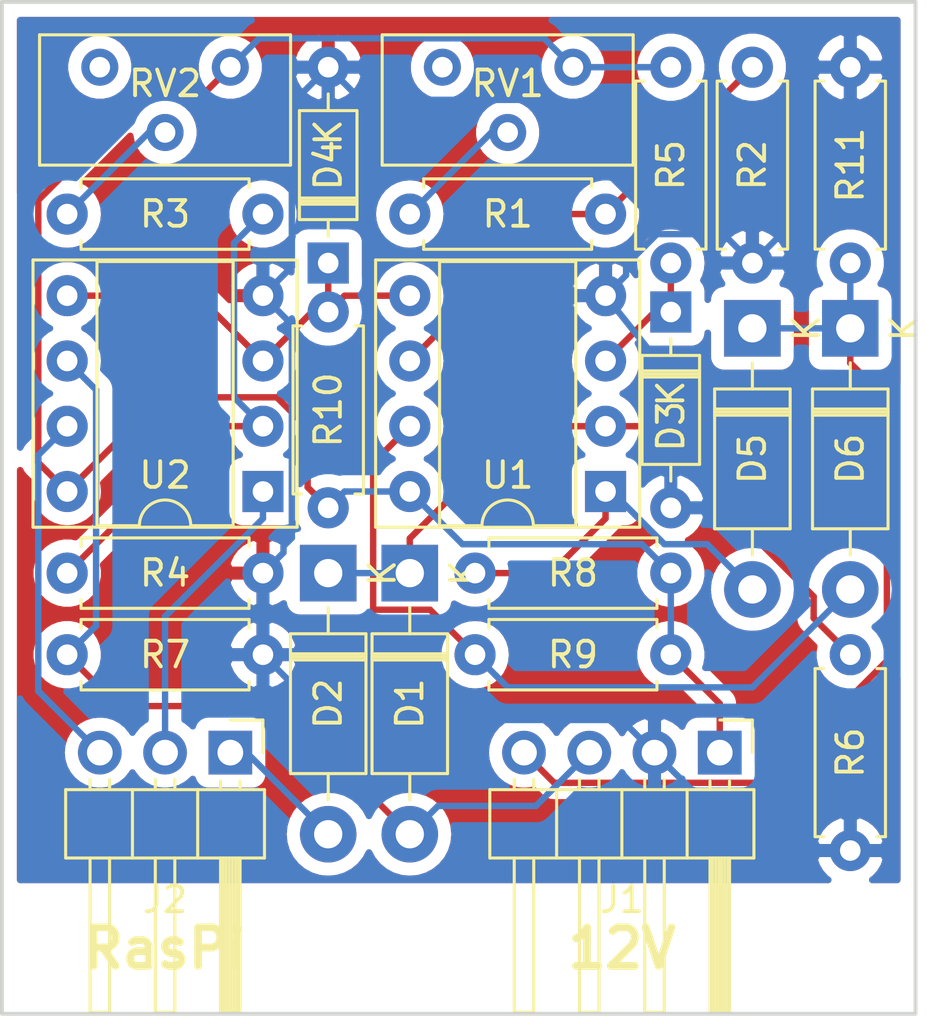
<source format=kicad_pcb>
(kicad_pcb (version 20171130) (host pcbnew 5.1.0+dfsg1-1)

  (general
    (thickness 1.6)
    (drawings 6)
    (tracks 133)
    (zones 0)
    (modules 23)
    (nets 19)
  )

  (page A4)
  (layers
    (0 F.Cu signal)
    (31 B.Cu signal)
    (32 B.Adhes user)
    (33 F.Adhes user)
    (34 B.Paste user)
    (35 F.Paste user)
    (36 B.SilkS user)
    (37 F.SilkS user)
    (38 B.Mask user)
    (39 F.Mask user)
    (40 Dwgs.User user)
    (41 Cmts.User user)
    (42 Eco1.User user)
    (43 Eco2.User user)
    (44 Edge.Cuts user)
    (45 Margin user)
    (46 B.CrtYd user)
    (47 F.CrtYd user)
    (48 B.Fab user hide)
    (49 F.Fab user hide)
  )

  (setup
    (last_trace_width 0.25)
    (trace_clearance 0.2)
    (zone_clearance 0.508)
    (zone_45_only no)
    (trace_min 0.2)
    (via_size 0.8)
    (via_drill 0.4)
    (via_min_size 0.4)
    (via_min_drill 0.3)
    (uvia_size 0.3)
    (uvia_drill 0.1)
    (uvias_allowed no)
    (uvia_min_size 0.2)
    (uvia_min_drill 0.1)
    (edge_width 0.15)
    (segment_width 0.2)
    (pcb_text_width 0.3)
    (pcb_text_size 1.5 1.5)
    (mod_edge_width 0.15)
    (mod_text_size 1 1)
    (mod_text_width 0.15)
    (pad_size 1.524 1.524)
    (pad_drill 0.762)
    (pad_to_mask_clearance 0.051)
    (solder_mask_min_width 0.25)
    (aux_axis_origin 0 0)
    (visible_elements FFFFFF7F)
    (pcbplotparams
      (layerselection 0x010fc_ffffffff)
      (usegerberextensions false)
      (usegerberattributes false)
      (usegerberadvancedattributes false)
      (creategerberjobfile false)
      (excludeedgelayer true)
      (linewidth 0.100000)
      (plotframeref false)
      (viasonmask false)
      (mode 1)
      (useauxorigin false)
      (hpglpennumber 1)
      (hpglpenspeed 20)
      (hpglpendiameter 15.000000)
      (psnegative false)
      (psa4output false)
      (plotreference true)
      (plotvalue true)
      (plotinvisibletext false)
      (padsonsilk false)
      (subtractmaskfromsilk false)
      (outputformat 1)
      (mirror false)
      (drillshape 1)
      (scaleselection 1)
      (outputdirectory ""))
  )

  (net 0 "")
  (net 1 "Net-(D1-Pad1)")
  (net 2 CAR_ON_12V)
  (net 3 PI_RUN)
  (net 4 "Net-(D3-Pad1)")
  (net 5 GND)
  (net 6 VREF_6.2V)
  (net 7 +12V)
  (net 8 !PWR_EN)
  (net 9 !12V_OK)
  (net 10 !CAR_ON)
  (net 11 "Net-(R1-Pad1)")
  (net 12 "Net-(R1-Pad2)")
  (net 13 "Net-(R3-Pad1)")
  (net 14 "Net-(R3-Pad2)")
  (net 15 "Net-(RV1-Pad3)")
  (net 16 "Net-(RV2-Pad3)")
  (net 17 "Net-(D6-Pad2)")
  (net 18 "Net-(D5-Pad2)")

  (net_class Default "Dies ist die voreingestellte Netzklasse."
    (clearance 0.2)
    (trace_width 0.25)
    (via_dia 0.8)
    (via_drill 0.4)
    (uvia_dia 0.3)
    (uvia_drill 0.1)
    (add_net !12V_OK)
    (add_net !CAR_ON)
    (add_net !PWR_EN)
    (add_net +12V)
    (add_net CAR_ON_12V)
    (add_net GND)
    (add_net "Net-(D1-Pad1)")
    (add_net "Net-(D3-Pad1)")
    (add_net "Net-(D5-Pad2)")
    (add_net "Net-(D6-Pad2)")
    (add_net "Net-(R1-Pad1)")
    (add_net "Net-(R1-Pad2)")
    (add_net "Net-(R3-Pad1)")
    (add_net "Net-(R3-Pad2)")
    (add_net "Net-(RV1-Pad3)")
    (add_net "Net-(RV2-Pad3)")
    (add_net PI_RUN)
    (add_net VREF_6.2V)
  )

  (module Connector_PinHeader_2.54mm:PinHeader_1x04_P2.54mm_Horizontal (layer F.Cu) (tedit 59FED5CB) (tstamp 5CA0CA20)
    (at 54.61 81.28 270)
    (descr "Through hole angled pin header, 1x04, 2.54mm pitch, 6mm pin length, single row")
    (tags "Through hole angled pin header THT 1x04 2.54mm single row")
    (path /5C808523)
    (fp_text reference J1 (at 5.715 3.81) (layer F.SilkS)
      (effects (font (size 1 1) (thickness 0.15)))
    )
    (fp_text value Conn_01x04 (at 4.385 9.89 270) (layer F.Fab)
      (effects (font (size 1 1) (thickness 0.15)))
    )
    (fp_line (start 2.135 -1.27) (end 4.04 -1.27) (layer F.Fab) (width 0.1))
    (fp_line (start 4.04 -1.27) (end 4.04 8.89) (layer F.Fab) (width 0.1))
    (fp_line (start 4.04 8.89) (end 1.5 8.89) (layer F.Fab) (width 0.1))
    (fp_line (start 1.5 8.89) (end 1.5 -0.635) (layer F.Fab) (width 0.1))
    (fp_line (start 1.5 -0.635) (end 2.135 -1.27) (layer F.Fab) (width 0.1))
    (fp_line (start -0.32 -0.32) (end 1.5 -0.32) (layer F.Fab) (width 0.1))
    (fp_line (start -0.32 -0.32) (end -0.32 0.32) (layer F.Fab) (width 0.1))
    (fp_line (start -0.32 0.32) (end 1.5 0.32) (layer F.Fab) (width 0.1))
    (fp_line (start 4.04 -0.32) (end 10.04 -0.32) (layer F.Fab) (width 0.1))
    (fp_line (start 10.04 -0.32) (end 10.04 0.32) (layer F.Fab) (width 0.1))
    (fp_line (start 4.04 0.32) (end 10.04 0.32) (layer F.Fab) (width 0.1))
    (fp_line (start -0.32 2.22) (end 1.5 2.22) (layer F.Fab) (width 0.1))
    (fp_line (start -0.32 2.22) (end -0.32 2.86) (layer F.Fab) (width 0.1))
    (fp_line (start -0.32 2.86) (end 1.5 2.86) (layer F.Fab) (width 0.1))
    (fp_line (start 4.04 2.22) (end 10.04 2.22) (layer F.Fab) (width 0.1))
    (fp_line (start 10.04 2.22) (end 10.04 2.86) (layer F.Fab) (width 0.1))
    (fp_line (start 4.04 2.86) (end 10.04 2.86) (layer F.Fab) (width 0.1))
    (fp_line (start -0.32 4.76) (end 1.5 4.76) (layer F.Fab) (width 0.1))
    (fp_line (start -0.32 4.76) (end -0.32 5.4) (layer F.Fab) (width 0.1))
    (fp_line (start -0.32 5.4) (end 1.5 5.4) (layer F.Fab) (width 0.1))
    (fp_line (start 4.04 4.76) (end 10.04 4.76) (layer F.Fab) (width 0.1))
    (fp_line (start 10.04 4.76) (end 10.04 5.4) (layer F.Fab) (width 0.1))
    (fp_line (start 4.04 5.4) (end 10.04 5.4) (layer F.Fab) (width 0.1))
    (fp_line (start -0.32 7.3) (end 1.5 7.3) (layer F.Fab) (width 0.1))
    (fp_line (start -0.32 7.3) (end -0.32 7.94) (layer F.Fab) (width 0.1))
    (fp_line (start -0.32 7.94) (end 1.5 7.94) (layer F.Fab) (width 0.1))
    (fp_line (start 4.04 7.3) (end 10.04 7.3) (layer F.Fab) (width 0.1))
    (fp_line (start 10.04 7.3) (end 10.04 7.94) (layer F.Fab) (width 0.1))
    (fp_line (start 4.04 7.94) (end 10.04 7.94) (layer F.Fab) (width 0.1))
    (fp_line (start 1.44 -1.33) (end 1.44 8.95) (layer F.SilkS) (width 0.12))
    (fp_line (start 1.44 8.95) (end 4.1 8.95) (layer F.SilkS) (width 0.12))
    (fp_line (start 4.1 8.95) (end 4.1 -1.33) (layer F.SilkS) (width 0.12))
    (fp_line (start 4.1 -1.33) (end 1.44 -1.33) (layer F.SilkS) (width 0.12))
    (fp_line (start 4.1 -0.38) (end 10.1 -0.38) (layer F.SilkS) (width 0.12))
    (fp_line (start 10.1 -0.38) (end 10.1 0.38) (layer F.SilkS) (width 0.12))
    (fp_line (start 10.1 0.38) (end 4.1 0.38) (layer F.SilkS) (width 0.12))
    (fp_line (start 4.1 -0.32) (end 10.1 -0.32) (layer F.SilkS) (width 0.12))
    (fp_line (start 4.1 -0.2) (end 10.1 -0.2) (layer F.SilkS) (width 0.12))
    (fp_line (start 4.1 -0.08) (end 10.1 -0.08) (layer F.SilkS) (width 0.12))
    (fp_line (start 4.1 0.04) (end 10.1 0.04) (layer F.SilkS) (width 0.12))
    (fp_line (start 4.1 0.16) (end 10.1 0.16) (layer F.SilkS) (width 0.12))
    (fp_line (start 4.1 0.28) (end 10.1 0.28) (layer F.SilkS) (width 0.12))
    (fp_line (start 1.11 -0.38) (end 1.44 -0.38) (layer F.SilkS) (width 0.12))
    (fp_line (start 1.11 0.38) (end 1.44 0.38) (layer F.SilkS) (width 0.12))
    (fp_line (start 1.44 1.27) (end 4.1 1.27) (layer F.SilkS) (width 0.12))
    (fp_line (start 4.1 2.16) (end 10.1 2.16) (layer F.SilkS) (width 0.12))
    (fp_line (start 10.1 2.16) (end 10.1 2.92) (layer F.SilkS) (width 0.12))
    (fp_line (start 10.1 2.92) (end 4.1 2.92) (layer F.SilkS) (width 0.12))
    (fp_line (start 1.042929 2.16) (end 1.44 2.16) (layer F.SilkS) (width 0.12))
    (fp_line (start 1.042929 2.92) (end 1.44 2.92) (layer F.SilkS) (width 0.12))
    (fp_line (start 1.44 3.81) (end 4.1 3.81) (layer F.SilkS) (width 0.12))
    (fp_line (start 4.1 4.7) (end 10.1 4.7) (layer F.SilkS) (width 0.12))
    (fp_line (start 10.1 4.7) (end 10.1 5.46) (layer F.SilkS) (width 0.12))
    (fp_line (start 10.1 5.46) (end 4.1 5.46) (layer F.SilkS) (width 0.12))
    (fp_line (start 1.042929 4.7) (end 1.44 4.7) (layer F.SilkS) (width 0.12))
    (fp_line (start 1.042929 5.46) (end 1.44 5.46) (layer F.SilkS) (width 0.12))
    (fp_line (start 1.44 6.35) (end 4.1 6.35) (layer F.SilkS) (width 0.12))
    (fp_line (start 4.1 7.24) (end 10.1 7.24) (layer F.SilkS) (width 0.12))
    (fp_line (start 10.1 7.24) (end 10.1 8) (layer F.SilkS) (width 0.12))
    (fp_line (start 10.1 8) (end 4.1 8) (layer F.SilkS) (width 0.12))
    (fp_line (start 1.042929 7.24) (end 1.44 7.24) (layer F.SilkS) (width 0.12))
    (fp_line (start 1.042929 8) (end 1.44 8) (layer F.SilkS) (width 0.12))
    (fp_line (start -1.27 0) (end -1.27 -1.27) (layer F.SilkS) (width 0.12))
    (fp_line (start -1.27 -1.27) (end 0 -1.27) (layer F.SilkS) (width 0.12))
    (fp_line (start -1.8 -1.8) (end -1.8 9.4) (layer F.CrtYd) (width 0.05))
    (fp_line (start -1.8 9.4) (end 10.55 9.4) (layer F.CrtYd) (width 0.05))
    (fp_line (start 10.55 9.4) (end 10.55 -1.8) (layer F.CrtYd) (width 0.05))
    (fp_line (start 10.55 -1.8) (end -1.8 -1.8) (layer F.CrtYd) (width 0.05))
    (fp_text user %R (at 2.77 3.81) (layer F.Fab)
      (effects (font (size 1 1) (thickness 0.15)))
    )
    (pad 1 thru_hole rect (at 0 0 270) (size 1.7 1.7) (drill 1) (layers *.Cu *.Mask)
      (net 7 +12V))
    (pad 2 thru_hole oval (at 0 2.54 270) (size 1.7 1.7) (drill 1) (layers *.Cu *.Mask)
      (net 5 GND))
    (pad 3 thru_hole oval (at 0 5.08 270) (size 1.7 1.7) (drill 1) (layers *.Cu *.Mask)
      (net 2 CAR_ON_12V))
    (pad 4 thru_hole oval (at 0 7.62 270) (size 1.7 1.7) (drill 1) (layers *.Cu *.Mask)
      (net 8 !PWR_EN))
    (model ${KISYS3DMOD}/Connector_PinHeader_2.54mm.3dshapes/PinHeader_1x04_P2.54mm_Horizontal.wrl
      (at (xyz 0 0 0))
      (scale (xyz 1 1 1))
      (rotate (xyz 0 0 0))
    )
  )

  (module Resistor_THT:R_Axial_DIN0207_L6.3mm_D2.5mm_P7.62mm_Horizontal (layer F.Cu) (tedit 5AE5139B) (tstamp 5C96F3B3)
    (at 52.705 77.47 180)
    (descr "Resistor, Axial_DIN0207 series, Axial, Horizontal, pin pitch=7.62mm, 0.25W = 1/4W, length*diameter=6.3*2.5mm^2, http://cdn-reichelt.de/documents/datenblatt/B400/1_4W%23YAG.pdf")
    (tags "Resistor Axial_DIN0207 series Axial Horizontal pin pitch 7.62mm 0.25W = 1/4W length 6.3mm diameter 2.5mm")
    (path /5C7FD624)
    (fp_text reference R9 (at 3.81 0 180) (layer F.SilkS)
      (effects (font (size 1 1) (thickness 0.15)))
    )
    (fp_text value R27K (at 3.81 2.37 180) (layer F.Fab)
      (effects (font (size 1 1) (thickness 0.15)))
    )
    (fp_line (start 0.66 -1.25) (end 0.66 1.25) (layer F.Fab) (width 0.1))
    (fp_line (start 0.66 1.25) (end 6.96 1.25) (layer F.Fab) (width 0.1))
    (fp_line (start 6.96 1.25) (end 6.96 -1.25) (layer F.Fab) (width 0.1))
    (fp_line (start 6.96 -1.25) (end 0.66 -1.25) (layer F.Fab) (width 0.1))
    (fp_line (start 0 0) (end 0.66 0) (layer F.Fab) (width 0.1))
    (fp_line (start 7.62 0) (end 6.96 0) (layer F.Fab) (width 0.1))
    (fp_line (start 0.54 -1.04) (end 0.54 -1.37) (layer F.SilkS) (width 0.12))
    (fp_line (start 0.54 -1.37) (end 7.08 -1.37) (layer F.SilkS) (width 0.12))
    (fp_line (start 7.08 -1.37) (end 7.08 -1.04) (layer F.SilkS) (width 0.12))
    (fp_line (start 0.54 1.04) (end 0.54 1.37) (layer F.SilkS) (width 0.12))
    (fp_line (start 0.54 1.37) (end 7.08 1.37) (layer F.SilkS) (width 0.12))
    (fp_line (start 7.08 1.37) (end 7.08 1.04) (layer F.SilkS) (width 0.12))
    (fp_line (start -1.05 -1.5) (end -1.05 1.5) (layer F.CrtYd) (width 0.05))
    (fp_line (start -1.05 1.5) (end 8.67 1.5) (layer F.CrtYd) (width 0.05))
    (fp_line (start 8.67 1.5) (end 8.67 -1.5) (layer F.CrtYd) (width 0.05))
    (fp_line (start 8.67 -1.5) (end -1.05 -1.5) (layer F.CrtYd) (width 0.05))
    (fp_text user %R (at 3.81 0 180) (layer F.Fab)
      (effects (font (size 1 1) (thickness 0.15)))
    )
    (pad 1 thru_hole circle (at 0 0 180) (size 1.6 1.6) (drill 0.8) (layers *.Cu *.Mask)
      (net 7 +12V))
    (pad 2 thru_hole oval (at 7.62 0 180) (size 1.6 1.6) (drill 0.8) (layers *.Cu *.Mask)
      (net 17 "Net-(D6-Pad2)"))
    (model ${KISYS3DMOD}/Resistor_THT.3dshapes/R_Axial_DIN0207_L6.3mm_D2.5mm_P7.62mm_Horizontal.wrl
      (at (xyz 0 0 0))
      (scale (xyz 1 1 1))
      (rotate (xyz 0 0 0))
    )
  )

  (module Diode_THT:D_DO-41_SOD81_P10.16mm_Horizontal (layer F.Cu) (tedit 5AE50CD5) (tstamp 5C925C89)
    (at 55.88 64.77 270)
    (descr "Diode, DO-41_SOD81 series, Axial, Horizontal, pin pitch=10.16mm, , length*diameter=5.2*2.7mm^2, , http://www.diodes.com/_files/packages/DO-41%20(Plastic).pdf")
    (tags "Diode DO-41_SOD81 series Axial Horizontal pin pitch 10.16mm  length 5.2mm diameter 2.7mm")
    (path /5C92785A)
    (fp_text reference D5 (at 5.08 0 270) (layer F.SilkS)
      (effects (font (size 1 1) (thickness 0.15)))
    )
    (fp_text value 1N4001 (at 5.08 2.47 270) (layer F.Fab)
      (effects (font (size 1 1) (thickness 0.15)))
    )
    (fp_text user K (at 0 -2.1 270) (layer F.SilkS)
      (effects (font (size 1 1) (thickness 0.15)))
    )
    (fp_text user K (at 0 -2.1 270) (layer F.Fab)
      (effects (font (size 1 1) (thickness 0.15)))
    )
    (fp_text user %R (at 5.47 0 270) (layer F.Fab)
      (effects (font (size 1 1) (thickness 0.15)))
    )
    (fp_line (start 11.51 -1.6) (end -1.35 -1.6) (layer F.CrtYd) (width 0.05))
    (fp_line (start 11.51 1.6) (end 11.51 -1.6) (layer F.CrtYd) (width 0.05))
    (fp_line (start -1.35 1.6) (end 11.51 1.6) (layer F.CrtYd) (width 0.05))
    (fp_line (start -1.35 -1.6) (end -1.35 1.6) (layer F.CrtYd) (width 0.05))
    (fp_line (start 3.14 -1.47) (end 3.14 1.47) (layer F.SilkS) (width 0.12))
    (fp_line (start 3.38 -1.47) (end 3.38 1.47) (layer F.SilkS) (width 0.12))
    (fp_line (start 3.26 -1.47) (end 3.26 1.47) (layer F.SilkS) (width 0.12))
    (fp_line (start 8.82 0) (end 7.8 0) (layer F.SilkS) (width 0.12))
    (fp_line (start 1.34 0) (end 2.36 0) (layer F.SilkS) (width 0.12))
    (fp_line (start 7.8 -1.47) (end 2.36 -1.47) (layer F.SilkS) (width 0.12))
    (fp_line (start 7.8 1.47) (end 7.8 -1.47) (layer F.SilkS) (width 0.12))
    (fp_line (start 2.36 1.47) (end 7.8 1.47) (layer F.SilkS) (width 0.12))
    (fp_line (start 2.36 -1.47) (end 2.36 1.47) (layer F.SilkS) (width 0.12))
    (fp_line (start 3.16 -1.35) (end 3.16 1.35) (layer F.Fab) (width 0.1))
    (fp_line (start 3.36 -1.35) (end 3.36 1.35) (layer F.Fab) (width 0.1))
    (fp_line (start 3.26 -1.35) (end 3.26 1.35) (layer F.Fab) (width 0.1))
    (fp_line (start 10.16 0) (end 7.68 0) (layer F.Fab) (width 0.1))
    (fp_line (start 0 0) (end 2.48 0) (layer F.Fab) (width 0.1))
    (fp_line (start 7.68 -1.35) (end 2.48 -1.35) (layer F.Fab) (width 0.1))
    (fp_line (start 7.68 1.35) (end 7.68 -1.35) (layer F.Fab) (width 0.1))
    (fp_line (start 2.48 1.35) (end 7.68 1.35) (layer F.Fab) (width 0.1))
    (fp_line (start 2.48 -1.35) (end 2.48 1.35) (layer F.Fab) (width 0.1))
    (pad 2 thru_hole oval (at 10.16 0 270) (size 2.2 2.2) (drill 1.1) (layers *.Cu *.Mask)
      (net 18 "Net-(D5-Pad2)"))
    (pad 1 thru_hole rect (at 0 0 270) (size 2.2 2.2) (drill 1.1) (layers *.Cu *.Mask)
      (net 8 !PWR_EN))
    (model ${KISYS3DMOD}/Diode_THT.3dshapes/D_DO-41_SOD81_P10.16mm_Horizontal.wrl
      (at (xyz 0 0 0))
      (scale (xyz 1 1 1))
      (rotate (xyz 0 0 0))
    )
  )

  (module Diode_THT:D_DO-41_SOD81_P10.16mm_Horizontal (layer F.Cu) (tedit 5AE50CD5) (tstamp 5C92617E)
    (at 59.69 64.77 270)
    (descr "Diode, DO-41_SOD81 series, Axial, Horizontal, pin pitch=10.16mm, , length*diameter=5.2*2.7mm^2, , http://www.diodes.com/_files/packages/DO-41%20(Plastic).pdf")
    (tags "Diode DO-41_SOD81 series Axial Horizontal pin pitch 10.16mm  length 5.2mm diameter 2.7mm")
    (path /5C927922)
    (fp_text reference D6 (at 5.08 0 270) (layer F.SilkS)
      (effects (font (size 1 1) (thickness 0.15)))
    )
    (fp_text value 1N4001 (at 5.08 2.47 270) (layer F.Fab)
      (effects (font (size 1 1) (thickness 0.15)))
    )
    (fp_line (start 2.48 -1.35) (end 2.48 1.35) (layer F.Fab) (width 0.1))
    (fp_line (start 2.48 1.35) (end 7.68 1.35) (layer F.Fab) (width 0.1))
    (fp_line (start 7.68 1.35) (end 7.68 -1.35) (layer F.Fab) (width 0.1))
    (fp_line (start 7.68 -1.35) (end 2.48 -1.35) (layer F.Fab) (width 0.1))
    (fp_line (start 0 0) (end 2.48 0) (layer F.Fab) (width 0.1))
    (fp_line (start 10.16 0) (end 7.68 0) (layer F.Fab) (width 0.1))
    (fp_line (start 3.26 -1.35) (end 3.26 1.35) (layer F.Fab) (width 0.1))
    (fp_line (start 3.36 -1.35) (end 3.36 1.35) (layer F.Fab) (width 0.1))
    (fp_line (start 3.16 -1.35) (end 3.16 1.35) (layer F.Fab) (width 0.1))
    (fp_line (start 2.36 -1.47) (end 2.36 1.47) (layer F.SilkS) (width 0.12))
    (fp_line (start 2.36 1.47) (end 7.8 1.47) (layer F.SilkS) (width 0.12))
    (fp_line (start 7.8 1.47) (end 7.8 -1.47) (layer F.SilkS) (width 0.12))
    (fp_line (start 7.8 -1.47) (end 2.36 -1.47) (layer F.SilkS) (width 0.12))
    (fp_line (start 1.34 0) (end 2.36 0) (layer F.SilkS) (width 0.12))
    (fp_line (start 8.82 0) (end 7.8 0) (layer F.SilkS) (width 0.12))
    (fp_line (start 3.26 -1.47) (end 3.26 1.47) (layer F.SilkS) (width 0.12))
    (fp_line (start 3.38 -1.47) (end 3.38 1.47) (layer F.SilkS) (width 0.12))
    (fp_line (start 3.14 -1.47) (end 3.14 1.47) (layer F.SilkS) (width 0.12))
    (fp_line (start -1.35 -1.6) (end -1.35 1.6) (layer F.CrtYd) (width 0.05))
    (fp_line (start -1.35 1.6) (end 11.51 1.6) (layer F.CrtYd) (width 0.05))
    (fp_line (start 11.51 1.6) (end 11.51 -1.6) (layer F.CrtYd) (width 0.05))
    (fp_line (start 11.51 -1.6) (end -1.35 -1.6) (layer F.CrtYd) (width 0.05))
    (fp_text user %R (at 5.47 0 270) (layer F.Fab)
      (effects (font (size 1 1) (thickness 0.15)))
    )
    (fp_text user K (at 0 -2.1 270) (layer F.Fab)
      (effects (font (size 1 1) (thickness 0.15)))
    )
    (fp_text user K (at 0 -2.1 270) (layer F.SilkS)
      (effects (font (size 1 1) (thickness 0.15)))
    )
    (pad 1 thru_hole rect (at 0 0 270) (size 2.2 2.2) (drill 1.1) (layers *.Cu *.Mask)
      (net 8 !PWR_EN))
    (pad 2 thru_hole oval (at 10.16 0 270) (size 2.2 2.2) (drill 1.1) (layers *.Cu *.Mask)
      (net 17 "Net-(D6-Pad2)"))
    (model ${KISYS3DMOD}/Diode_THT.3dshapes/D_DO-41_SOD81_P10.16mm_Horizontal.wrl
      (at (xyz 0 0 0))
      (scale (xyz 1 1 1))
      (rotate (xyz 0 0 0))
    )
  )

  (module Potentiometer_THT:Potentiometer_Bourns_3296Y_Vertical (layer F.Cu) (tedit 5A3D4994) (tstamp 5C97195B)
    (at 48.895 54.61)
    (descr "Potentiometer, vertical, Bourns 3296Y, https://www.bourns.com/pdfs/3296.pdf")
    (tags "Potentiometer vertical Bourns 3296Y")
    (path /5C801C3E)
    (fp_text reference RV1 (at -2.54 0.635) (layer F.SilkS)
      (effects (font (size 1 1) (thickness 0.15)))
    )
    (fp_text value R10K (at -2.54 4.94) (layer F.Fab)
      (effects (font (size 1 1) (thickness 0.15)))
    )
    (fp_text user %R (at -3.175 1.275) (layer F.Fab)
      (effects (font (size 1 1) (thickness 0.15)))
    )
    (fp_line (start 2.5 -1.4) (end -7.6 -1.4) (layer F.CrtYd) (width 0.05))
    (fp_line (start 2.5 3.95) (end 2.5 -1.4) (layer F.CrtYd) (width 0.05))
    (fp_line (start -7.6 3.95) (end 2.5 3.95) (layer F.CrtYd) (width 0.05))
    (fp_line (start -7.6 -1.4) (end -7.6 3.95) (layer F.CrtYd) (width 0.05))
    (fp_line (start 2.345 -1.26) (end 2.345 3.81) (layer F.SilkS) (width 0.12))
    (fp_line (start -7.425 -1.26) (end -7.425 3.81) (layer F.SilkS) (width 0.12))
    (fp_line (start -7.425 3.81) (end 2.345 3.81) (layer F.SilkS) (width 0.12))
    (fp_line (start -7.425 -1.26) (end 2.345 -1.26) (layer F.SilkS) (width 0.12))
    (fp_line (start 0.955 3.505) (end 0.956 1.336) (layer F.Fab) (width 0.1))
    (fp_line (start 0.955 3.505) (end 0.956 1.336) (layer F.Fab) (width 0.1))
    (fp_line (start 2.225 -1.14) (end -7.305 -1.14) (layer F.Fab) (width 0.1))
    (fp_line (start 2.225 3.69) (end 2.225 -1.14) (layer F.Fab) (width 0.1))
    (fp_line (start -7.305 3.69) (end 2.225 3.69) (layer F.Fab) (width 0.1))
    (fp_line (start -7.305 -1.14) (end -7.305 3.69) (layer F.Fab) (width 0.1))
    (fp_circle (center 0.955 2.42) (end 2.05 2.42) (layer F.Fab) (width 0.1))
    (pad 3 thru_hole circle (at -5.08 0) (size 1.44 1.44) (drill 0.8) (layers *.Cu *.Mask)
      (net 15 "Net-(RV1-Pad3)"))
    (pad 2 thru_hole circle (at -2.54 2.54) (size 1.44 1.44) (drill 0.8) (layers *.Cu *.Mask)
      (net 12 "Net-(R1-Pad2)"))
    (pad 1 thru_hole circle (at 0 0) (size 1.44 1.44) (drill 0.8) (layers *.Cu *.Mask)
      (net 7 +12V))
    (model ${KISYS3DMOD}/Potentiometer_THT.3dshapes/Potentiometer_Bourns_3296Y_Vertical.wrl
      (at (xyz 0 0 0))
      (scale (xyz 1 1 1))
      (rotate (xyz 0 0 0))
    )
  )

  (module Potentiometer_THT:Potentiometer_Bourns_3296Y_Vertical (layer F.Cu) (tedit 5A3D4994) (tstamp 5C972220)
    (at 35.56 54.61)
    (descr "Potentiometer, vertical, Bourns 3296Y, https://www.bourns.com/pdfs/3296.pdf")
    (tags "Potentiometer vertical Bourns 3296Y")
    (path /5C803EC1)
    (fp_text reference RV2 (at -2.54 0.635) (layer F.SilkS)
      (effects (font (size 1 1) (thickness 0.15)))
    )
    (fp_text value R10K (at -2.54 4.94) (layer F.Fab)
      (effects (font (size 1 1) (thickness 0.15)))
    )
    (fp_circle (center 0.955 2.42) (end 2.05 2.42) (layer F.Fab) (width 0.1))
    (fp_line (start -7.305 -1.14) (end -7.305 3.69) (layer F.Fab) (width 0.1))
    (fp_line (start -7.305 3.69) (end 2.225 3.69) (layer F.Fab) (width 0.1))
    (fp_line (start 2.225 3.69) (end 2.225 -1.14) (layer F.Fab) (width 0.1))
    (fp_line (start 2.225 -1.14) (end -7.305 -1.14) (layer F.Fab) (width 0.1))
    (fp_line (start 0.955 3.505) (end 0.956 1.336) (layer F.Fab) (width 0.1))
    (fp_line (start 0.955 3.505) (end 0.956 1.336) (layer F.Fab) (width 0.1))
    (fp_line (start -7.425 -1.26) (end 2.345 -1.26) (layer F.SilkS) (width 0.12))
    (fp_line (start -7.425 3.81) (end 2.345 3.81) (layer F.SilkS) (width 0.12))
    (fp_line (start -7.425 -1.26) (end -7.425 3.81) (layer F.SilkS) (width 0.12))
    (fp_line (start 2.345 -1.26) (end 2.345 3.81) (layer F.SilkS) (width 0.12))
    (fp_line (start -7.6 -1.4) (end -7.6 3.95) (layer F.CrtYd) (width 0.05))
    (fp_line (start -7.6 3.95) (end 2.5 3.95) (layer F.CrtYd) (width 0.05))
    (fp_line (start 2.5 3.95) (end 2.5 -1.4) (layer F.CrtYd) (width 0.05))
    (fp_line (start 2.5 -1.4) (end -7.6 -1.4) (layer F.CrtYd) (width 0.05))
    (fp_text user %R (at -3.175 1.275) (layer F.Fab)
      (effects (font (size 1 1) (thickness 0.15)))
    )
    (pad 1 thru_hole circle (at 0 0) (size 1.44 1.44) (drill 0.8) (layers *.Cu *.Mask)
      (net 7 +12V))
    (pad 2 thru_hole circle (at -2.54 2.54) (size 1.44 1.44) (drill 0.8) (layers *.Cu *.Mask)
      (net 14 "Net-(R3-Pad2)"))
    (pad 3 thru_hole circle (at -5.08 0) (size 1.44 1.44) (drill 0.8) (layers *.Cu *.Mask)
      (net 16 "Net-(RV2-Pad3)"))
    (model ${KISYS3DMOD}/Potentiometer_THT.3dshapes/Potentiometer_Bourns_3296Y_Vertical.wrl
      (at (xyz 0 0 0))
      (scale (xyz 1 1 1))
      (rotate (xyz 0 0 0))
    )
  )

  (module Diode_THT:D_DO-35_SOD27_P7.62mm_Horizontal (layer F.Cu) (tedit 5C7FF0EF) (tstamp 5C972E77)
    (at 52.705 64.135 270)
    (descr "Diode, DO-35_SOD27 series, Axial, Horizontal, pin pitch=7.62mm, , length*diameter=4*2mm^2, , http://www.diodes.com/_files/packages/DO-35.pdf")
    (tags "Diode DO-35_SOD27 series Axial Horizontal pin pitch 7.62mm  length 4mm diameter 2mm")
    (path /5C7FC09D)
    (fp_text reference D3 (at 4.445 0 270) (layer F.SilkS)
      (effects (font (size 1 1) (thickness 0.15)))
    )
    (fp_text value D_Zener (at 3.81 2.12 270) (layer F.Fab)
      (effects (font (size 1 1) (thickness 0.15)))
    )
    (fp_text user K (at 3.175 0 270) (layer F.SilkS)
      (effects (font (size 1 1) (thickness 0.15)))
    )
    (fp_text user K (at 0 -1.8 270) (layer F.Fab)
      (effects (font (size 1 1) (thickness 0.15)))
    )
    (fp_text user %R (at 4.11 0 270) (layer F.Fab)
      (effects (font (size 0.8 0.8) (thickness 0.12)))
    )
    (fp_line (start 8.67 -1.25) (end -1.05 -1.25) (layer F.CrtYd) (width 0.05))
    (fp_line (start 8.67 1.25) (end 8.67 -1.25) (layer F.CrtYd) (width 0.05))
    (fp_line (start -1.05 1.25) (end 8.67 1.25) (layer F.CrtYd) (width 0.05))
    (fp_line (start -1.05 -1.25) (end -1.05 1.25) (layer F.CrtYd) (width 0.05))
    (fp_line (start 2.29 -1.12) (end 2.29 1.12) (layer F.SilkS) (width 0.12))
    (fp_line (start 2.53 -1.12) (end 2.53 1.12) (layer F.SilkS) (width 0.12))
    (fp_line (start 2.41 -1.12) (end 2.41 1.12) (layer F.SilkS) (width 0.12))
    (fp_line (start 6.58 0) (end 5.93 0) (layer F.SilkS) (width 0.12))
    (fp_line (start 1.04 0) (end 1.69 0) (layer F.SilkS) (width 0.12))
    (fp_line (start 5.93 -1.12) (end 1.69 -1.12) (layer F.SilkS) (width 0.12))
    (fp_line (start 5.93 1.12) (end 5.93 -1.12) (layer F.SilkS) (width 0.12))
    (fp_line (start 1.69 1.12) (end 5.93 1.12) (layer F.SilkS) (width 0.12))
    (fp_line (start 1.69 -1.12) (end 1.69 1.12) (layer F.SilkS) (width 0.12))
    (fp_line (start 2.31 -1) (end 2.31 1) (layer F.Fab) (width 0.1))
    (fp_line (start 2.51 -1) (end 2.51 1) (layer F.Fab) (width 0.1))
    (fp_line (start 2.41 -1) (end 2.41 1) (layer F.Fab) (width 0.1))
    (fp_line (start 7.62 0) (end 5.81 0) (layer F.Fab) (width 0.1))
    (fp_line (start 0 0) (end 1.81 0) (layer F.Fab) (width 0.1))
    (fp_line (start 5.81 -1) (end 1.81 -1) (layer F.Fab) (width 0.1))
    (fp_line (start 5.81 1) (end 5.81 -1) (layer F.Fab) (width 0.1))
    (fp_line (start 1.81 1) (end 5.81 1) (layer F.Fab) (width 0.1))
    (fp_line (start 1.81 -1) (end 1.81 1) (layer F.Fab) (width 0.1))
    (pad 2 thru_hole oval (at 7.62 0 270) (size 1.6 1.6) (drill 0.8) (layers *.Cu *.Mask)
      (net 5 GND))
    (pad 1 thru_hole rect (at 0 0 270) (size 1.6 1.6) (drill 0.8) (layers *.Cu *.Mask)
      (net 4 "Net-(D3-Pad1)"))
    (model ${KISYS3DMOD}/Diode_THT.3dshapes/D_DO-35_SOD27_P7.62mm_Horizontal.wrl
      (at (xyz 0 0 0))
      (scale (xyz 1 1 1))
      (rotate (xyz 0 0 0))
    )
  )

  (module Diode_THT:D_DO-35_SOD27_P7.62mm_Horizontal (layer F.Cu) (tedit 5AE50CD5) (tstamp 5C96B3D5)
    (at 39.37 62.23 90)
    (descr "Diode, DO-35_SOD27 series, Axial, Horizontal, pin pitch=7.62mm, , length*diameter=4*2mm^2, , http://www.diodes.com/_files/packages/DO-35.pdf")
    (tags "Diode DO-35_SOD27 series Axial Horizontal pin pitch 7.62mm  length 4mm diameter 2mm")
    (path /5C7FA632)
    (fp_text reference D4 (at 3.81 0 270) (layer F.SilkS)
      (effects (font (size 1 1) (thickness 0.15)))
    )
    (fp_text value D_Zener (at 3.81 2.12 90) (layer F.Fab)
      (effects (font (size 1 1) (thickness 0.15)))
    )
    (fp_line (start 1.81 -1) (end 1.81 1) (layer F.Fab) (width 0.1))
    (fp_line (start 1.81 1) (end 5.81 1) (layer F.Fab) (width 0.1))
    (fp_line (start 5.81 1) (end 5.81 -1) (layer F.Fab) (width 0.1))
    (fp_line (start 5.81 -1) (end 1.81 -1) (layer F.Fab) (width 0.1))
    (fp_line (start 0 0) (end 1.81 0) (layer F.Fab) (width 0.1))
    (fp_line (start 7.62 0) (end 5.81 0) (layer F.Fab) (width 0.1))
    (fp_line (start 2.41 -1) (end 2.41 1) (layer F.Fab) (width 0.1))
    (fp_line (start 2.51 -1) (end 2.51 1) (layer F.Fab) (width 0.1))
    (fp_line (start 2.31 -1) (end 2.31 1) (layer F.Fab) (width 0.1))
    (fp_line (start 1.69 -1.12) (end 1.69 1.12) (layer F.SilkS) (width 0.12))
    (fp_line (start 1.69 1.12) (end 5.93 1.12) (layer F.SilkS) (width 0.12))
    (fp_line (start 5.93 1.12) (end 5.93 -1.12) (layer F.SilkS) (width 0.12))
    (fp_line (start 5.93 -1.12) (end 1.69 -1.12) (layer F.SilkS) (width 0.12))
    (fp_line (start 1.04 0) (end 1.69 0) (layer F.SilkS) (width 0.12))
    (fp_line (start 6.58 0) (end 5.93 0) (layer F.SilkS) (width 0.12))
    (fp_line (start 2.41 -1.12) (end 2.41 1.12) (layer F.SilkS) (width 0.12))
    (fp_line (start 2.53 -1.12) (end 2.53 1.12) (layer F.SilkS) (width 0.12))
    (fp_line (start 2.29 -1.12) (end 2.29 1.12) (layer F.SilkS) (width 0.12))
    (fp_line (start -1.05 -1.25) (end -1.05 1.25) (layer F.CrtYd) (width 0.05))
    (fp_line (start -1.05 1.25) (end 8.67 1.25) (layer F.CrtYd) (width 0.05))
    (fp_line (start 8.67 1.25) (end 8.67 -1.25) (layer F.CrtYd) (width 0.05))
    (fp_line (start 8.67 -1.25) (end -1.05 -1.25) (layer F.CrtYd) (width 0.05))
    (fp_text user %R (at 4.11 0 90) (layer F.Fab)
      (effects (font (size 0.8 0.8) (thickness 0.12)))
    )
    (fp_text user K (at 0 -1.8 90) (layer F.Fab)
      (effects (font (size 1 1) (thickness 0.15)))
    )
    (fp_text user K (at 5.08 0 90) (layer F.SilkS)
      (effects (font (size 1 1) (thickness 0.15)))
    )
    (pad 1 thru_hole rect (at 0 0 90) (size 1.6 1.6) (drill 0.8) (layers *.Cu *.Mask)
      (net 6 VREF_6.2V))
    (pad 2 thru_hole oval (at 7.62 0 90) (size 1.6 1.6) (drill 0.8) (layers *.Cu *.Mask)
      (net 5 GND))
    (model ${KISYS3DMOD}/Diode_THT.3dshapes/D_DO-35_SOD27_P7.62mm_Horizontal.wrl
      (at (xyz 0 0 0))
      (scale (xyz 1 1 1))
      (rotate (xyz 0 0 0))
    )
  )

  (module Diode_THT:D_DO-41_SOD81_P10.16mm_Horizontal (layer F.Cu) (tedit 5AE50CD5) (tstamp 5C971E08)
    (at 42.545 74.295 270)
    (descr "Diode, DO-41_SOD81 series, Axial, Horizontal, pin pitch=10.16mm, , length*diameter=5.2*2.7mm^2, , http://www.diodes.com/_files/packages/DO-41%20(Plastic).pdf")
    (tags "Diode DO-41_SOD81 series Axial Horizontal pin pitch 10.16mm  length 5.2mm diameter 2.7mm")
    (path /5C7FB9CB)
    (fp_text reference D1 (at 5.08 0 90) (layer F.SilkS)
      (effects (font (size 1 1) (thickness 0.15)))
    )
    (fp_text value 1N4001 (at 5.08 2.47 270) (layer F.Fab)
      (effects (font (size 1 1) (thickness 0.15)))
    )
    (fp_line (start 2.48 -1.35) (end 2.48 1.35) (layer F.Fab) (width 0.1))
    (fp_line (start 2.48 1.35) (end 7.68 1.35) (layer F.Fab) (width 0.1))
    (fp_line (start 7.68 1.35) (end 7.68 -1.35) (layer F.Fab) (width 0.1))
    (fp_line (start 7.68 -1.35) (end 2.48 -1.35) (layer F.Fab) (width 0.1))
    (fp_line (start 0 0) (end 2.48 0) (layer F.Fab) (width 0.1))
    (fp_line (start 10.16 0) (end 7.68 0) (layer F.Fab) (width 0.1))
    (fp_line (start 3.26 -1.35) (end 3.26 1.35) (layer F.Fab) (width 0.1))
    (fp_line (start 3.36 -1.35) (end 3.36 1.35) (layer F.Fab) (width 0.1))
    (fp_line (start 3.16 -1.35) (end 3.16 1.35) (layer F.Fab) (width 0.1))
    (fp_line (start 2.36 -1.47) (end 2.36 1.47) (layer F.SilkS) (width 0.12))
    (fp_line (start 2.36 1.47) (end 7.8 1.47) (layer F.SilkS) (width 0.12))
    (fp_line (start 7.8 1.47) (end 7.8 -1.47) (layer F.SilkS) (width 0.12))
    (fp_line (start 7.8 -1.47) (end 2.36 -1.47) (layer F.SilkS) (width 0.12))
    (fp_line (start 1.34 0) (end 2.36 0) (layer F.SilkS) (width 0.12))
    (fp_line (start 8.82 0) (end 7.8 0) (layer F.SilkS) (width 0.12))
    (fp_line (start 3.26 -1.47) (end 3.26 1.47) (layer F.SilkS) (width 0.12))
    (fp_line (start 3.38 -1.47) (end 3.38 1.47) (layer F.SilkS) (width 0.12))
    (fp_line (start 3.14 -1.47) (end 3.14 1.47) (layer F.SilkS) (width 0.12))
    (fp_line (start -1.35 -1.6) (end -1.35 1.6) (layer F.CrtYd) (width 0.05))
    (fp_line (start -1.35 1.6) (end 11.51 1.6) (layer F.CrtYd) (width 0.05))
    (fp_line (start 11.51 1.6) (end 11.51 -1.6) (layer F.CrtYd) (width 0.05))
    (fp_line (start 11.51 -1.6) (end -1.35 -1.6) (layer F.CrtYd) (width 0.05))
    (fp_text user %R (at 5.47 0 270) (layer F.Fab)
      (effects (font (size 1 1) (thickness 0.15)))
    )
    (fp_text user K (at 0 -2.1 270) (layer F.Fab)
      (effects (font (size 1 1) (thickness 0.15)))
    )
    (fp_text user K (at 0 -2.1 270) (layer F.SilkS)
      (effects (font (size 1 1) (thickness 0.15)))
    )
    (pad 1 thru_hole rect (at 0 0 270) (size 2.2 2.2) (drill 1.1) (layers *.Cu *.Mask)
      (net 1 "Net-(D1-Pad1)"))
    (pad 2 thru_hole oval (at 10.16 0 270) (size 2.2 2.2) (drill 1.1) (layers *.Cu *.Mask)
      (net 2 CAR_ON_12V))
    (model ${KISYS3DMOD}/Diode_THT.3dshapes/D_DO-41_SOD81_P10.16mm_Horizontal.wrl
      (at (xyz 0 0 0))
      (scale (xyz 1 1 1))
      (rotate (xyz 0 0 0))
    )
  )

  (module Diode_THT:D_DO-41_SOD81_P10.16mm_Horizontal (layer F.Cu) (tedit 5C7FCD27) (tstamp 5C971E62)
    (at 39.37 74.295 270)
    (descr "Diode, DO-41_SOD81 series, Axial, Horizontal, pin pitch=10.16mm, , length*diameter=5.2*2.7mm^2, , http://www.diodes.com/_files/packages/DO-41%20(Plastic).pdf")
    (tags "Diode DO-41_SOD81 series Axial Horizontal pin pitch 10.16mm  length 5.2mm diameter 2.7mm")
    (path /5C7FB884)
    (fp_text reference D2 (at 5.08 0 90) (layer F.SilkS)
      (effects (font (size 1 1) (thickness 0.15)))
    )
    (fp_text value 1N4001 (at 5.08 2.47 270) (layer F.Fab)
      (effects (font (size 1 1) (thickness 0.15)))
    )
    (fp_text user K (at 0 -2.1 270) (layer F.SilkS)
      (effects (font (size 1 1) (thickness 0.15)))
    )
    (fp_text user K (at 0 -2.1 270) (layer F.Fab)
      (effects (font (size 1 1) (thickness 0.15)))
    )
    (fp_text user %R (at 5.47 0 270) (layer F.Fab)
      (effects (font (size 1 1) (thickness 0.15)))
    )
    (fp_line (start 11.51 -1.6) (end -1.35 -1.6) (layer F.CrtYd) (width 0.05))
    (fp_line (start 11.51 1.6) (end 11.51 -1.6) (layer F.CrtYd) (width 0.05))
    (fp_line (start -1.35 1.6) (end 11.51 1.6) (layer F.CrtYd) (width 0.05))
    (fp_line (start -1.35 -1.6) (end -1.35 1.6) (layer F.CrtYd) (width 0.05))
    (fp_line (start 3.14 -1.47) (end 3.14 1.47) (layer F.SilkS) (width 0.12))
    (fp_line (start 3.38 -1.47) (end 3.38 1.47) (layer F.SilkS) (width 0.12))
    (fp_line (start 3.26 -1.47) (end 3.26 1.47) (layer F.SilkS) (width 0.12))
    (fp_line (start 8.82 0) (end 7.8 0) (layer F.SilkS) (width 0.12))
    (fp_line (start 1.34 0) (end 2.36 0) (layer F.SilkS) (width 0.12))
    (fp_line (start 7.8 -1.47) (end 2.36 -1.47) (layer F.SilkS) (width 0.12))
    (fp_line (start 7.8 1.47) (end 7.8 -1.47) (layer F.SilkS) (width 0.12))
    (fp_line (start 2.36 1.47) (end 7.8 1.47) (layer F.SilkS) (width 0.12))
    (fp_line (start 2.36 -1.47) (end 2.36 1.47) (layer F.SilkS) (width 0.12))
    (fp_line (start 3.16 -1.35) (end 3.16 1.35) (layer F.Fab) (width 0.1))
    (fp_line (start 3.36 -1.35) (end 3.36 1.35) (layer F.Fab) (width 0.1))
    (fp_line (start 3.26 -1.35) (end 3.26 1.35) (layer F.Fab) (width 0.1))
    (fp_line (start 10.16 0) (end 7.68 0) (layer F.Fab) (width 0.1))
    (fp_line (start 0 0) (end 2.48 0) (layer F.Fab) (width 0.1))
    (fp_line (start 7.68 -1.35) (end 2.48 -1.35) (layer F.Fab) (width 0.1))
    (fp_line (start 7.68 1.35) (end 7.68 -1.35) (layer F.Fab) (width 0.1))
    (fp_line (start 2.48 1.35) (end 7.68 1.35) (layer F.Fab) (width 0.1))
    (fp_line (start 2.48 -1.35) (end 2.48 1.35) (layer F.Fab) (width 0.1))
    (pad 2 thru_hole oval (at 10.16 0 270) (size 2.2 2.2) (drill 1.1) (layers *.Cu *.Mask)
      (net 3 PI_RUN))
    (pad 1 thru_hole rect (at 0 0 270) (size 2.2 2.2) (drill 1.1) (layers *.Cu *.Mask)
      (net 1 "Net-(D1-Pad1)"))
    (model ${KISYS3DMOD}/Diode_THT.3dshapes/D_DO-41_SOD81_P10.16mm_Horizontal.wrl
      (at (xyz 0 0 0))
      (scale (xyz 1 1 1))
      (rotate (xyz 0 0 0))
    )
  )

  (module Connector_PinHeader_2.54mm:PinHeader_1x03_P2.54mm_Horizontal (layer F.Cu) (tedit 59FED5CB) (tstamp 5C970261)
    (at 35.56 81.28 270)
    (descr "Through hole angled pin header, 1x03, 2.54mm pitch, 6mm pin length, single row")
    (tags "Through hole angled pin header THT 1x03 2.54mm single row")
    (path /5C806A4B)
    (fp_text reference J2 (at 5.715 2.54) (layer F.SilkS)
      (effects (font (size 1 1) (thickness 0.15)))
    )
    (fp_text value Conn_01x03 (at 4.385 7.35 270) (layer F.Fab)
      (effects (font (size 1 1) (thickness 0.15)))
    )
    (fp_line (start 2.135 -1.27) (end 4.04 -1.27) (layer F.Fab) (width 0.1))
    (fp_line (start 4.04 -1.27) (end 4.04 6.35) (layer F.Fab) (width 0.1))
    (fp_line (start 4.04 6.35) (end 1.5 6.35) (layer F.Fab) (width 0.1))
    (fp_line (start 1.5 6.35) (end 1.5 -0.635) (layer F.Fab) (width 0.1))
    (fp_line (start 1.5 -0.635) (end 2.135 -1.27) (layer F.Fab) (width 0.1))
    (fp_line (start -0.32 -0.32) (end 1.5 -0.32) (layer F.Fab) (width 0.1))
    (fp_line (start -0.32 -0.32) (end -0.32 0.32) (layer F.Fab) (width 0.1))
    (fp_line (start -0.32 0.32) (end 1.5 0.32) (layer F.Fab) (width 0.1))
    (fp_line (start 4.04 -0.32) (end 10.04 -0.32) (layer F.Fab) (width 0.1))
    (fp_line (start 10.04 -0.32) (end 10.04 0.32) (layer F.Fab) (width 0.1))
    (fp_line (start 4.04 0.32) (end 10.04 0.32) (layer F.Fab) (width 0.1))
    (fp_line (start -0.32 2.22) (end 1.5 2.22) (layer F.Fab) (width 0.1))
    (fp_line (start -0.32 2.22) (end -0.32 2.86) (layer F.Fab) (width 0.1))
    (fp_line (start -0.32 2.86) (end 1.5 2.86) (layer F.Fab) (width 0.1))
    (fp_line (start 4.04 2.22) (end 10.04 2.22) (layer F.Fab) (width 0.1))
    (fp_line (start 10.04 2.22) (end 10.04 2.86) (layer F.Fab) (width 0.1))
    (fp_line (start 4.04 2.86) (end 10.04 2.86) (layer F.Fab) (width 0.1))
    (fp_line (start -0.32 4.76) (end 1.5 4.76) (layer F.Fab) (width 0.1))
    (fp_line (start -0.32 4.76) (end -0.32 5.4) (layer F.Fab) (width 0.1))
    (fp_line (start -0.32 5.4) (end 1.5 5.4) (layer F.Fab) (width 0.1))
    (fp_line (start 4.04 4.76) (end 10.04 4.76) (layer F.Fab) (width 0.1))
    (fp_line (start 10.04 4.76) (end 10.04 5.4) (layer F.Fab) (width 0.1))
    (fp_line (start 4.04 5.4) (end 10.04 5.4) (layer F.Fab) (width 0.1))
    (fp_line (start 1.44 -1.33) (end 1.44 6.41) (layer F.SilkS) (width 0.12))
    (fp_line (start 1.44 6.41) (end 4.1 6.41) (layer F.SilkS) (width 0.12))
    (fp_line (start 4.1 6.41) (end 4.1 -1.33) (layer F.SilkS) (width 0.12))
    (fp_line (start 4.1 -1.33) (end 1.44 -1.33) (layer F.SilkS) (width 0.12))
    (fp_line (start 4.1 -0.38) (end 10.1 -0.38) (layer F.SilkS) (width 0.12))
    (fp_line (start 10.1 -0.38) (end 10.1 0.38) (layer F.SilkS) (width 0.12))
    (fp_line (start 10.1 0.38) (end 4.1 0.38) (layer F.SilkS) (width 0.12))
    (fp_line (start 4.1 -0.32) (end 10.1 -0.32) (layer F.SilkS) (width 0.12))
    (fp_line (start 4.1 -0.2) (end 10.1 -0.2) (layer F.SilkS) (width 0.12))
    (fp_line (start 4.1 -0.08) (end 10.1 -0.08) (layer F.SilkS) (width 0.12))
    (fp_line (start 4.1 0.04) (end 10.1 0.04) (layer F.SilkS) (width 0.12))
    (fp_line (start 4.1 0.16) (end 10.1 0.16) (layer F.SilkS) (width 0.12))
    (fp_line (start 4.1 0.28) (end 10.1 0.28) (layer F.SilkS) (width 0.12))
    (fp_line (start 1.11 -0.38) (end 1.44 -0.38) (layer F.SilkS) (width 0.12))
    (fp_line (start 1.11 0.38) (end 1.44 0.38) (layer F.SilkS) (width 0.12))
    (fp_line (start 1.44 1.27) (end 4.1 1.27) (layer F.SilkS) (width 0.12))
    (fp_line (start 4.1 2.16) (end 10.1 2.16) (layer F.SilkS) (width 0.12))
    (fp_line (start 10.1 2.16) (end 10.1 2.92) (layer F.SilkS) (width 0.12))
    (fp_line (start 10.1 2.92) (end 4.1 2.92) (layer F.SilkS) (width 0.12))
    (fp_line (start 1.042929 2.16) (end 1.44 2.16) (layer F.SilkS) (width 0.12))
    (fp_line (start 1.042929 2.92) (end 1.44 2.92) (layer F.SilkS) (width 0.12))
    (fp_line (start 1.44 3.81) (end 4.1 3.81) (layer F.SilkS) (width 0.12))
    (fp_line (start 4.1 4.7) (end 10.1 4.7) (layer F.SilkS) (width 0.12))
    (fp_line (start 10.1 4.7) (end 10.1 5.46) (layer F.SilkS) (width 0.12))
    (fp_line (start 10.1 5.46) (end 4.1 5.46) (layer F.SilkS) (width 0.12))
    (fp_line (start 1.042929 4.7) (end 1.44 4.7) (layer F.SilkS) (width 0.12))
    (fp_line (start 1.042929 5.46) (end 1.44 5.46) (layer F.SilkS) (width 0.12))
    (fp_line (start -1.27 0) (end -1.27 -1.27) (layer F.SilkS) (width 0.12))
    (fp_line (start -1.27 -1.27) (end 0 -1.27) (layer F.SilkS) (width 0.12))
    (fp_line (start -1.8 -1.8) (end -1.8 6.85) (layer F.CrtYd) (width 0.05))
    (fp_line (start -1.8 6.85) (end 10.55 6.85) (layer F.CrtYd) (width 0.05))
    (fp_line (start 10.55 6.85) (end 10.55 -1.8) (layer F.CrtYd) (width 0.05))
    (fp_line (start 10.55 -1.8) (end -1.8 -1.8) (layer F.CrtYd) (width 0.05))
    (fp_text user %R (at 2.77 2.54) (layer F.Fab)
      (effects (font (size 1 1) (thickness 0.15)))
    )
    (pad 1 thru_hole rect (at 0 0 270) (size 1.7 1.7) (drill 1) (layers *.Cu *.Mask)
      (net 3 PI_RUN))
    (pad 2 thru_hole oval (at 0 2.54 270) (size 1.7 1.7) (drill 1) (layers *.Cu *.Mask)
      (net 9 !12V_OK))
    (pad 3 thru_hole oval (at 0 5.08 270) (size 1.7 1.7) (drill 1) (layers *.Cu *.Mask)
      (net 10 !CAR_ON))
    (model ${KISYS3DMOD}/Connector_PinHeader_2.54mm.3dshapes/PinHeader_1x03_P2.54mm_Horizontal.wrl
      (at (xyz 0 0 0))
      (scale (xyz 1 1 1))
      (rotate (xyz 0 0 0))
    )
  )

  (module Resistor_THT:R_Axial_DIN0207_L6.3mm_D2.5mm_P7.62mm_Horizontal (layer F.Cu) (tedit 5AE5139B) (tstamp 5C96FAD6)
    (at 50.165 60.325 180)
    (descr "Resistor, Axial_DIN0207 series, Axial, Horizontal, pin pitch=7.62mm, 0.25W = 1/4W, length*diameter=6.3*2.5mm^2, http://cdn-reichelt.de/documents/datenblatt/B400/1_4W%23YAG.pdf")
    (tags "Resistor Axial_DIN0207 series Axial Horizontal pin pitch 7.62mm 0.25W = 1/4W length 6.3mm diameter 2.5mm")
    (path /5C7FED75)
    (fp_text reference R1 (at 3.81 0 180) (layer F.SilkS)
      (effects (font (size 1 1) (thickness 0.15)))
    )
    (fp_text value R27K (at 3.81 2.37 180) (layer F.Fab)
      (effects (font (size 1 1) (thickness 0.15)))
    )
    (fp_line (start 0.66 -1.25) (end 0.66 1.25) (layer F.Fab) (width 0.1))
    (fp_line (start 0.66 1.25) (end 6.96 1.25) (layer F.Fab) (width 0.1))
    (fp_line (start 6.96 1.25) (end 6.96 -1.25) (layer F.Fab) (width 0.1))
    (fp_line (start 6.96 -1.25) (end 0.66 -1.25) (layer F.Fab) (width 0.1))
    (fp_line (start 0 0) (end 0.66 0) (layer F.Fab) (width 0.1))
    (fp_line (start 7.62 0) (end 6.96 0) (layer F.Fab) (width 0.1))
    (fp_line (start 0.54 -1.04) (end 0.54 -1.37) (layer F.SilkS) (width 0.12))
    (fp_line (start 0.54 -1.37) (end 7.08 -1.37) (layer F.SilkS) (width 0.12))
    (fp_line (start 7.08 -1.37) (end 7.08 -1.04) (layer F.SilkS) (width 0.12))
    (fp_line (start 0.54 1.04) (end 0.54 1.37) (layer F.SilkS) (width 0.12))
    (fp_line (start 0.54 1.37) (end 7.08 1.37) (layer F.SilkS) (width 0.12))
    (fp_line (start 7.08 1.37) (end 7.08 1.04) (layer F.SilkS) (width 0.12))
    (fp_line (start -1.05 -1.5) (end -1.05 1.5) (layer F.CrtYd) (width 0.05))
    (fp_line (start -1.05 1.5) (end 8.67 1.5) (layer F.CrtYd) (width 0.05))
    (fp_line (start 8.67 1.5) (end 8.67 -1.5) (layer F.CrtYd) (width 0.05))
    (fp_line (start 8.67 -1.5) (end -1.05 -1.5) (layer F.CrtYd) (width 0.05))
    (fp_text user %R (at 3.81 0 180) (layer F.Fab)
      (effects (font (size 1 1) (thickness 0.15)))
    )
    (pad 1 thru_hole circle (at 0 0 180) (size 1.6 1.6) (drill 0.8) (layers *.Cu *.Mask)
      (net 11 "Net-(R1-Pad1)"))
    (pad 2 thru_hole oval (at 7.62 0 180) (size 1.6 1.6) (drill 0.8) (layers *.Cu *.Mask)
      (net 12 "Net-(R1-Pad2)"))
    (model ${KISYS3DMOD}/Resistor_THT.3dshapes/R_Axial_DIN0207_L6.3mm_D2.5mm_P7.62mm_Horizontal.wrl
      (at (xyz 0 0 0))
      (scale (xyz 1 1 1))
      (rotate (xyz 0 0 0))
    )
  )

  (module Resistor_THT:R_Axial_DIN0207_L6.3mm_D2.5mm_P7.62mm_Horizontal (layer F.Cu) (tedit 5AE5139B) (tstamp 5C9727AB)
    (at 55.88 54.61 270)
    (descr "Resistor, Axial_DIN0207 series, Axial, Horizontal, pin pitch=7.62mm, 0.25W = 1/4W, length*diameter=6.3*2.5mm^2, http://cdn-reichelt.de/documents/datenblatt/B400/1_4W%23YAG.pdf")
    (tags "Resistor Axial_DIN0207 series Axial Horizontal pin pitch 7.62mm 0.25W = 1/4W length 6.3mm diameter 2.5mm")
    (path /5C7FF21C)
    (fp_text reference R2 (at 3.81 0 270) (layer F.SilkS)
      (effects (font (size 1 1) (thickness 0.15)))
    )
    (fp_text value R27K (at 3.81 2.37 270) (layer F.Fab)
      (effects (font (size 1 1) (thickness 0.15)))
    )
    (fp_text user %R (at 3.81 0 270) (layer F.Fab)
      (effects (font (size 1 1) (thickness 0.15)))
    )
    (fp_line (start 8.67 -1.5) (end -1.05 -1.5) (layer F.CrtYd) (width 0.05))
    (fp_line (start 8.67 1.5) (end 8.67 -1.5) (layer F.CrtYd) (width 0.05))
    (fp_line (start -1.05 1.5) (end 8.67 1.5) (layer F.CrtYd) (width 0.05))
    (fp_line (start -1.05 -1.5) (end -1.05 1.5) (layer F.CrtYd) (width 0.05))
    (fp_line (start 7.08 1.37) (end 7.08 1.04) (layer F.SilkS) (width 0.12))
    (fp_line (start 0.54 1.37) (end 7.08 1.37) (layer F.SilkS) (width 0.12))
    (fp_line (start 0.54 1.04) (end 0.54 1.37) (layer F.SilkS) (width 0.12))
    (fp_line (start 7.08 -1.37) (end 7.08 -1.04) (layer F.SilkS) (width 0.12))
    (fp_line (start 0.54 -1.37) (end 7.08 -1.37) (layer F.SilkS) (width 0.12))
    (fp_line (start 0.54 -1.04) (end 0.54 -1.37) (layer F.SilkS) (width 0.12))
    (fp_line (start 7.62 0) (end 6.96 0) (layer F.Fab) (width 0.1))
    (fp_line (start 0 0) (end 0.66 0) (layer F.Fab) (width 0.1))
    (fp_line (start 6.96 -1.25) (end 0.66 -1.25) (layer F.Fab) (width 0.1))
    (fp_line (start 6.96 1.25) (end 6.96 -1.25) (layer F.Fab) (width 0.1))
    (fp_line (start 0.66 1.25) (end 6.96 1.25) (layer F.Fab) (width 0.1))
    (fp_line (start 0.66 -1.25) (end 0.66 1.25) (layer F.Fab) (width 0.1))
    (pad 2 thru_hole oval (at 7.62 0 270) (size 1.6 1.6) (drill 0.8) (layers *.Cu *.Mask)
      (net 5 GND))
    (pad 1 thru_hole circle (at 0 0 270) (size 1.6 1.6) (drill 0.8) (layers *.Cu *.Mask)
      (net 11 "Net-(R1-Pad1)"))
    (model ${KISYS3DMOD}/Resistor_THT.3dshapes/R_Axial_DIN0207_L6.3mm_D2.5mm_P7.62mm_Horizontal.wrl
      (at (xyz 0 0 0))
      (scale (xyz 1 1 1))
      (rotate (xyz 0 0 0))
    )
  )

  (module Resistor_THT:R_Axial_DIN0207_L6.3mm_D2.5mm_P7.62mm_Horizontal (layer F.Cu) (tedit 5AE5139B) (tstamp 5C970076)
    (at 36.83 60.325 180)
    (descr "Resistor, Axial_DIN0207 series, Axial, Horizontal, pin pitch=7.62mm, 0.25W = 1/4W, length*diameter=6.3*2.5mm^2, http://cdn-reichelt.de/documents/datenblatt/B400/1_4W%23YAG.pdf")
    (tags "Resistor Axial_DIN0207 series Axial Horizontal pin pitch 7.62mm 0.25W = 1/4W length 6.3mm diameter 2.5mm")
    (path /5C803F53)
    (fp_text reference R3 (at 3.81 0 180) (layer F.SilkS)
      (effects (font (size 1 1) (thickness 0.15)))
    )
    (fp_text value R27K (at 3.81 2.37 180) (layer F.Fab)
      (effects (font (size 1 1) (thickness 0.15)))
    )
    (fp_line (start 0.66 -1.25) (end 0.66 1.25) (layer F.Fab) (width 0.1))
    (fp_line (start 0.66 1.25) (end 6.96 1.25) (layer F.Fab) (width 0.1))
    (fp_line (start 6.96 1.25) (end 6.96 -1.25) (layer F.Fab) (width 0.1))
    (fp_line (start 6.96 -1.25) (end 0.66 -1.25) (layer F.Fab) (width 0.1))
    (fp_line (start 0 0) (end 0.66 0) (layer F.Fab) (width 0.1))
    (fp_line (start 7.62 0) (end 6.96 0) (layer F.Fab) (width 0.1))
    (fp_line (start 0.54 -1.04) (end 0.54 -1.37) (layer F.SilkS) (width 0.12))
    (fp_line (start 0.54 -1.37) (end 7.08 -1.37) (layer F.SilkS) (width 0.12))
    (fp_line (start 7.08 -1.37) (end 7.08 -1.04) (layer F.SilkS) (width 0.12))
    (fp_line (start 0.54 1.04) (end 0.54 1.37) (layer F.SilkS) (width 0.12))
    (fp_line (start 0.54 1.37) (end 7.08 1.37) (layer F.SilkS) (width 0.12))
    (fp_line (start 7.08 1.37) (end 7.08 1.04) (layer F.SilkS) (width 0.12))
    (fp_line (start -1.05 -1.5) (end -1.05 1.5) (layer F.CrtYd) (width 0.05))
    (fp_line (start -1.05 1.5) (end 8.67 1.5) (layer F.CrtYd) (width 0.05))
    (fp_line (start 8.67 1.5) (end 8.67 -1.5) (layer F.CrtYd) (width 0.05))
    (fp_line (start 8.67 -1.5) (end -1.05 -1.5) (layer F.CrtYd) (width 0.05))
    (fp_text user %R (at 3.81 0 180) (layer F.Fab)
      (effects (font (size 1 1) (thickness 0.15)))
    )
    (pad 1 thru_hole circle (at 0 0 180) (size 1.6 1.6) (drill 0.8) (layers *.Cu *.Mask)
      (net 13 "Net-(R3-Pad1)"))
    (pad 2 thru_hole oval (at 7.62 0 180) (size 1.6 1.6) (drill 0.8) (layers *.Cu *.Mask)
      (net 14 "Net-(R3-Pad2)"))
    (model ${KISYS3DMOD}/Resistor_THT.3dshapes/R_Axial_DIN0207_L6.3mm_D2.5mm_P7.62mm_Horizontal.wrl
      (at (xyz 0 0 0))
      (scale (xyz 1 1 1))
      (rotate (xyz 0 0 0))
    )
  )

  (module Resistor_THT:R_Axial_DIN0207_L6.3mm_D2.5mm_P7.62mm_Horizontal (layer F.Cu) (tedit 5AE5139B) (tstamp 5C969F5C)
    (at 29.21 74.295)
    (descr "Resistor, Axial_DIN0207 series, Axial, Horizontal, pin pitch=7.62mm, 0.25W = 1/4W, length*diameter=6.3*2.5mm^2, http://cdn-reichelt.de/documents/datenblatt/B400/1_4W%23YAG.pdf")
    (tags "Resistor Axial_DIN0207 series Axial Horizontal pin pitch 7.62mm 0.25W = 1/4W length 6.3mm diameter 2.5mm")
    (path /5C803FCF)
    (fp_text reference R4 (at 3.81 0) (layer F.SilkS)
      (effects (font (size 1 1) (thickness 0.15)))
    )
    (fp_text value R27K (at 3.81 2.37) (layer F.Fab)
      (effects (font (size 1 1) (thickness 0.15)))
    )
    (fp_text user %R (at 3.81 0) (layer F.Fab)
      (effects (font (size 1 1) (thickness 0.15)))
    )
    (fp_line (start 8.67 -1.5) (end -1.05 -1.5) (layer F.CrtYd) (width 0.05))
    (fp_line (start 8.67 1.5) (end 8.67 -1.5) (layer F.CrtYd) (width 0.05))
    (fp_line (start -1.05 1.5) (end 8.67 1.5) (layer F.CrtYd) (width 0.05))
    (fp_line (start -1.05 -1.5) (end -1.05 1.5) (layer F.CrtYd) (width 0.05))
    (fp_line (start 7.08 1.37) (end 7.08 1.04) (layer F.SilkS) (width 0.12))
    (fp_line (start 0.54 1.37) (end 7.08 1.37) (layer F.SilkS) (width 0.12))
    (fp_line (start 0.54 1.04) (end 0.54 1.37) (layer F.SilkS) (width 0.12))
    (fp_line (start 7.08 -1.37) (end 7.08 -1.04) (layer F.SilkS) (width 0.12))
    (fp_line (start 0.54 -1.37) (end 7.08 -1.37) (layer F.SilkS) (width 0.12))
    (fp_line (start 0.54 -1.04) (end 0.54 -1.37) (layer F.SilkS) (width 0.12))
    (fp_line (start 7.62 0) (end 6.96 0) (layer F.Fab) (width 0.1))
    (fp_line (start 0 0) (end 0.66 0) (layer F.Fab) (width 0.1))
    (fp_line (start 6.96 -1.25) (end 0.66 -1.25) (layer F.Fab) (width 0.1))
    (fp_line (start 6.96 1.25) (end 6.96 -1.25) (layer F.Fab) (width 0.1))
    (fp_line (start 0.66 1.25) (end 6.96 1.25) (layer F.Fab) (width 0.1))
    (fp_line (start 0.66 -1.25) (end 0.66 1.25) (layer F.Fab) (width 0.1))
    (pad 2 thru_hole oval (at 7.62 0) (size 1.6 1.6) (drill 0.8) (layers *.Cu *.Mask)
      (net 5 GND))
    (pad 1 thru_hole circle (at 0 0) (size 1.6 1.6) (drill 0.8) (layers *.Cu *.Mask)
      (net 13 "Net-(R3-Pad1)"))
    (model ${KISYS3DMOD}/Resistor_THT.3dshapes/R_Axial_DIN0207_L6.3mm_D2.5mm_P7.62mm_Horizontal.wrl
      (at (xyz 0 0 0))
      (scale (xyz 1 1 1))
      (rotate (xyz 0 0 0))
    )
  )

  (module Resistor_THT:R_Axial_DIN0207_L6.3mm_D2.5mm_P7.62mm_Horizontal (layer F.Cu) (tedit 5AE5139B) (tstamp 5CA0C8A4)
    (at 52.705 54.61 270)
    (descr "Resistor, Axial_DIN0207 series, Axial, Horizontal, pin pitch=7.62mm, 0.25W = 1/4W, length*diameter=6.3*2.5mm^2, http://cdn-reichelt.de/documents/datenblatt/B400/1_4W%23YAG.pdf")
    (tags "Resistor Axial_DIN0207 series Axial Horizontal pin pitch 7.62mm 0.25W = 1/4W length 6.3mm diameter 2.5mm")
    (path /5C7FBEF6)
    (fp_text reference R5 (at 3.81 0 270) (layer F.SilkS)
      (effects (font (size 1 1) (thickness 0.15)))
    )
    (fp_text value R27K (at 3.81 2.37 270) (layer F.Fab)
      (effects (font (size 1 1) (thickness 0.15)))
    )
    (fp_line (start 0.66 -1.25) (end 0.66 1.25) (layer F.Fab) (width 0.1))
    (fp_line (start 0.66 1.25) (end 6.96 1.25) (layer F.Fab) (width 0.1))
    (fp_line (start 6.96 1.25) (end 6.96 -1.25) (layer F.Fab) (width 0.1))
    (fp_line (start 6.96 -1.25) (end 0.66 -1.25) (layer F.Fab) (width 0.1))
    (fp_line (start 0 0) (end 0.66 0) (layer F.Fab) (width 0.1))
    (fp_line (start 7.62 0) (end 6.96 0) (layer F.Fab) (width 0.1))
    (fp_line (start 0.54 -1.04) (end 0.54 -1.37) (layer F.SilkS) (width 0.12))
    (fp_line (start 0.54 -1.37) (end 7.08 -1.37) (layer F.SilkS) (width 0.12))
    (fp_line (start 7.08 -1.37) (end 7.08 -1.04) (layer F.SilkS) (width 0.12))
    (fp_line (start 0.54 1.04) (end 0.54 1.37) (layer F.SilkS) (width 0.12))
    (fp_line (start 0.54 1.37) (end 7.08 1.37) (layer F.SilkS) (width 0.12))
    (fp_line (start 7.08 1.37) (end 7.08 1.04) (layer F.SilkS) (width 0.12))
    (fp_line (start -1.05 -1.5) (end -1.05 1.5) (layer F.CrtYd) (width 0.05))
    (fp_line (start -1.05 1.5) (end 8.67 1.5) (layer F.CrtYd) (width 0.05))
    (fp_line (start 8.67 1.5) (end 8.67 -1.5) (layer F.CrtYd) (width 0.05))
    (fp_line (start 8.67 -1.5) (end -1.05 -1.5) (layer F.CrtYd) (width 0.05))
    (fp_text user %R (at 3.81 0 270) (layer F.Fab)
      (effects (font (size 1 1) (thickness 0.15)))
    )
    (pad 1 thru_hole circle (at 0 0 270) (size 1.6 1.6) (drill 0.8) (layers *.Cu *.Mask)
      (net 7 +12V))
    (pad 2 thru_hole oval (at 7.62 0 270) (size 1.6 1.6) (drill 0.8) (layers *.Cu *.Mask)
      (net 4 "Net-(D3-Pad1)"))
    (model ${KISYS3DMOD}/Resistor_THT.3dshapes/R_Axial_DIN0207_L6.3mm_D2.5mm_P7.62mm_Horizontal.wrl
      (at (xyz 0 0 0))
      (scale (xyz 1 1 1))
      (rotate (xyz 0 0 0))
    )
  )

  (module Resistor_THT:R_Axial_DIN0207_L6.3mm_D2.5mm_P7.62mm_Horizontal (layer F.Cu) (tedit 5AE5139B) (tstamp 5C96FFDA)
    (at 59.69 77.47 270)
    (descr "Resistor, Axial_DIN0207 series, Axial, Horizontal, pin pitch=7.62mm, 0.25W = 1/4W, length*diameter=6.3*2.5mm^2, http://cdn-reichelt.de/documents/datenblatt/B400/1_4W%23YAG.pdf")
    (tags "Resistor Axial_DIN0207 series Axial Horizontal pin pitch 7.62mm 0.25W = 1/4W length 6.3mm diameter 2.5mm")
    (path /5C7FBC11)
    (fp_text reference R6 (at 3.81 0 270) (layer F.SilkS)
      (effects (font (size 1 1) (thickness 0.15)))
    )
    (fp_text value R100K (at 3.81 2.37 270) (layer F.Fab)
      (effects (font (size 1 1) (thickness 0.15)))
    )
    (fp_text user %R (at 3.81 0 270) (layer F.Fab)
      (effects (font (size 1 1) (thickness 0.15)))
    )
    (fp_line (start 8.67 -1.5) (end -1.05 -1.5) (layer F.CrtYd) (width 0.05))
    (fp_line (start 8.67 1.5) (end 8.67 -1.5) (layer F.CrtYd) (width 0.05))
    (fp_line (start -1.05 1.5) (end 8.67 1.5) (layer F.CrtYd) (width 0.05))
    (fp_line (start -1.05 -1.5) (end -1.05 1.5) (layer F.CrtYd) (width 0.05))
    (fp_line (start 7.08 1.37) (end 7.08 1.04) (layer F.SilkS) (width 0.12))
    (fp_line (start 0.54 1.37) (end 7.08 1.37) (layer F.SilkS) (width 0.12))
    (fp_line (start 0.54 1.04) (end 0.54 1.37) (layer F.SilkS) (width 0.12))
    (fp_line (start 7.08 -1.37) (end 7.08 -1.04) (layer F.SilkS) (width 0.12))
    (fp_line (start 0.54 -1.37) (end 7.08 -1.37) (layer F.SilkS) (width 0.12))
    (fp_line (start 0.54 -1.04) (end 0.54 -1.37) (layer F.SilkS) (width 0.12))
    (fp_line (start 7.62 0) (end 6.96 0) (layer F.Fab) (width 0.1))
    (fp_line (start 0 0) (end 0.66 0) (layer F.Fab) (width 0.1))
    (fp_line (start 6.96 -1.25) (end 0.66 -1.25) (layer F.Fab) (width 0.1))
    (fp_line (start 6.96 1.25) (end 6.96 -1.25) (layer F.Fab) (width 0.1))
    (fp_line (start 0.66 1.25) (end 6.96 1.25) (layer F.Fab) (width 0.1))
    (fp_line (start 0.66 -1.25) (end 0.66 1.25) (layer F.Fab) (width 0.1))
    (pad 2 thru_hole oval (at 7.62 0 270) (size 1.6 1.6) (drill 0.8) (layers *.Cu *.Mask)
      (net 5 GND))
    (pad 1 thru_hole circle (at 0 0 270) (size 1.6 1.6) (drill 0.8) (layers *.Cu *.Mask)
      (net 1 "Net-(D1-Pad1)"))
    (model ${KISYS3DMOD}/Resistor_THT.3dshapes/R_Axial_DIN0207_L6.3mm_D2.5mm_P7.62mm_Horizontal.wrl
      (at (xyz 0 0 0))
      (scale (xyz 1 1 1))
      (rotate (xyz 0 0 0))
    )
  )

  (module Resistor_THT:R_Axial_DIN0207_L6.3mm_D2.5mm_P7.62mm_Horizontal (layer F.Cu) (tedit 5AE5139B) (tstamp 5C96E85D)
    (at 29.21 77.47)
    (descr "Resistor, Axial_DIN0207 series, Axial, Horizontal, pin pitch=7.62mm, 0.25W = 1/4W, length*diameter=6.3*2.5mm^2, http://cdn-reichelt.de/documents/datenblatt/B400/1_4W%23YAG.pdf")
    (tags "Resistor Axial_DIN0207 series Axial Horizontal pin pitch 7.62mm 0.25W = 1/4W length 6.3mm diameter 2.5mm")
    (path /5C80544B)
    (fp_text reference R7 (at 3.81 0) (layer F.SilkS)
      (effects (font (size 1 1) (thickness 0.15)))
    )
    (fp_text value R100K (at 3.81 2.37) (layer F.Fab)
      (effects (font (size 1 1) (thickness 0.15)))
    )
    (fp_line (start 0.66 -1.25) (end 0.66 1.25) (layer F.Fab) (width 0.1))
    (fp_line (start 0.66 1.25) (end 6.96 1.25) (layer F.Fab) (width 0.1))
    (fp_line (start 6.96 1.25) (end 6.96 -1.25) (layer F.Fab) (width 0.1))
    (fp_line (start 6.96 -1.25) (end 0.66 -1.25) (layer F.Fab) (width 0.1))
    (fp_line (start 0 0) (end 0.66 0) (layer F.Fab) (width 0.1))
    (fp_line (start 7.62 0) (end 6.96 0) (layer F.Fab) (width 0.1))
    (fp_line (start 0.54 -1.04) (end 0.54 -1.37) (layer F.SilkS) (width 0.12))
    (fp_line (start 0.54 -1.37) (end 7.08 -1.37) (layer F.SilkS) (width 0.12))
    (fp_line (start 7.08 -1.37) (end 7.08 -1.04) (layer F.SilkS) (width 0.12))
    (fp_line (start 0.54 1.04) (end 0.54 1.37) (layer F.SilkS) (width 0.12))
    (fp_line (start 0.54 1.37) (end 7.08 1.37) (layer F.SilkS) (width 0.12))
    (fp_line (start 7.08 1.37) (end 7.08 1.04) (layer F.SilkS) (width 0.12))
    (fp_line (start -1.05 -1.5) (end -1.05 1.5) (layer F.CrtYd) (width 0.05))
    (fp_line (start -1.05 1.5) (end 8.67 1.5) (layer F.CrtYd) (width 0.05))
    (fp_line (start 8.67 1.5) (end 8.67 -1.5) (layer F.CrtYd) (width 0.05))
    (fp_line (start 8.67 -1.5) (end -1.05 -1.5) (layer F.CrtYd) (width 0.05))
    (fp_text user %R (at 3.81 0) (layer F.Fab)
      (effects (font (size 1 1) (thickness 0.15)))
    )
    (pad 1 thru_hole circle (at 0 0) (size 1.6 1.6) (drill 0.8) (layers *.Cu *.Mask)
      (net 2 CAR_ON_12V))
    (pad 2 thru_hole oval (at 7.62 0) (size 1.6 1.6) (drill 0.8) (layers *.Cu *.Mask)
      (net 5 GND))
    (model ${KISYS3DMOD}/Resistor_THT.3dshapes/R_Axial_DIN0207_L6.3mm_D2.5mm_P7.62mm_Horizontal.wrl
      (at (xyz 0 0 0))
      (scale (xyz 1 1 1))
      (rotate (xyz 0 0 0))
    )
  )

  (module Resistor_THT:R_Axial_DIN0207_L6.3mm_D2.5mm_P7.62mm_Horizontal (layer F.Cu) (tedit 5AE5139B) (tstamp 5C969ED8)
    (at 52.705 74.295 180)
    (descr "Resistor, Axial_DIN0207 series, Axial, Horizontal, pin pitch=7.62mm, 0.25W = 1/4W, length*diameter=6.3*2.5mm^2, http://cdn-reichelt.de/documents/datenblatt/B400/1_4W%23YAG.pdf")
    (tags "Resistor Axial_DIN0207 series Axial Horizontal pin pitch 7.62mm 0.25W = 1/4W length 6.3mm diameter 2.5mm")
    (path /5C7FB4EC)
    (fp_text reference R8 (at 3.81 0 180) (layer F.SilkS)
      (effects (font (size 1 1) (thickness 0.15)))
    )
    (fp_text value R27K (at 3.81 2.37 180) (layer F.Fab)
      (effects (font (size 1 1) (thickness 0.15)))
    )
    (fp_text user %R (at 3.81 0 180) (layer F.Fab)
      (effects (font (size 1 1) (thickness 0.15)))
    )
    (fp_line (start 8.67 -1.5) (end -1.05 -1.5) (layer F.CrtYd) (width 0.05))
    (fp_line (start 8.67 1.5) (end 8.67 -1.5) (layer F.CrtYd) (width 0.05))
    (fp_line (start -1.05 1.5) (end 8.67 1.5) (layer F.CrtYd) (width 0.05))
    (fp_line (start -1.05 -1.5) (end -1.05 1.5) (layer F.CrtYd) (width 0.05))
    (fp_line (start 7.08 1.37) (end 7.08 1.04) (layer F.SilkS) (width 0.12))
    (fp_line (start 0.54 1.37) (end 7.08 1.37) (layer F.SilkS) (width 0.12))
    (fp_line (start 0.54 1.04) (end 0.54 1.37) (layer F.SilkS) (width 0.12))
    (fp_line (start 7.08 -1.37) (end 7.08 -1.04) (layer F.SilkS) (width 0.12))
    (fp_line (start 0.54 -1.37) (end 7.08 -1.37) (layer F.SilkS) (width 0.12))
    (fp_line (start 0.54 -1.04) (end 0.54 -1.37) (layer F.SilkS) (width 0.12))
    (fp_line (start 7.62 0) (end 6.96 0) (layer F.Fab) (width 0.1))
    (fp_line (start 0 0) (end 0.66 0) (layer F.Fab) (width 0.1))
    (fp_line (start 6.96 -1.25) (end 0.66 -1.25) (layer F.Fab) (width 0.1))
    (fp_line (start 6.96 1.25) (end 6.96 -1.25) (layer F.Fab) (width 0.1))
    (fp_line (start 0.66 1.25) (end 6.96 1.25) (layer F.Fab) (width 0.1))
    (fp_line (start 0.66 -1.25) (end 0.66 1.25) (layer F.Fab) (width 0.1))
    (pad 2 thru_hole oval (at 7.62 0 180) (size 1.6 1.6) (drill 0.8) (layers *.Cu *.Mask)
      (net 18 "Net-(D5-Pad2)"))
    (pad 1 thru_hole circle (at 0 0 180) (size 1.6 1.6) (drill 0.8) (layers *.Cu *.Mask)
      (net 7 +12V))
    (model ${KISYS3DMOD}/Resistor_THT.3dshapes/R_Axial_DIN0207_L6.3mm_D2.5mm_P7.62mm_Horizontal.wrl
      (at (xyz 0 0 0))
      (scale (xyz 1 1 1))
      (rotate (xyz 0 0 0))
    )
  )

  (module Resistor_THT:R_Axial_DIN0207_L6.3mm_D2.5mm_P7.62mm_Horizontal (layer F.Cu) (tedit 5AE5139B) (tstamp 5C969A94)
    (at 39.37 71.755 90)
    (descr "Resistor, Axial_DIN0207 series, Axial, Horizontal, pin pitch=7.62mm, 0.25W = 1/4W, length*diameter=6.3*2.5mm^2, http://cdn-reichelt.de/documents/datenblatt/B400/1_4W%23YAG.pdf")
    (tags "Resistor Axial_DIN0207 series Axial Horizontal pin pitch 7.62mm 0.25W = 1/4W length 6.3mm diameter 2.5mm")
    (path /5C7FB066)
    (fp_text reference R10 (at 3.81 0 90) (layer F.SilkS)
      (effects (font (size 1 1) (thickness 0.15)))
    )
    (fp_text value R27K (at 3.81 2.37 90) (layer F.Fab)
      (effects (font (size 1 1) (thickness 0.15)))
    )
    (fp_line (start 0.66 -1.25) (end 0.66 1.25) (layer F.Fab) (width 0.1))
    (fp_line (start 0.66 1.25) (end 6.96 1.25) (layer F.Fab) (width 0.1))
    (fp_line (start 6.96 1.25) (end 6.96 -1.25) (layer F.Fab) (width 0.1))
    (fp_line (start 6.96 -1.25) (end 0.66 -1.25) (layer F.Fab) (width 0.1))
    (fp_line (start 0 0) (end 0.66 0) (layer F.Fab) (width 0.1))
    (fp_line (start 7.62 0) (end 6.96 0) (layer F.Fab) (width 0.1))
    (fp_line (start 0.54 -1.04) (end 0.54 -1.37) (layer F.SilkS) (width 0.12))
    (fp_line (start 0.54 -1.37) (end 7.08 -1.37) (layer F.SilkS) (width 0.12))
    (fp_line (start 7.08 -1.37) (end 7.08 -1.04) (layer F.SilkS) (width 0.12))
    (fp_line (start 0.54 1.04) (end 0.54 1.37) (layer F.SilkS) (width 0.12))
    (fp_line (start 0.54 1.37) (end 7.08 1.37) (layer F.SilkS) (width 0.12))
    (fp_line (start 7.08 1.37) (end 7.08 1.04) (layer F.SilkS) (width 0.12))
    (fp_line (start -1.05 -1.5) (end -1.05 1.5) (layer F.CrtYd) (width 0.05))
    (fp_line (start -1.05 1.5) (end 8.67 1.5) (layer F.CrtYd) (width 0.05))
    (fp_line (start 8.67 1.5) (end 8.67 -1.5) (layer F.CrtYd) (width 0.05))
    (fp_line (start 8.67 -1.5) (end -1.05 -1.5) (layer F.CrtYd) (width 0.05))
    (fp_text user %R (at 3.81 0 90) (layer F.Fab)
      (effects (font (size 1 1) (thickness 0.15)))
    )
    (pad 1 thru_hole circle (at 0 0 90) (size 1.6 1.6) (drill 0.8) (layers *.Cu *.Mask)
      (net 7 +12V))
    (pad 2 thru_hole oval (at 7.62 0 90) (size 1.6 1.6) (drill 0.8) (layers *.Cu *.Mask)
      (net 6 VREF_6.2V))
    (model ${KISYS3DMOD}/Resistor_THT.3dshapes/R_Axial_DIN0207_L6.3mm_D2.5mm_P7.62mm_Horizontal.wrl
      (at (xyz 0 0 0))
      (scale (xyz 1 1 1))
      (rotate (xyz 0 0 0))
    )
  )

  (module Resistor_THT:R_Axial_DIN0207_L6.3mm_D2.5mm_P7.62mm_Horizontal (layer F.Cu) (tedit 5AE5139B) (tstamp 5C9263D8)
    (at 59.69 62.23 90)
    (descr "Resistor, Axial_DIN0207 series, Axial, Horizontal, pin pitch=7.62mm, 0.25W = 1/4W, length*diameter=6.3*2.5mm^2, http://cdn-reichelt.de/documents/datenblatt/B400/1_4W%23YAG.pdf")
    (tags "Resistor Axial_DIN0207 series Axial Horizontal pin pitch 7.62mm 0.25W = 1/4W length 6.3mm diameter 2.5mm")
    (path /5C7FE9C3)
    (fp_text reference R11 (at 3.81 0 90) (layer F.SilkS)
      (effects (font (size 1 1) (thickness 0.15)))
    )
    (fp_text value R1M (at 3.81 2.37 90) (layer F.Fab)
      (effects (font (size 1 1) (thickness 0.15)))
    )
    (fp_text user %R (at 3.81 0 90) (layer F.Fab)
      (effects (font (size 1 1) (thickness 0.15)))
    )
    (fp_line (start 8.67 -1.5) (end -1.05 -1.5) (layer F.CrtYd) (width 0.05))
    (fp_line (start 8.67 1.5) (end 8.67 -1.5) (layer F.CrtYd) (width 0.05))
    (fp_line (start -1.05 1.5) (end 8.67 1.5) (layer F.CrtYd) (width 0.05))
    (fp_line (start -1.05 -1.5) (end -1.05 1.5) (layer F.CrtYd) (width 0.05))
    (fp_line (start 7.08 1.37) (end 7.08 1.04) (layer F.SilkS) (width 0.12))
    (fp_line (start 0.54 1.37) (end 7.08 1.37) (layer F.SilkS) (width 0.12))
    (fp_line (start 0.54 1.04) (end 0.54 1.37) (layer F.SilkS) (width 0.12))
    (fp_line (start 7.08 -1.37) (end 7.08 -1.04) (layer F.SilkS) (width 0.12))
    (fp_line (start 0.54 -1.37) (end 7.08 -1.37) (layer F.SilkS) (width 0.12))
    (fp_line (start 0.54 -1.04) (end 0.54 -1.37) (layer F.SilkS) (width 0.12))
    (fp_line (start 7.62 0) (end 6.96 0) (layer F.Fab) (width 0.1))
    (fp_line (start 0 0) (end 0.66 0) (layer F.Fab) (width 0.1))
    (fp_line (start 6.96 -1.25) (end 0.66 -1.25) (layer F.Fab) (width 0.1))
    (fp_line (start 6.96 1.25) (end 6.96 -1.25) (layer F.Fab) (width 0.1))
    (fp_line (start 0.66 1.25) (end 6.96 1.25) (layer F.Fab) (width 0.1))
    (fp_line (start 0.66 -1.25) (end 0.66 1.25) (layer F.Fab) (width 0.1))
    (pad 2 thru_hole oval (at 7.62 0 90) (size 1.6 1.6) (drill 0.8) (layers *.Cu *.Mask)
      (net 5 GND))
    (pad 1 thru_hole circle (at 0 0 90) (size 1.6 1.6) (drill 0.8) (layers *.Cu *.Mask)
      (net 8 !PWR_EN))
    (model ${KISYS3DMOD}/Resistor_THT.3dshapes/R_Axial_DIN0207_L6.3mm_D2.5mm_P7.62mm_Horizontal.wrl
      (at (xyz 0 0 0))
      (scale (xyz 1 1 1))
      (rotate (xyz 0 0 0))
    )
  )

  (module Package_DIP:DIP-8_W7.62mm_Socket (layer F.Cu) (tedit 5A02E8C5) (tstamp 5C96FA7A)
    (at 50.165 71.12 180)
    (descr "8-lead though-hole mounted DIP package, row spacing 7.62 mm (300 mils), Socket")
    (tags "THT DIP DIL PDIP 2.54mm 7.62mm 300mil Socket")
    (path /5C7F850A)
    (fp_text reference U1 (at 3.81 0.635 180) (layer F.SilkS)
      (effects (font (size 1 1) (thickness 0.15)))
    )
    (fp_text value LM393 (at 3.81 9.95 180) (layer F.Fab)
      (effects (font (size 1 1) (thickness 0.15)))
    )
    (fp_text user %R (at 3.81 3.81 180) (layer F.Fab)
      (effects (font (size 1 1) (thickness 0.15)))
    )
    (fp_line (start 9.15 -1.6) (end -1.55 -1.6) (layer F.CrtYd) (width 0.05))
    (fp_line (start 9.15 9.2) (end 9.15 -1.6) (layer F.CrtYd) (width 0.05))
    (fp_line (start -1.55 9.2) (end 9.15 9.2) (layer F.CrtYd) (width 0.05))
    (fp_line (start -1.55 -1.6) (end -1.55 9.2) (layer F.CrtYd) (width 0.05))
    (fp_line (start 8.95 -1.39) (end -1.33 -1.39) (layer F.SilkS) (width 0.12))
    (fp_line (start 8.95 9.01) (end 8.95 -1.39) (layer F.SilkS) (width 0.12))
    (fp_line (start -1.33 9.01) (end 8.95 9.01) (layer F.SilkS) (width 0.12))
    (fp_line (start -1.33 -1.39) (end -1.33 9.01) (layer F.SilkS) (width 0.12))
    (fp_line (start 6.46 -1.33) (end 4.81 -1.33) (layer F.SilkS) (width 0.12))
    (fp_line (start 6.46 8.95) (end 6.46 -1.33) (layer F.SilkS) (width 0.12))
    (fp_line (start 1.16 8.95) (end 6.46 8.95) (layer F.SilkS) (width 0.12))
    (fp_line (start 1.16 -1.33) (end 1.16 8.95) (layer F.SilkS) (width 0.12))
    (fp_line (start 2.81 -1.33) (end 1.16 -1.33) (layer F.SilkS) (width 0.12))
    (fp_line (start 8.89 -1.33) (end -1.27 -1.33) (layer F.Fab) (width 0.1))
    (fp_line (start 8.89 8.95) (end 8.89 -1.33) (layer F.Fab) (width 0.1))
    (fp_line (start -1.27 8.95) (end 8.89 8.95) (layer F.Fab) (width 0.1))
    (fp_line (start -1.27 -1.33) (end -1.27 8.95) (layer F.Fab) (width 0.1))
    (fp_line (start 0.635 -0.27) (end 1.635 -1.27) (layer F.Fab) (width 0.1))
    (fp_line (start 0.635 8.89) (end 0.635 -0.27) (layer F.Fab) (width 0.1))
    (fp_line (start 6.985 8.89) (end 0.635 8.89) (layer F.Fab) (width 0.1))
    (fp_line (start 6.985 -1.27) (end 6.985 8.89) (layer F.Fab) (width 0.1))
    (fp_line (start 1.635 -1.27) (end 6.985 -1.27) (layer F.Fab) (width 0.1))
    (fp_arc (start 3.81 -1.33) (end 2.81 -1.33) (angle -180) (layer F.SilkS) (width 0.12))
    (pad 8 thru_hole oval (at 7.62 0 180) (size 1.6 1.6) (drill 0.8) (layers *.Cu *.Mask)
      (net 7 +12V))
    (pad 4 thru_hole oval (at 0 7.62 180) (size 1.6 1.6) (drill 0.8) (layers *.Cu *.Mask)
      (net 5 GND))
    (pad 7 thru_hole oval (at 7.62 2.54 180) (size 1.6 1.6) (drill 0.8) (layers *.Cu *.Mask)
      (net 17 "Net-(D6-Pad2)"))
    (pad 3 thru_hole oval (at 0 5.08 180) (size 1.6 1.6) (drill 0.8) (layers *.Cu *.Mask)
      (net 4 "Net-(D3-Pad1)"))
    (pad 6 thru_hole oval (at 7.62 5.08 180) (size 1.6 1.6) (drill 0.8) (layers *.Cu *.Mask)
      (net 11 "Net-(R1-Pad1)"))
    (pad 2 thru_hole oval (at 0 2.54 180) (size 1.6 1.6) (drill 0.8) (layers *.Cu *.Mask)
      (net 1 "Net-(D1-Pad1)"))
    (pad 5 thru_hole oval (at 7.62 7.62 180) (size 1.6 1.6) (drill 0.8) (layers *.Cu *.Mask)
      (net 6 VREF_6.2V))
    (pad 1 thru_hole rect (at 0 0 180) (size 1.6 1.6) (drill 0.8) (layers *.Cu *.Mask)
      (net 18 "Net-(D5-Pad2)"))
    (model ${KISYS3DMOD}/Package_DIP.3dshapes/DIP-8_W7.62mm_Socket.wrl
      (at (xyz 0 0 0))
      (scale (xyz 1 1 1))
      (rotate (xyz 0 0 0))
    )
  )

  (module Package_DIP:DIP-8_W7.62mm_Socket (layer F.Cu) (tedit 5A02E8C5) (tstamp 5C96EB00)
    (at 36.83 71.12 180)
    (descr "8-lead though-hole mounted DIP package, row spacing 7.62 mm (300 mils), Socket")
    (tags "THT DIP DIL PDIP 2.54mm 7.62mm 300mil Socket")
    (path /5C7F8673)
    (fp_text reference U2 (at 3.81 0.635 180) (layer F.SilkS)
      (effects (font (size 1 1) (thickness 0.15)))
    )
    (fp_text value LM393 (at 3.81 9.95 180) (layer F.Fab)
      (effects (font (size 1 1) (thickness 0.15)))
    )
    (fp_arc (start 3.81 -1.33) (end 2.81 -1.33) (angle -180) (layer F.SilkS) (width 0.12))
    (fp_line (start 1.635 -1.27) (end 6.985 -1.27) (layer F.Fab) (width 0.1))
    (fp_line (start 6.985 -1.27) (end 6.985 8.89) (layer F.Fab) (width 0.1))
    (fp_line (start 6.985 8.89) (end 0.635 8.89) (layer F.Fab) (width 0.1))
    (fp_line (start 0.635 8.89) (end 0.635 -0.27) (layer F.Fab) (width 0.1))
    (fp_line (start 0.635 -0.27) (end 1.635 -1.27) (layer F.Fab) (width 0.1))
    (fp_line (start -1.27 -1.33) (end -1.27 8.95) (layer F.Fab) (width 0.1))
    (fp_line (start -1.27 8.95) (end 8.89 8.95) (layer F.Fab) (width 0.1))
    (fp_line (start 8.89 8.95) (end 8.89 -1.33) (layer F.Fab) (width 0.1))
    (fp_line (start 8.89 -1.33) (end -1.27 -1.33) (layer F.Fab) (width 0.1))
    (fp_line (start 2.81 -1.33) (end 1.16 -1.33) (layer F.SilkS) (width 0.12))
    (fp_line (start 1.16 -1.33) (end 1.16 8.95) (layer F.SilkS) (width 0.12))
    (fp_line (start 1.16 8.95) (end 6.46 8.95) (layer F.SilkS) (width 0.12))
    (fp_line (start 6.46 8.95) (end 6.46 -1.33) (layer F.SilkS) (width 0.12))
    (fp_line (start 6.46 -1.33) (end 4.81 -1.33) (layer F.SilkS) (width 0.12))
    (fp_line (start -1.33 -1.39) (end -1.33 9.01) (layer F.SilkS) (width 0.12))
    (fp_line (start -1.33 9.01) (end 8.95 9.01) (layer F.SilkS) (width 0.12))
    (fp_line (start 8.95 9.01) (end 8.95 -1.39) (layer F.SilkS) (width 0.12))
    (fp_line (start 8.95 -1.39) (end -1.33 -1.39) (layer F.SilkS) (width 0.12))
    (fp_line (start -1.55 -1.6) (end -1.55 9.2) (layer F.CrtYd) (width 0.05))
    (fp_line (start -1.55 9.2) (end 9.15 9.2) (layer F.CrtYd) (width 0.05))
    (fp_line (start 9.15 9.2) (end 9.15 -1.6) (layer F.CrtYd) (width 0.05))
    (fp_line (start 9.15 -1.6) (end -1.55 -1.6) (layer F.CrtYd) (width 0.05))
    (fp_text user %R (at 3.81 3.81 180) (layer F.Fab)
      (effects (font (size 1 1) (thickness 0.15)))
    )
    (pad 1 thru_hole rect (at 0 0 180) (size 1.6 1.6) (drill 0.8) (layers *.Cu *.Mask)
      (net 9 !12V_OK))
    (pad 5 thru_hole oval (at 7.62 7.62 180) (size 1.6 1.6) (drill 0.8) (layers *.Cu *.Mask)
      (net 6 VREF_6.2V))
    (pad 2 thru_hole oval (at 0 2.54 180) (size 1.6 1.6) (drill 0.8) (layers *.Cu *.Mask)
      (net 13 "Net-(R3-Pad1)"))
    (pad 6 thru_hole oval (at 7.62 5.08 180) (size 1.6 1.6) (drill 0.8) (layers *.Cu *.Mask)
      (net 2 CAR_ON_12V))
    (pad 3 thru_hole oval (at 0 5.08 180) (size 1.6 1.6) (drill 0.8) (layers *.Cu *.Mask)
      (net 6 VREF_6.2V))
    (pad 7 thru_hole oval (at 7.62 2.54 180) (size 1.6 1.6) (drill 0.8) (layers *.Cu *.Mask)
      (net 10 !CAR_ON))
    (pad 4 thru_hole oval (at 0 7.62 180) (size 1.6 1.6) (drill 0.8) (layers *.Cu *.Mask)
      (net 5 GND))
    (pad 8 thru_hole oval (at 7.62 0 180) (size 1.6 1.6) (drill 0.8) (layers *.Cu *.Mask)
      (net 7 +12V))
    (model ${KISYS3DMOD}/Package_DIP.3dshapes/DIP-8_W7.62mm_Socket.wrl
      (at (xyz 0 0 0))
      (scale (xyz 1 1 1))
      (rotate (xyz 0 0 0))
    )
  )

  (gr_text 12V (at 50.8 88.9) (layer F.SilkS)
    (effects (font (size 1.5 1.5) (thickness 0.3)))
  )
  (gr_text RasPi (at 33.02 88.9) (layer F.SilkS)
    (effects (font (size 1.5 1.5) (thickness 0.3)))
  )
  (gr_line (start 62.23 91.44) (end 26.67 91.44) (layer Edge.Cuts) (width 0.15))
  (gr_line (start 62.23 52.07) (end 62.23 91.44) (layer Edge.Cuts) (width 0.15))
  (gr_line (start 26.67 52.07) (end 62.23 52.07) (layer Edge.Cuts) (width 0.15))
  (gr_line (start 26.67 91.44) (end 26.67 52.07) (layer Edge.Cuts) (width 0.15))

  (segment (start 42.545 74.295) (end 39.37 74.295) (width 0.25) (layer B.Cu) (net 1) (status 30))
  (segment (start 46.91 68.58) (end 50.165 68.58) (width 0.25) (layer F.Cu) (net 1) (status 20))
  (segment (start 42.545 72.945) (end 46.91 68.58) (width 0.25) (layer F.Cu) (net 1))
  (segment (start 42.545 74.295) (end 42.545 72.945) (width 0.25) (layer F.Cu) (net 1) (status 10))
  (segment (start 51.29637 68.58) (end 50.165 68.58) (width 0.25) (layer F.Cu) (net 1))
  (segment (start 58.264999 75.205997) (end 51.639002 68.58) (width 0.25) (layer F.Cu) (net 1))
  (segment (start 51.639002 68.58) (end 51.29637 68.58) (width 0.25) (layer F.Cu) (net 1))
  (segment (start 58.264999 76.044999) (end 58.264999 75.205997) (width 0.25) (layer F.Cu) (net 1))
  (segment (start 59.69 77.47) (end 58.264999 76.044999) (width 0.25) (layer F.Cu) (net 1))
  (segment (start 30.335001 67.165001) (end 30.009999 66.839999) (width 0.25) (layer B.Cu) (net 2) (status 20))
  (segment (start 30.335001 76.344999) (end 30.335001 67.165001) (width 0.25) (layer B.Cu) (net 2))
  (segment (start 30.009999 66.839999) (end 29.21 66.04) (width 0.25) (layer B.Cu) (net 2) (status 30))
  (segment (start 29.21 77.47) (end 30.335001 76.344999) (width 0.25) (layer B.Cu) (net 2) (status 10))
  (segment (start 31.209999 79.469999) (end 29.21 77.47) (width 0.25) (layer F.Cu) (net 2) (status 20))
  (segment (start 37.559999 79.469999) (end 31.209999 79.469999) (width 0.25) (layer F.Cu) (net 2))
  (segment (start 42.545 84.455) (end 37.559999 79.469999) (width 0.25) (layer F.Cu) (net 2) (status 10))
  (segment (start 48.680001 82.129999) (end 49.53 81.28) (width 0.25) (layer B.Cu) (net 2))
  (segment (start 47.454999 83.355001) (end 48.680001 82.129999) (width 0.25) (layer B.Cu) (net 2))
  (segment (start 43.644999 83.355001) (end 47.454999 83.355001) (width 0.25) (layer B.Cu) (net 2))
  (segment (start 42.545 84.455) (end 43.644999 83.355001) (width 0.25) (layer B.Cu) (net 2))
  (segment (start 36.195 81.28) (end 35.56 81.28) (width 0.25) (layer B.Cu) (net 3))
  (segment (start 39.37 84.455) (end 36.195 81.28) (width 0.25) (layer B.Cu) (net 3))
  (segment (start 52.07 64.135) (end 52.705 64.135) (width 0.25) (layer F.Cu) (net 4) (status 30))
  (segment (start 50.165 66.04) (end 52.07 64.135) (width 0.25) (layer F.Cu) (net 4) (status 30))
  (segment (start 52.705 64.135) (end 52.705 62.23) (width 0.25) (layer F.Cu) (net 4) (status 30))
  (segment (start 38.570001 55.409999) (end 39.37 54.61) (width 0.25) (layer B.Cu) (net 5) (status 30))
  (segment (start 37.955001 56.024999) (end 38.570001 55.409999) (width 0.25) (layer B.Cu) (net 5) (status 20))
  (segment (start 37.955001 62.374999) (end 37.955001 56.024999) (width 0.25) (layer B.Cu) (net 5))
  (segment (start 36.83 63.5) (end 37.955001 62.374999) (width 0.25) (layer B.Cu) (net 5) (status 10))
  (segment (start 37.629999 73.495001) (end 36.83 74.295) (width 0.25) (layer B.Cu) (net 5) (status 30))
  (segment (start 37.629999 73.249999) (end 37.629999 73.495001) (width 0.25) (layer B.Cu) (net 5) (status 20))
  (segment (start 37.955001 72.924997) (end 37.629999 73.249999) (width 0.25) (layer B.Cu) (net 5))
  (segment (start 37.955001 64.625001) (end 37.955001 72.924997) (width 0.25) (layer B.Cu) (net 5))
  (segment (start 36.83 63.5) (end 37.955001 64.625001) (width 0.25) (layer B.Cu) (net 5) (status 10))
  (segment (start 36.83 74.295) (end 36.83 77.47) (width 0.25) (layer B.Cu) (net 5) (status 30))
  (segment (start 50.165 63.5) (end 52.705 66.675) (width 0.25) (layer B.Cu) (net 5) (status 10))
  (segment (start 52.705 66.675) (end 52.705 72.25137) (width 0.25) (layer B.Cu) (net 5) (status 20))
  (segment (start 55.080001 61.430001) (end 55.88 62.23) (width 0.25) (layer B.Cu) (net 5))
  (segment (start 54.754999 61.104999) (end 55.080001 61.430001) (width 0.25) (layer B.Cu) (net 5))
  (segment (start 52.164999 61.104999) (end 54.754999 61.104999) (width 0.25) (layer B.Cu) (net 5))
  (segment (start 50.964999 62.304999) (end 52.164999 61.104999) (width 0.25) (layer B.Cu) (net 5))
  (segment (start 50.964999 62.700001) (end 50.964999 62.304999) (width 0.25) (layer B.Cu) (net 5))
  (segment (start 50.165 63.5) (end 50.964999 62.700001) (width 0.25) (layer B.Cu) (net 5))
  (segment (start 47.385002 55.88) (end 52.164999 60.659997) (width 0.25) (layer B.Cu) (net 5))
  (segment (start 52.164999 60.659997) (end 52.164999 61.104999) (width 0.25) (layer B.Cu) (net 5))
  (segment (start 40.64 55.88) (end 47.385002 55.88) (width 0.25) (layer B.Cu) (net 5))
  (segment (start 39.37 54.61) (end 40.64 55.88) (width 0.25) (layer B.Cu) (net 5))
  (segment (start 37.629999 78.269999) (end 36.83 77.47) (width 0.25) (layer B.Cu) (net 5))
  (segment (start 50.8 80.01) (end 39.37 80.01) (width 0.25) (layer B.Cu) (net 5))
  (segment (start 39.37 80.01) (end 37.629999 78.269999) (width 0.25) (layer B.Cu) (net 5))
  (segment (start 52.07 81.28) (end 50.8 80.01) (width 0.25) (layer B.Cu) (net 5))
  (segment (start 55.88 85.09) (end 52.07 81.28) (width 0.25) (layer B.Cu) (net 5))
  (segment (start 59.69 85.09) (end 55.88 85.09) (width 0.25) (layer B.Cu) (net 5))
  (segment (start 59.69 58.42) (end 55.88 62.23) (width 0.25) (layer B.Cu) (net 5))
  (segment (start 59.69 54.61) (end 59.69 58.42) (width 0.25) (layer B.Cu) (net 5))
  (segment (start 34.29 63.5) (end 29.21 63.5) (width 0.25) (layer F.Cu) (net 6) (status 20))
  (segment (start 36.83 66.04) (end 34.29 63.5) (width 0.25) (layer F.Cu) (net 6) (status 10))
  (segment (start 38.735 64.135) (end 39.37 64.135) (width 0.25) (layer F.Cu) (net 6) (status 30))
  (segment (start 36.83 66.04) (end 38.735 64.135) (width 0.25) (layer F.Cu) (net 6) (status 30))
  (segment (start 39.37 62.23) (end 39.37 64.135) (width 0.25) (layer F.Cu) (net 6) (status 30))
  (segment (start 40.005 63.5) (end 39.37 64.135) (width 0.25) (layer F.Cu) (net 6) (status 30))
  (segment (start 42.545 63.5) (end 40.005 63.5) (width 0.25) (layer F.Cu) (net 6) (status 30))
  (segment (start 47.769999 53.484999) (end 48.895 54.61) (width 0.25) (layer B.Cu) (net 7) (status 20))
  (segment (start 36.685001 53.484999) (end 47.769999 53.484999) (width 0.25) (layer B.Cu) (net 7))
  (segment (start 35.56 54.61) (end 36.685001 53.484999) (width 0.25) (layer B.Cu) (net 7) (status 10))
  (segment (start 48.895 54.61) (end 52.705 54.61) (width 0.25) (layer B.Cu) (net 7) (status 30))
  (segment (start 52.705 77.47) (end 52.705 74.295) (width 0.25) (layer B.Cu) (net 7) (status 30))
  (segment (start 43.344999 71.919999) (end 42.545 71.12) (width 0.25) (layer B.Cu) (net 7) (status 30))
  (segment (start 44.594999 73.169999) (end 43.344999 71.919999) (width 0.25) (layer B.Cu) (net 7) (status 20))
  (segment (start 51.579999 73.169999) (end 44.594999 73.169999) (width 0.25) (layer B.Cu) (net 7))
  (segment (start 52.705 74.295) (end 51.579999 73.169999) (width 0.25) (layer B.Cu) (net 7) (status 10))
  (segment (start 40.005 71.12) (end 39.37 71.755) (width 0.25) (layer B.Cu) (net 7) (status 20))
  (segment (start 42.545 71.12) (end 40.005 71.12) (width 0.25) (layer B.Cu) (net 7) (status 10))
  (segment (start 28.410001 70.320001) (end 29.21 71.12) (width 0.25) (layer F.Cu) (net 7) (status 30))
  (segment (start 28.084999 59.784999) (end 28.084999 69.994999) (width 0.25) (layer F.Cu) (net 7))
  (segment (start 32.214997 55.655001) (end 28.084999 59.784999) (width 0.25) (layer F.Cu) (net 7))
  (segment (start 28.084999 69.994999) (end 28.410001 70.320001) (width 0.25) (layer F.Cu) (net 7) (status 20))
  (segment (start 34.514999 55.655001) (end 32.214997 55.655001) (width 0.25) (layer F.Cu) (net 7))
  (segment (start 35.56 54.61) (end 34.514999 55.655001) (width 0.25) (layer F.Cu) (net 7) (status 10))
  (segment (start 30.009999 70.320001) (end 29.21 71.12) (width 0.25) (layer F.Cu) (net 7))
  (segment (start 32.875001 67.454999) (end 30.009999 70.320001) (width 0.25) (layer F.Cu) (net 7))
  (segment (start 37.370001 67.454999) (end 32.875001 67.454999) (width 0.25) (layer F.Cu) (net 7))
  (segment (start 38.570001 68.654999) (end 37.370001 67.454999) (width 0.25) (layer F.Cu) (net 7))
  (segment (start 38.570001 70.955001) (end 38.570001 68.654999) (width 0.25) (layer F.Cu) (net 7))
  (segment (start 39.37 71.755) (end 38.570001 70.955001) (width 0.25) (layer F.Cu) (net 7))
  (segment (start 54.61 79.375) (end 52.705 77.47) (width 0.25) (layer F.Cu) (net 7))
  (segment (start 54.61 81.28) (end 54.61 79.375) (width 0.25) (layer F.Cu) (net 7))
  (segment (start 59.69 62.23) (end 59.69 64.77) (width 0.25) (layer B.Cu) (net 8))
  (segment (start 59.69 64.77) (end 55.88 64.77) (width 0.25) (layer B.Cu) (net 8))
  (segment (start 59.69 66.12) (end 59.69 64.77) (width 0.25) (layer F.Cu) (net 8))
  (segment (start 61.115001 67.545001) (end 59.69 66.12) (width 0.25) (layer F.Cu) (net 8))
  (segment (start 61.115001 77.710001) (end 61.115001 67.545001) (width 0.25) (layer F.Cu) (net 8))
  (segment (start 56.370001 82.455001) (end 61.115001 77.710001) (width 0.25) (layer F.Cu) (net 8))
  (segment (start 48.165001 82.455001) (end 56.370001 82.455001) (width 0.25) (layer F.Cu) (net 8))
  (segment (start 46.99 81.28) (end 48.165001 82.455001) (width 0.25) (layer F.Cu) (net 8))
  (segment (start 33.02 80.077919) (end 33.02 81.28) (width 0.25) (layer B.Cu) (net 9))
  (segment (start 33.02 75.98) (end 33.02 80.077919) (width 0.25) (layer B.Cu) (net 9))
  (segment (start 36.83 72.17) (end 33.02 75.98) (width 0.25) (layer B.Cu) (net 9))
  (segment (start 36.83 71.12) (end 36.83 72.17) (width 0.25) (layer B.Cu) (net 9))
  (segment (start 28.410001 69.379999) (end 29.21 68.58) (width 0.25) (layer B.Cu) (net 10))
  (segment (start 28.084999 69.705001) (end 28.410001 69.379999) (width 0.25) (layer B.Cu) (net 10))
  (segment (start 28.084999 78.884999) (end 28.084999 69.705001) (width 0.25) (layer B.Cu) (net 10))
  (segment (start 30.48 81.28) (end 28.084999 78.884999) (width 0.25) (layer B.Cu) (net 10))
  (segment (start 48.26 60.325) (end 42.545 66.04) (width 0.25) (layer F.Cu) (net 11) (status 20))
  (segment (start 50.165 60.325) (end 48.26 60.325) (width 0.25) (layer F.Cu) (net 11) (status 10))
  (segment (start 50.165 60.325) (end 55.88 54.61) (width 0.25) (layer F.Cu) (net 11))
  (segment (start 45.72 57.15) (end 46.355 57.15) (width 0.25) (layer B.Cu) (net 12) (status 30))
  (segment (start 42.545 60.325) (end 45.72 57.15) (width 0.25) (layer B.Cu) (net 12) (status 30))
  (segment (start 34.925 68.58) (end 36.83 68.58) (width 0.25) (layer F.Cu) (net 13) (status 20))
  (segment (start 29.21 74.295) (end 34.925 68.58) (width 0.25) (layer F.Cu) (net 13) (status 10))
  (segment (start 36.030001 67.780001) (end 36.83 68.58) (width 0.25) (layer B.Cu) (net 13) (status 30))
  (segment (start 35.704999 67.454999) (end 36.030001 67.780001) (width 0.25) (layer B.Cu) (net 13) (status 20))
  (segment (start 35.704999 61.450001) (end 35.704999 67.454999) (width 0.25) (layer B.Cu) (net 13))
  (segment (start 36.83 60.325) (end 35.704999 61.450001) (width 0.25) (layer B.Cu) (net 13) (status 10))
  (segment (start 32.385 57.15) (end 33.02 57.15) (width 0.25) (layer B.Cu) (net 14) (status 30))
  (segment (start 29.21 60.325) (end 32.385 57.15) (width 0.25) (layer B.Cu) (net 14) (status 30))
  (segment (start 41.119999 75.655001) (end 41.119999 70.005001) (width 0.25) (layer F.Cu) (net 17))
  (segment (start 41.184999 75.720001) (end 41.119999 75.655001) (width 0.25) (layer F.Cu) (net 17))
  (segment (start 43.335001 75.720001) (end 41.184999 75.720001) (width 0.25) (layer F.Cu) (net 17))
  (segment (start 41.745001 69.379999) (end 42.545 68.58) (width 0.25) (layer F.Cu) (net 17) (status 30))
  (segment (start 41.119999 70.005001) (end 41.745001 69.379999) (width 0.25) (layer F.Cu) (net 17) (status 20))
  (segment (start 45.085 77.47) (end 43.335001 75.720001) (width 0.25) (layer F.Cu) (net 17) (status 10))
  (segment (start 45.884999 78.269999) (end 45.085 77.47) (width 0.25) (layer B.Cu) (net 17))
  (segment (start 46.355 78.74) (end 45.884999 78.269999) (width 0.25) (layer B.Cu) (net 17))
  (segment (start 55.88 78.74) (end 46.355 78.74) (width 0.25) (layer B.Cu) (net 17))
  (segment (start 59.69 74.93) (end 55.88 78.74) (width 0.25) (layer B.Cu) (net 17))
  (segment (start 50.165 72.17) (end 50.165 71.12) (width 0.25) (layer F.Cu) (net 18) (status 20))
  (segment (start 48.04 74.295) (end 50.165 72.17) (width 0.25) (layer F.Cu) (net 18))
  (segment (start 45.085 74.295) (end 48.04 74.295) (width 0.25) (layer F.Cu) (net 18) (status 10))
  (segment (start 50.404998 71.12) (end 50.165 71.12) (width 0.25) (layer B.Cu) (net 18))
  (segment (start 52.454997 73.169999) (end 50.404998 71.12) (width 0.25) (layer B.Cu) (net 18))
  (segment (start 54.119999 73.169999) (end 52.454997 73.169999) (width 0.25) (layer B.Cu) (net 18))
  (segment (start 55.88 74.93) (end 54.119999 73.169999) (width 0.25) (layer B.Cu) (net 18))

  (zone (net 5) (net_name GND) (layer F.Cu) (tstamp 0) (hatch edge 0.508)
    (connect_pads (clearance 0.508))
    (min_thickness 0.254)
    (fill yes (arc_segments 16) (thermal_gap 0.508) (thermal_bridge_width 0.508))
    (polygon
      (pts
        (xy 26.67 52.07) (xy 62.23 52.07) (xy 62.23 86.36) (xy 26.67 86.36)
      )
    )
    (filled_polygon
      (pts
        (xy 29.533887 72.896312) (xy 29.351335 72.86) (xy 29.068665 72.86) (xy 28.791426 72.915147) (xy 28.530273 73.02332)
        (xy 28.295241 73.180363) (xy 28.095363 73.380241) (xy 27.93832 73.615273) (xy 27.830147 73.876426) (xy 27.775 74.153665)
        (xy 27.775 74.436335) (xy 27.830147 74.713574) (xy 27.93832 74.974727) (xy 28.095363 75.209759) (xy 28.295241 75.409637)
        (xy 28.530273 75.56668) (xy 28.791426 75.674853) (xy 29.068665 75.73) (xy 29.351335 75.73) (xy 29.628574 75.674853)
        (xy 29.889727 75.56668) (xy 30.124759 75.409637) (xy 30.324637 75.209759) (xy 30.48168 74.974727) (xy 30.589853 74.713574)
        (xy 30.603684 74.644039) (xy 35.438096 74.644039) (xy 35.478754 74.778087) (xy 35.598963 75.03242) (xy 35.766481 75.258414)
        (xy 35.974869 75.447385) (xy 36.216119 75.59207) (xy 36.48096 75.686909) (xy 36.703 75.565624) (xy 36.703 74.422)
        (xy 35.560085 74.422) (xy 35.438096 74.644039) (xy 30.603684 74.644039) (xy 30.645 74.436335) (xy 30.645 74.153665)
        (xy 30.608688 73.971113) (xy 30.63384 73.945961) (xy 35.438096 73.945961) (xy 35.560085 74.168) (xy 36.703 74.168)
        (xy 36.703 73.024376) (xy 36.48096 72.903091) (xy 36.216119 72.99793) (xy 35.974869 73.142615) (xy 35.766481 73.331586)
        (xy 35.598963 73.55758) (xy 35.478754 73.811913) (xy 35.438096 73.945961) (xy 30.63384 73.945961) (xy 35.239802 69.34)
        (xy 35.609099 69.34) (xy 35.631068 69.381101) (xy 35.810392 69.599608) (xy 35.923482 69.692419) (xy 35.905518 69.694188)
        (xy 35.78582 69.730498) (xy 35.675506 69.789463) (xy 35.578815 69.868815) (xy 35.499463 69.965506) (xy 35.440498 70.07582)
        (xy 35.404188 70.195518) (xy 35.391928 70.32) (xy 35.391928 71.92) (xy 35.404188 72.044482) (xy 35.440498 72.16418)
        (xy 35.499463 72.274494) (xy 35.578815 72.371185) (xy 35.675506 72.450537) (xy 35.78582 72.509502) (xy 35.905518 72.545812)
        (xy 36.03 72.558072) (xy 37.63 72.558072) (xy 37.754482 72.545812) (xy 37.87418 72.509502) (xy 37.984494 72.450537)
        (xy 38.07433 72.376811) (xy 38.09832 72.434727) (xy 38.185531 72.565247) (xy 38.145518 72.569188) (xy 38.02582 72.605498)
        (xy 37.915506 72.664463) (xy 37.818815 72.743815) (xy 37.739463 72.840506) (xy 37.680498 72.95082) (xy 37.644188 73.070518)
        (xy 37.639767 73.115409) (xy 37.443881 72.99793) (xy 37.17904 72.903091) (xy 36.957 73.024376) (xy 36.957 74.168)
        (xy 36.977 74.168) (xy 36.977 74.422) (xy 36.957 74.422) (xy 36.957 75.565624) (xy 37.17904 75.686909)
        (xy 37.443881 75.59207) (xy 37.639767 75.474591) (xy 37.644188 75.519482) (xy 37.680498 75.63918) (xy 37.739463 75.749494)
        (xy 37.818815 75.846185) (xy 37.915506 75.925537) (xy 38.02582 75.984502) (xy 38.145518 76.020812) (xy 38.27 76.033072)
        (xy 40.460328 76.033072) (xy 40.485025 76.079277) (xy 40.52487 76.127827) (xy 40.579998 76.195002) (xy 40.609002 76.218805)
        (xy 40.621195 76.230998) (xy 40.644998 76.260002) (xy 40.760723 76.354975) (xy 40.892752 76.425547) (xy 41.036013 76.469004)
        (xy 41.147666 76.480001) (xy 41.147677 76.480001) (xy 41.184999 76.483677) (xy 41.222322 76.480001) (xy 43.0202 76.480001)
        (xy 43.684292 77.144094) (xy 43.670764 77.188691) (xy 43.643057 77.47) (xy 43.670764 77.751309) (xy 43.752818 78.021808)
        (xy 43.886068 78.271101) (xy 44.065392 78.489608) (xy 44.283899 78.668932) (xy 44.533192 78.802182) (xy 44.803691 78.884236)
        (xy 45.014508 78.905) (xy 45.155492 78.905) (xy 45.366309 78.884236) (xy 45.636808 78.802182) (xy 45.886101 78.668932)
        (xy 46.104608 78.489608) (xy 46.283932 78.271101) (xy 46.417182 78.021808) (xy 46.499236 77.751309) (xy 46.526943 77.47)
        (xy 46.499236 77.188691) (xy 46.417182 76.918192) (xy 46.283932 76.668899) (xy 46.104608 76.450392) (xy 45.886101 76.271068)
        (xy 45.636808 76.137818) (xy 45.366309 76.055764) (xy 45.155492 76.035) (xy 45.014508 76.035) (xy 44.803691 76.055764)
        (xy 44.759094 76.069292) (xy 44.256492 75.56669) (xy 44.270812 75.519482) (xy 44.274119 75.485906) (xy 44.283899 75.493932)
        (xy 44.533192 75.627182) (xy 44.803691 75.709236) (xy 45.014508 75.73) (xy 45.155492 75.73) (xy 45.366309 75.709236)
        (xy 45.636808 75.627182) (xy 45.886101 75.493932) (xy 46.104608 75.314608) (xy 46.283932 75.096101) (xy 46.305901 75.055)
        (xy 48.002678 75.055) (xy 48.04 75.058676) (xy 48.077322 75.055) (xy 48.077333 75.055) (xy 48.188986 75.044003)
        (xy 48.332247 75.000546) (xy 48.464276 74.929974) (xy 48.580001 74.835001) (xy 48.603804 74.805997) (xy 50.676004 72.733798)
        (xy 50.705001 72.710001) (xy 50.799974 72.594276) (xy 50.819326 72.558072) (xy 50.965 72.558072) (xy 51.089482 72.545812)
        (xy 51.20918 72.509502) (xy 51.319494 72.450537) (xy 51.411579 72.374965) (xy 51.552615 72.610131) (xy 51.741586 72.818519)
        (xy 51.96758 72.986037) (xy 52.036565 73.018643) (xy 52.025273 73.02332) (xy 51.790241 73.180363) (xy 51.590363 73.380241)
        (xy 51.43332 73.615273) (xy 51.325147 73.876426) (xy 51.27 74.153665) (xy 51.27 74.436335) (xy 51.325147 74.713574)
        (xy 51.43332 74.974727) (xy 51.590363 75.209759) (xy 51.790241 75.409637) (xy 52.025273 75.56668) (xy 52.286426 75.674853)
        (xy 52.563665 75.73) (xy 52.846335 75.73) (xy 53.123574 75.674853) (xy 53.384727 75.56668) (xy 53.619759 75.409637)
        (xy 53.819637 75.209759) (xy 53.97668 74.974727) (xy 54.084853 74.713574) (xy 54.14 74.436335) (xy 54.14 74.153665)
        (xy 54.084853 73.876426) (xy 53.97668 73.615273) (xy 53.819637 73.380241) (xy 53.619759 73.180363) (xy 53.384727 73.02332)
        (xy 53.373435 73.018643) (xy 53.44242 72.986037) (xy 53.668414 72.818519) (xy 53.857385 72.610131) (xy 54.00207 72.368881)
        (xy 54.094623 72.110423) (xy 55.282409 73.298208) (xy 55.212832 73.319314) (xy 54.911422 73.480421) (xy 54.647234 73.697234)
        (xy 54.430421 73.961422) (xy 54.269314 74.262832) (xy 54.170105 74.589881) (xy 54.136606 74.93) (xy 54.170105 75.270119)
        (xy 54.269314 75.597168) (xy 54.430421 75.898578) (xy 54.647234 76.162766) (xy 54.911422 76.379579) (xy 55.212832 76.540686)
        (xy 55.539881 76.639895) (xy 55.794775 76.665) (xy 55.965225 76.665) (xy 56.220119 76.639895) (xy 56.547168 76.540686)
        (xy 56.848578 76.379579) (xy 57.112766 76.162766) (xy 57.329579 75.898578) (xy 57.490686 75.597168) (xy 57.504999 75.549984)
        (xy 57.504999 76.007677) (xy 57.501323 76.044999) (xy 57.504999 76.082321) (xy 57.504999 76.082331) (xy 57.515996 76.193984)
        (xy 57.559453 76.337245) (xy 57.630025 76.469275) (xy 57.638828 76.480001) (xy 57.724998 76.585) (xy 57.754002 76.608803)
        (xy 58.291312 77.146114) (xy 58.255 77.328665) (xy 58.255 77.611335) (xy 58.310147 77.888574) (xy 58.41832 78.149727)
        (xy 58.575363 78.384759) (xy 58.775241 78.584637) (xy 59.009222 78.740978) (xy 56.098072 81.652129) (xy 56.098072 80.43)
        (xy 56.085812 80.305518) (xy 56.049502 80.18582) (xy 55.990537 80.075506) (xy 55.911185 79.978815) (xy 55.814494 79.899463)
        (xy 55.70418 79.840498) (xy 55.584482 79.804188) (xy 55.46 79.791928) (xy 55.37 79.791928) (xy 55.37 79.412323)
        (xy 55.373676 79.375) (xy 55.37 79.337677) (xy 55.37 79.337667) (xy 55.359003 79.226014) (xy 55.315546 79.082753)
        (xy 55.244974 78.950724) (xy 55.150001 78.834999) (xy 55.121003 78.811201) (xy 54.103688 77.793886) (xy 54.14 77.611335)
        (xy 54.14 77.328665) (xy 54.084853 77.051426) (xy 53.97668 76.790273) (xy 53.819637 76.555241) (xy 53.619759 76.355363)
        (xy 53.384727 76.19832) (xy 53.123574 76.090147) (xy 52.846335 76.035) (xy 52.563665 76.035) (xy 52.286426 76.090147)
        (xy 52.025273 76.19832) (xy 51.790241 76.355363) (xy 51.590363 76.555241) (xy 51.43332 76.790273) (xy 51.325147 77.051426)
        (xy 51.27 77.328665) (xy 51.27 77.611335) (xy 51.325147 77.888574) (xy 51.43332 78.149727) (xy 51.590363 78.384759)
        (xy 51.790241 78.584637) (xy 52.025273 78.74168) (xy 52.286426 78.849853) (xy 52.563665 78.905) (xy 52.846335 78.905)
        (xy 53.028886 78.868688) (xy 53.850001 79.689803) (xy 53.850001 79.791928) (xy 53.76 79.791928) (xy 53.635518 79.804188)
        (xy 53.51582 79.840498) (xy 53.405506 79.899463) (xy 53.308815 79.978815) (xy 53.229463 80.075506) (xy 53.170498 80.18582)
        (xy 53.146034 80.266466) (xy 53.070269 80.182412) (xy 52.83692 80.008359) (xy 52.574099 79.883175) (xy 52.42689 79.838524)
        (xy 52.197 79.959845) (xy 52.197 81.153) (xy 52.217 81.153) (xy 52.217 81.407) (xy 52.197 81.407)
        (xy 52.197 81.427) (xy 51.943 81.427) (xy 51.943 81.407) (xy 51.923 81.407) (xy 51.923 81.153)
        (xy 51.943 81.153) (xy 51.943 79.959845) (xy 51.71311 79.838524) (xy 51.565901 79.883175) (xy 51.30308 80.008359)
        (xy 51.069731 80.182412) (xy 50.874822 80.398645) (xy 50.805201 80.515523) (xy 50.770706 80.450986) (xy 50.585134 80.224866)
        (xy 50.359014 80.039294) (xy 50.101034 79.901401) (xy 49.821111 79.816487) (xy 49.60295 79.795) (xy 49.45705 79.795)
        (xy 49.238889 79.816487) (xy 48.958966 79.901401) (xy 48.700986 80.039294) (xy 48.474866 80.224866) (xy 48.289294 80.450986)
        (xy 48.26 80.505791) (xy 48.230706 80.450986) (xy 48.045134 80.224866) (xy 47.819014 80.039294) (xy 47.561034 79.901401)
        (xy 47.281111 79.816487) (xy 47.06295 79.795) (xy 46.91705 79.795) (xy 46.698889 79.816487) (xy 46.418966 79.901401)
        (xy 46.160986 80.039294) (xy 45.934866 80.224866) (xy 45.749294 80.450986) (xy 45.611401 80.708966) (xy 45.526487 80.988889)
        (xy 45.497815 81.28) (xy 45.526487 81.571111) (xy 45.611401 81.851034) (xy 45.749294 82.109014) (xy 45.934866 82.335134)
        (xy 46.160986 82.520706) (xy 46.418966 82.658599) (xy 46.698889 82.743513) (xy 46.91705 82.765) (xy 47.06295 82.765)
        (xy 47.281111 82.743513) (xy 47.355995 82.720797) (xy 47.601202 82.966004) (xy 47.625 82.995002) (xy 47.740725 83.089975)
        (xy 47.872754 83.160547) (xy 48.016015 83.204004) (xy 48.127668 83.215001) (xy 48.127677 83.215001) (xy 48.165 83.218677)
        (xy 48.202323 83.215001) (xy 56.332679 83.215001) (xy 56.370001 83.218677) (xy 56.407323 83.215001) (xy 56.407334 83.215001)
        (xy 56.518987 83.204004) (xy 56.662248 83.160547) (xy 56.794277 83.089975) (xy 56.910002 82.995002) (xy 56.933805 82.965998)
        (xy 61.520001 78.379803) (xy 61.520001 86.233) (xy 60.546188 86.233) (xy 60.653414 86.153519) (xy 60.842385 85.945131)
        (xy 60.98707 85.703881) (xy 61.081909 85.43904) (xy 60.960624 85.217) (xy 59.817 85.217) (xy 59.817 85.237)
        (xy 59.563 85.237) (xy 59.563 85.217) (xy 58.419376 85.217) (xy 58.298091 85.43904) (xy 58.39293 85.703881)
        (xy 58.537615 85.945131) (xy 58.726586 86.153519) (xy 58.833812 86.233) (xy 27.38 86.233) (xy 27.38 77.328665)
        (xy 27.775 77.328665) (xy 27.775 77.611335) (xy 27.830147 77.888574) (xy 27.93832 78.149727) (xy 28.095363 78.384759)
        (xy 28.295241 78.584637) (xy 28.530273 78.74168) (xy 28.791426 78.849853) (xy 29.068665 78.905) (xy 29.351335 78.905)
        (xy 29.533886 78.868688) (xy 30.460198 79.795) (xy 30.40705 79.795) (xy 30.188889 79.816487) (xy 29.908966 79.901401)
        (xy 29.650986 80.039294) (xy 29.424866 80.224866) (xy 29.239294 80.450986) (xy 29.101401 80.708966) (xy 29.016487 80.988889)
        (xy 28.987815 81.28) (xy 29.016487 81.571111) (xy 29.101401 81.851034) (xy 29.239294 82.109014) (xy 29.424866 82.335134)
        (xy 29.650986 82.520706) (xy 29.908966 82.658599) (xy 30.188889 82.743513) (xy 30.40705 82.765) (xy 30.55295 82.765)
        (xy 30.771111 82.743513) (xy 31.051034 82.658599) (xy 31.309014 82.520706) (xy 31.535134 82.335134) (xy 31.720706 82.109014)
        (xy 31.75 82.054209) (xy 31.779294 82.109014) (xy 31.964866 82.335134) (xy 32.190986 82.520706) (xy 32.448966 82.658599)
        (xy 32.728889 82.743513) (xy 32.94705 82.765) (xy 33.09295 82.765) (xy 33.311111 82.743513) (xy 33.591034 82.658599)
        (xy 33.849014 82.520706) (xy 34.075134 82.335134) (xy 34.099607 82.305313) (xy 34.120498 82.37418) (xy 34.179463 82.484494)
        (xy 34.258815 82.581185) (xy 34.355506 82.660537) (xy 34.46582 82.719502) (xy 34.585518 82.755812) (xy 34.71 82.768072)
        (xy 36.41 82.768072) (xy 36.534482 82.755812) (xy 36.65418 82.719502) (xy 36.764494 82.660537) (xy 36.861185 82.581185)
        (xy 36.940537 82.484494) (xy 36.999502 82.37418) (xy 37.035812 82.254482) (xy 37.048072 82.13) (xy 37.048072 80.43)
        (xy 37.035812 80.305518) (xy 37.012904 80.229999) (xy 37.245198 80.229999) (xy 39.782155 82.766957) (xy 39.710119 82.745105)
        (xy 39.455225 82.72) (xy 39.284775 82.72) (xy 39.029881 82.745105) (xy 38.702832 82.844314) (xy 38.401422 83.005421)
        (xy 38.137234 83.222234) (xy 37.920421 83.486422) (xy 37.759314 83.787832) (xy 37.660105 84.114881) (xy 37.626606 84.455)
        (xy 37.660105 84.795119) (xy 37.759314 85.122168) (xy 37.920421 85.423578) (xy 38.137234 85.687766) (xy 38.401422 85.904579)
        (xy 38.702832 86.065686) (xy 39.029881 86.164895) (xy 39.284775 86.19) (xy 39.455225 86.19) (xy 39.710119 86.164895)
        (xy 40.037168 86.065686) (xy 40.338578 85.904579) (xy 40.602766 85.687766) (xy 40.819579 85.423578) (xy 40.9575 85.165546)
        (xy 41.095421 85.423578) (xy 41.312234 85.687766) (xy 41.576422 85.904579) (xy 41.877832 86.065686) (xy 42.204881 86.164895)
        (xy 42.459775 86.19) (xy 42.630225 86.19) (xy 42.885119 86.164895) (xy 43.212168 86.065686) (xy 43.513578 85.904579)
        (xy 43.777766 85.687766) (xy 43.994579 85.423578) (xy 44.155686 85.122168) (xy 44.254895 84.795119) (xy 44.260229 84.74096)
        (xy 58.298091 84.74096) (xy 58.419376 84.963) (xy 59.563 84.963) (xy 59.563 83.820085) (xy 59.817 83.820085)
        (xy 59.817 84.963) (xy 60.960624 84.963) (xy 61.081909 84.74096) (xy 60.98707 84.476119) (xy 60.842385 84.234869)
        (xy 60.653414 84.026481) (xy 60.42742 83.858963) (xy 60.173087 83.738754) (xy 60.039039 83.698096) (xy 59.817 83.820085)
        (xy 59.563 83.820085) (xy 59.340961 83.698096) (xy 59.206913 83.738754) (xy 58.95258 83.858963) (xy 58.726586 84.026481)
        (xy 58.537615 84.234869) (xy 58.39293 84.476119) (xy 58.298091 84.74096) (xy 44.260229 84.74096) (xy 44.288394 84.455)
        (xy 44.254895 84.114881) (xy 44.155686 83.787832) (xy 43.994579 83.486422) (xy 43.777766 83.222234) (xy 43.513578 83.005421)
        (xy 43.212168 82.844314) (xy 42.885119 82.745105) (xy 42.630225 82.72) (xy 42.459775 82.72) (xy 42.204881 82.745105)
        (xy 41.97856 82.813758) (xy 38.123803 78.959002) (xy 38.1 78.929998) (xy 37.984275 78.835025) (xy 37.852246 78.764453)
        (xy 37.708985 78.720996) (xy 37.597332 78.709999) (xy 37.597321 78.709999) (xy 37.559999 78.706323) (xy 37.542258 78.70807)
        (xy 37.685131 78.622385) (xy 37.893519 78.433414) (xy 38.061037 78.20742) (xy 38.181246 77.953087) (xy 38.221904 77.819039)
        (xy 38.099915 77.597) (xy 36.957 77.597) (xy 36.957 77.617) (xy 36.703 77.617) (xy 36.703 77.597)
        (xy 35.560085 77.597) (xy 35.438096 77.819039) (xy 35.478754 77.953087) (xy 35.598963 78.20742) (xy 35.766481 78.433414)
        (xy 35.974869 78.622385) (xy 36.120958 78.709999) (xy 31.524801 78.709999) (xy 30.608688 77.793886) (xy 30.645 77.611335)
        (xy 30.645 77.328665) (xy 30.603685 77.120961) (xy 35.438096 77.120961) (xy 35.560085 77.343) (xy 36.703 77.343)
        (xy 36.703 76.199376) (xy 36.957 76.199376) (xy 36.957 77.343) (xy 38.099915 77.343) (xy 38.221904 77.120961)
        (xy 38.181246 76.986913) (xy 38.061037 76.73258) (xy 37.893519 76.506586) (xy 37.685131 76.317615) (xy 37.443881 76.17293)
        (xy 37.17904 76.078091) (xy 36.957 76.199376) (xy 36.703 76.199376) (xy 36.48096 76.078091) (xy 36.216119 76.17293)
        (xy 35.974869 76.317615) (xy 35.766481 76.506586) (xy 35.598963 76.73258) (xy 35.478754 76.986913) (xy 35.438096 77.120961)
        (xy 30.603685 77.120961) (xy 30.589853 77.051426) (xy 30.48168 76.790273) (xy 30.324637 76.555241) (xy 30.124759 76.355363)
        (xy 29.889727 76.19832) (xy 29.628574 76.090147) (xy 29.351335 76.035) (xy 29.068665 76.035) (xy 28.791426 76.090147)
        (xy 28.530273 76.19832) (xy 28.295241 76.355363) (xy 28.095363 76.555241) (xy 27.93832 76.790273) (xy 27.830147 77.051426)
        (xy 27.775 77.328665) (xy 27.38 77.328665) (xy 27.38 70.288268) (xy 27.450025 70.419275) (xy 27.5212 70.506001)
        (xy 27.544999 70.535) (xy 27.573997 70.558798) (xy 27.809292 70.794093) (xy 27.795764 70.838691) (xy 27.768057 71.12)
        (xy 27.795764 71.401309) (xy 27.877818 71.671808) (xy 28.011068 71.921101) (xy 28.190392 72.139608) (xy 28.408899 72.318932)
        (xy 28.658192 72.452182) (xy 28.928691 72.534236) (xy 29.139508 72.555) (xy 29.280492 72.555) (xy 29.491309 72.534236)
        (xy 29.761808 72.452182) (xy 30.011101 72.318932) (xy 30.229608 72.139608) (xy 30.408932 71.921101) (xy 30.542182 71.671808)
        (xy 30.624236 71.401309) (xy 30.651943 71.12) (xy 30.624236 70.838691) (xy 30.610708 70.794093) (xy 33.189803 68.214999)
        (xy 34.215199 68.214999)
      )
    )
    (filled_polygon
      (pts
        (xy 61.52 66.875198) (xy 61.079877 66.435076) (xy 61.144494 66.400537) (xy 61.241185 66.321185) (xy 61.320537 66.224494)
        (xy 61.379502 66.11418) (xy 61.415812 65.994482) (xy 61.428072 65.87) (xy 61.428072 63.67) (xy 61.415812 63.545518)
        (xy 61.379502 63.42582) (xy 61.320537 63.315506) (xy 61.241185 63.218815) (xy 61.144494 63.139463) (xy 61.03418 63.080498)
        (xy 60.914482 63.044188) (xy 60.874469 63.040247) (xy 60.96168 62.909727) (xy 61.069853 62.648574) (xy 61.125 62.371335)
        (xy 61.125 62.088665) (xy 61.069853 61.811426) (xy 60.96168 61.550273) (xy 60.804637 61.315241) (xy 60.604759 61.115363)
        (xy 60.369727 60.95832) (xy 60.108574 60.850147) (xy 59.831335 60.795) (xy 59.548665 60.795) (xy 59.271426 60.850147)
        (xy 59.010273 60.95832) (xy 58.775241 61.115363) (xy 58.575363 61.315241) (xy 58.41832 61.550273) (xy 58.310147 61.811426)
        (xy 58.255 62.088665) (xy 58.255 62.371335) (xy 58.310147 62.648574) (xy 58.41832 62.909727) (xy 58.505531 63.040247)
        (xy 58.465518 63.044188) (xy 58.34582 63.080498) (xy 58.235506 63.139463) (xy 58.138815 63.218815) (xy 58.059463 63.315506)
        (xy 58.000498 63.42582) (xy 57.964188 63.545518) (xy 57.951928 63.67) (xy 57.951928 65.87) (xy 57.964188 65.994482)
        (xy 58.000498 66.11418) (xy 58.059463 66.224494) (xy 58.138815 66.321185) (xy 58.235506 66.400537) (xy 58.34582 66.459502)
        (xy 58.465518 66.495812) (xy 58.59 66.508072) (xy 59.035674 66.508072) (xy 59.055026 66.544276) (xy 59.084344 66.58)
        (xy 59.149999 66.660001) (xy 59.179003 66.683804) (xy 60.355002 67.859804) (xy 60.355001 73.318657) (xy 60.030119 73.220105)
        (xy 59.775225 73.195) (xy 59.604775 73.195) (xy 59.349881 73.220105) (xy 59.022832 73.319314) (xy 58.721422 73.480421)
        (xy 58.457234 73.697234) (xy 58.240421 73.961422) (xy 58.189846 74.056042) (xy 52.202806 68.069003) (xy 52.179003 68.039999)
        (xy 52.063278 67.945026) (xy 51.931249 67.874454) (xy 51.787988 67.830997) (xy 51.676335 67.82) (xy 51.676324 67.82)
        (xy 51.639002 67.816324) (xy 51.60168 67.82) (xy 51.385901 67.82) (xy 51.363932 67.778899) (xy 51.184608 67.560392)
        (xy 50.966101 67.381068) (xy 50.833142 67.31) (xy 50.966101 67.238932) (xy 51.184608 67.059608) (xy 51.363932 66.841101)
        (xy 51.497182 66.591808) (xy 51.579236 66.321309) (xy 51.606943 66.04) (xy 51.579236 65.758691) (xy 51.565708 65.714094)
        (xy 51.73331 65.546492) (xy 51.780518 65.560812) (xy 51.905 65.573072) (xy 53.505 65.573072) (xy 53.629482 65.560812)
        (xy 53.74918 65.524502) (xy 53.859494 65.465537) (xy 53.956185 65.386185) (xy 54.035537 65.289494) (xy 54.094502 65.17918)
        (xy 54.130812 65.059482) (xy 54.141928 64.946616) (xy 54.141928 65.87) (xy 54.154188 65.994482) (xy 54.190498 66.11418)
        (xy 54.249463 66.224494) (xy 54.328815 66.321185) (xy 54.425506 66.400537) (xy 54.53582 66.459502) (xy 54.655518 66.495812)
        (xy 54.78 66.508072) (xy 56.98 66.508072) (xy 57.104482 66.495812) (xy 57.22418 66.459502) (xy 57.334494 66.400537)
        (xy 57.431185 66.321185) (xy 57.510537 66.224494) (xy 57.569502 66.11418) (xy 57.605812 65.994482) (xy 57.618072 65.87)
        (xy 57.618072 63.67) (xy 57.605812 63.545518) (xy 57.569502 63.42582) (xy 57.510537 63.315506) (xy 57.431185 63.218815)
        (xy 57.334494 63.139463) (xy 57.22418 63.080498) (xy 57.104482 63.044188) (xy 57.059591 63.039767) (xy 57.17707 62.843881)
        (xy 57.271909 62.57904) (xy 57.150624 62.357) (xy 56.007 62.357) (xy 56.007 62.377) (xy 55.753 62.377)
        (xy 55.753 62.357) (xy 54.609376 62.357) (xy 54.488091 62.57904) (xy 54.58293 62.843881) (xy 54.700409 63.039767)
        (xy 54.655518 63.044188) (xy 54.53582 63.080498) (xy 54.425506 63.139463) (xy 54.328815 63.218815) (xy 54.249463 63.315506)
        (xy 54.190498 63.42582) (xy 54.154188 63.545518) (xy 54.143072 63.658384) (xy 54.143072 63.335) (xy 54.130812 63.210518)
        (xy 54.094502 63.09082) (xy 54.035537 62.980506) (xy 53.972217 62.90335) (xy 54.037182 62.781808) (xy 54.119236 62.511309)
        (xy 54.146943 62.23) (xy 54.119236 61.948691) (xy 54.098691 61.88096) (xy 54.488091 61.88096) (xy 54.609376 62.103)
        (xy 55.753 62.103) (xy 55.753 60.960085) (xy 56.007 60.960085) (xy 56.007 62.103) (xy 57.150624 62.103)
        (xy 57.271909 61.88096) (xy 57.17707 61.616119) (xy 57.032385 61.374869) (xy 56.843414 61.166481) (xy 56.61742 60.998963)
        (xy 56.363087 60.878754) (xy 56.229039 60.838096) (xy 56.007 60.960085) (xy 55.753 60.960085) (xy 55.530961 60.838096)
        (xy 55.396913 60.878754) (xy 55.14258 60.998963) (xy 54.916586 61.166481) (xy 54.727615 61.374869) (xy 54.58293 61.616119)
        (xy 54.488091 61.88096) (xy 54.098691 61.88096) (xy 54.037182 61.678192) (xy 53.903932 61.428899) (xy 53.724608 61.210392)
        (xy 53.506101 61.031068) (xy 53.256808 60.897818) (xy 52.986309 60.815764) (xy 52.775492 60.795) (xy 52.634508 60.795)
        (xy 52.423691 60.815764) (xy 52.153192 60.897818) (xy 51.903899 61.031068) (xy 51.685392 61.210392) (xy 51.506068 61.428899)
        (xy 51.372818 61.678192) (xy 51.290764 61.948691) (xy 51.263057 62.23) (xy 51.290764 62.511309) (xy 51.346861 62.696238)
        (xy 51.228519 62.536586) (xy 51.020131 62.347615) (xy 50.778881 62.20293) (xy 50.51404 62.108091) (xy 50.292 62.229376)
        (xy 50.292 63.373) (xy 50.312 63.373) (xy 50.312 63.627) (xy 50.292 63.627) (xy 50.292 63.647)
        (xy 50.038 63.647) (xy 50.038 63.627) (xy 48.895085 63.627) (xy 48.773096 63.849039) (xy 48.813754 63.983087)
        (xy 48.933963 64.23742) (xy 49.101481 64.463414) (xy 49.309869 64.652385) (xy 49.501682 64.767421) (xy 49.363899 64.841068)
        (xy 49.145392 65.020392) (xy 48.966068 65.238899) (xy 48.832818 65.488192) (xy 48.750764 65.758691) (xy 48.723057 66.04)
        (xy 48.750764 66.321309) (xy 48.832818 66.591808) (xy 48.966068 66.841101) (xy 49.145392 67.059608) (xy 49.363899 67.238932)
        (xy 49.496858 67.31) (xy 49.363899 67.381068) (xy 49.145392 67.560392) (xy 48.966068 67.778899) (xy 48.944099 67.82)
        (xy 46.947322 67.82) (xy 46.909999 67.816324) (xy 46.872676 67.82) (xy 46.872667 67.82) (xy 46.761014 67.830997)
        (xy 46.617753 67.874454) (xy 46.485724 67.945026) (xy 46.369999 68.039999) (xy 46.346201 68.068997) (xy 43.866671 70.548527)
        (xy 43.743932 70.318899) (xy 43.564608 70.100392) (xy 43.346101 69.921068) (xy 43.213142 69.85) (xy 43.346101 69.778932)
        (xy 43.564608 69.599608) (xy 43.743932 69.381101) (xy 43.877182 69.131808) (xy 43.959236 68.861309) (xy 43.986943 68.58)
        (xy 43.959236 68.298691) (xy 43.877182 68.028192) (xy 43.743932 67.778899) (xy 43.564608 67.560392) (xy 43.346101 67.381068)
        (xy 43.213142 67.31) (xy 43.346101 67.238932) (xy 43.564608 67.059608) (xy 43.743932 66.841101) (xy 43.877182 66.591808)
        (xy 43.959236 66.321309) (xy 43.986943 66.04) (xy 43.959236 65.758691) (xy 43.945708 65.714093) (xy 46.50884 63.150961)
        (xy 48.773096 63.150961) (xy 48.895085 63.373) (xy 50.038 63.373) (xy 50.038 62.229376) (xy 49.81596 62.108091)
        (xy 49.551119 62.20293) (xy 49.309869 62.347615) (xy 49.101481 62.536586) (xy 48.933963 62.76258) (xy 48.813754 63.016913)
        (xy 48.773096 63.150961) (xy 46.50884 63.150961) (xy 48.574802 61.085) (xy 48.946957 61.085) (xy 49.050363 61.239759)
        (xy 49.250241 61.439637) (xy 49.485273 61.59668) (xy 49.746426 61.704853) (xy 50.023665 61.76) (xy 50.306335 61.76)
        (xy 50.583574 61.704853) (xy 50.844727 61.59668) (xy 51.079759 61.439637) (xy 51.279637 61.239759) (xy 51.43668 61.004727)
        (xy 51.544853 60.743574) (xy 51.6 60.466335) (xy 51.6 60.183665) (xy 51.563688 60.001113) (xy 55.556114 56.008688)
        (xy 55.738665 56.045) (xy 56.021335 56.045) (xy 56.298574 55.989853) (xy 56.559727 55.88168) (xy 56.794759 55.724637)
        (xy 56.994637 55.524759) (xy 57.15168 55.289727) (xy 57.259853 55.028574) (xy 57.273684 54.95904) (xy 58.298091 54.95904)
        (xy 58.39293 55.223881) (xy 58.537615 55.465131) (xy 58.726586 55.673519) (xy 58.95258 55.841037) (xy 59.206913 55.961246)
        (xy 59.340961 56.001904) (xy 59.563 55.879915) (xy 59.563 54.737) (xy 59.817 54.737) (xy 59.817 55.879915)
        (xy 60.039039 56.001904) (xy 60.173087 55.961246) (xy 60.42742 55.841037) (xy 60.653414 55.673519) (xy 60.842385 55.465131)
        (xy 60.98707 55.223881) (xy 61.081909 54.95904) (xy 60.960624 54.737) (xy 59.817 54.737) (xy 59.563 54.737)
        (xy 58.419376 54.737) (xy 58.298091 54.95904) (xy 57.273684 54.95904) (xy 57.315 54.751335) (xy 57.315 54.468665)
        (xy 57.273685 54.26096) (xy 58.298091 54.26096) (xy 58.419376 54.483) (xy 59.563 54.483) (xy 59.563 53.340085)
        (xy 59.817 53.340085) (xy 59.817 54.483) (xy 60.960624 54.483) (xy 61.081909 54.26096) (xy 60.98707 53.996119)
        (xy 60.842385 53.754869) (xy 60.653414 53.546481) (xy 60.42742 53.378963) (xy 60.173087 53.258754) (xy 60.039039 53.218096)
        (xy 59.817 53.340085) (xy 59.563 53.340085) (xy 59.340961 53.218096) (xy 59.206913 53.258754) (xy 58.95258 53.378963)
        (xy 58.726586 53.546481) (xy 58.537615 53.754869) (xy 58.39293 53.996119) (xy 58.298091 54.26096) (xy 57.273685 54.26096)
        (xy 57.259853 54.191426) (xy 57.15168 53.930273) (xy 56.994637 53.695241) (xy 56.794759 53.495363) (xy 56.559727 53.33832)
        (xy 56.298574 53.230147) (xy 56.021335 53.175) (xy 55.738665 53.175) (xy 55.461426 53.230147) (xy 55.200273 53.33832)
        (xy 54.965241 53.495363) (xy 54.765363 53.695241) (xy 54.60832 53.930273) (xy 54.500147 54.191426) (xy 54.445 54.468665)
        (xy 54.445 54.751335) (xy 54.481312 54.933886) (xy 50.488887 58.926312) (xy 50.306335 58.89) (xy 50.023665 58.89)
        (xy 49.746426 58.945147) (xy 49.485273 59.05332) (xy 49.250241 59.210363) (xy 49.050363 59.410241) (xy 48.946957 59.565)
        (xy 48.297333 59.565) (xy 48.26 59.561323) (xy 48.222667 59.565) (xy 48.111014 59.575997) (xy 47.967753 59.619454)
        (xy 47.835724 59.690026) (xy 47.719999 59.784999) (xy 47.696201 59.813997) (xy 43.984402 63.525796) (xy 43.986943 63.5)
        (xy 43.959236 63.218691) (xy 43.877182 62.948192) (xy 43.743932 62.698899) (xy 43.564608 62.480392) (xy 43.346101 62.301068)
        (xy 43.096808 62.167818) (xy 42.826309 62.085764) (xy 42.615492 62.065) (xy 42.474508 62.065) (xy 42.263691 62.085764)
        (xy 41.993192 62.167818) (xy 41.743899 62.301068) (xy 41.525392 62.480392) (xy 41.346068 62.698899) (xy 41.324099 62.74)
        (xy 40.808072 62.74) (xy 40.808072 61.43) (xy 40.795812 61.305518) (xy 40.759502 61.18582) (xy 40.700537 61.075506)
        (xy 40.621185 60.978815) (xy 40.524494 60.899463) (xy 40.41418 60.840498) (xy 40.294482 60.804188) (xy 40.17 60.791928)
        (xy 38.57 60.791928) (xy 38.445518 60.804188) (xy 38.32582 60.840498) (xy 38.215506 60.899463) (xy 38.118815 60.978815)
        (xy 38.105889 60.994565) (xy 38.209853 60.743574) (xy 38.265 60.466335) (xy 38.265 60.325) (xy 41.103057 60.325)
        (xy 41.130764 60.606309) (xy 41.212818 60.876808) (xy 41.346068 61.126101) (xy 41.525392 61.344608) (xy 41.743899 61.523932)
        (xy 41.993192 61.657182) (xy 42.263691 61.739236) (xy 42.474508 61.76) (xy 42.615492 61.76) (xy 42.826309 61.739236)
        (xy 43.096808 61.657182) (xy 43.346101 61.523932) (xy 43.564608 61.344608) (xy 43.743932 61.126101) (xy 43.877182 60.876808)
        (xy 43.959236 60.606309) (xy 43.986943 60.325) (xy 43.959236 60.043691) (xy 43.877182 59.773192) (xy 43.743932 59.523899)
        (xy 43.564608 59.305392) (xy 43.346101 59.126068) (xy 43.096808 58.992818) (xy 42.826309 58.910764) (xy 42.615492 58.89)
        (xy 42.474508 58.89) (xy 42.263691 58.910764) (xy 41.993192 58.992818) (xy 41.743899 59.126068) (xy 41.525392 59.305392)
        (xy 41.346068 59.523899) (xy 41.212818 59.773192) (xy 41.130764 60.043691) (xy 41.103057 60.325) (xy 38.265 60.325)
        (xy 38.265 60.183665) (xy 38.209853 59.906426) (xy 38.10168 59.645273) (xy 37.944637 59.410241) (xy 37.744759 59.210363)
        (xy 37.509727 59.05332) (xy 37.248574 58.945147) (xy 36.971335 58.89) (xy 36.688665 58.89) (xy 36.411426 58.945147)
        (xy 36.150273 59.05332) (xy 35.915241 59.210363) (xy 35.715363 59.410241) (xy 35.55832 59.645273) (xy 35.450147 59.906426)
        (xy 35.395 60.183665) (xy 35.395 60.466335) (xy 35.450147 60.743574) (xy 35.55832 61.004727) (xy 35.715363 61.239759)
        (xy 35.915241 61.439637) (xy 36.150273 61.59668) (xy 36.411426 61.704853) (xy 36.688665 61.76) (xy 36.971335 61.76)
        (xy 37.248574 61.704853) (xy 37.509727 61.59668) (xy 37.744759 61.439637) (xy 37.944637 61.239759) (xy 37.980348 61.186313)
        (xy 37.944188 61.305518) (xy 37.931928 61.43) (xy 37.931928 62.588403) (xy 37.893519 62.536586) (xy 37.685131 62.347615)
        (xy 37.443881 62.20293) (xy 37.17904 62.108091) (xy 36.957 62.229376) (xy 36.957 63.373) (xy 36.977 63.373)
        (xy 36.977 63.627) (xy 36.957 63.627) (xy 36.957 63.647) (xy 36.703 63.647) (xy 36.703 63.627)
        (xy 35.560085 63.627) (xy 35.535872 63.671071) (xy 35.015762 63.150961) (xy 35.438096 63.150961) (xy 35.560085 63.373)
        (xy 36.703 63.373) (xy 36.703 62.229376) (xy 36.48096 62.108091) (xy 36.216119 62.20293) (xy 35.974869 62.347615)
        (xy 35.766481 62.536586) (xy 35.598963 62.76258) (xy 35.478754 63.016913) (xy 35.438096 63.150961) (xy 35.015762 63.150961)
        (xy 34.853804 62.989003) (xy 34.830001 62.959999) (xy 34.714276 62.865026) (xy 34.582247 62.794454) (xy 34.438986 62.750997)
        (xy 34.327333 62.74) (xy 34.327322 62.74) (xy 34.29 62.736324) (xy 34.252678 62.74) (xy 30.430901 62.74)
        (xy 30.408932 62.698899) (xy 30.229608 62.480392) (xy 30.011101 62.301068) (xy 29.761808 62.167818) (xy 29.491309 62.085764)
        (xy 29.280492 62.065) (xy 29.139508 62.065) (xy 28.928691 62.085764) (xy 28.844999 62.111151) (xy 28.844999 61.713849)
        (xy 28.928691 61.739236) (xy 29.139508 61.76) (xy 29.280492 61.76) (xy 29.491309 61.739236) (xy 29.761808 61.657182)
        (xy 30.011101 61.523932) (xy 30.229608 61.344608) (xy 30.408932 61.126101) (xy 30.542182 60.876808) (xy 30.624236 60.606309)
        (xy 30.651943 60.325) (xy 30.624236 60.043691) (xy 30.542182 59.773192) (xy 30.408932 59.523899) (xy 30.229608 59.305392)
        (xy 30.011101 59.126068) (xy 29.885739 59.05906) (xy 31.665 57.2798) (xy 31.665 57.283456) (xy 31.717072 57.545239)
        (xy 31.819215 57.791833) (xy 31.967503 58.013762) (xy 32.156238 58.202497) (xy 32.378167 58.350785) (xy 32.624761 58.452928)
        (xy 32.886544 58.505) (xy 33.153456 58.505) (xy 33.415239 58.452928) (xy 33.661833 58.350785) (xy 33.883762 58.202497)
        (xy 34.072497 58.013762) (xy 34.220785 57.791833) (xy 34.322928 57.545239) (xy 34.375 57.283456) (xy 34.375 57.016544)
        (xy 45 57.016544) (xy 45 57.283456) (xy 45.052072 57.545239) (xy 45.154215 57.791833) (xy 45.302503 58.013762)
        (xy 45.491238 58.202497) (xy 45.713167 58.350785) (xy 45.959761 58.452928) (xy 46.221544 58.505) (xy 46.488456 58.505)
        (xy 46.750239 58.452928) (xy 46.996833 58.350785) (xy 47.218762 58.202497) (xy 47.407497 58.013762) (xy 47.555785 57.791833)
        (xy 47.657928 57.545239) (xy 47.71 57.283456) (xy 47.71 57.016544) (xy 47.657928 56.754761) (xy 47.555785 56.508167)
        (xy 47.407497 56.286238) (xy 47.218762 56.097503) (xy 46.996833 55.949215) (xy 46.750239 55.847072) (xy 46.488456 55.795)
        (xy 46.221544 55.795) (xy 45.959761 55.847072) (xy 45.713167 55.949215) (xy 45.491238 56.097503) (xy 45.302503 56.286238)
        (xy 45.154215 56.508167) (xy 45.052072 56.754761) (xy 45 57.016544) (xy 34.375 57.016544) (xy 34.322928 56.754761)
        (xy 34.220785 56.508167) (xy 34.158534 56.415001) (xy 34.477677 56.415001) (xy 34.514999 56.418677) (xy 34.552321 56.415001)
        (xy 34.552332 56.415001) (xy 34.663985 56.404004) (xy 34.807246 56.360547) (xy 34.939275 56.289975) (xy 35.055 56.195002)
        (xy 35.078803 56.165999) (xy 35.304147 55.940654) (xy 35.426544 55.965) (xy 35.693456 55.965) (xy 35.955239 55.912928)
        (xy 36.201833 55.810785) (xy 36.423762 55.662497) (xy 36.612497 55.473762) (xy 36.760785 55.251833) (xy 36.862928 55.005239)
        (xy 36.872117 54.95904) (xy 37.978091 54.95904) (xy 38.07293 55.223881) (xy 38.217615 55.465131) (xy 38.406586 55.673519)
        (xy 38.63258 55.841037) (xy 38.886913 55.961246) (xy 39.020961 56.001904) (xy 39.243 55.879915) (xy 39.243 54.737)
        (xy 39.497 54.737) (xy 39.497 55.879915) (xy 39.719039 56.001904) (xy 39.853087 55.961246) (xy 40.10742 55.841037)
        (xy 40.333414 55.673519) (xy 40.522385 55.465131) (xy 40.66707 55.223881) (xy 40.761909 54.95904) (xy 40.640624 54.737)
        (xy 39.497 54.737) (xy 39.243 54.737) (xy 38.099376 54.737) (xy 37.978091 54.95904) (xy 36.872117 54.95904)
        (xy 36.915 54.743456) (xy 36.915 54.476544) (xy 36.872118 54.26096) (xy 37.978091 54.26096) (xy 38.099376 54.483)
        (xy 39.243 54.483) (xy 39.243 53.340085) (xy 39.497 53.340085) (xy 39.497 54.483) (xy 40.640624 54.483)
        (xy 40.64415 54.476544) (xy 42.46 54.476544) (xy 42.46 54.743456) (xy 42.512072 55.005239) (xy 42.614215 55.251833)
        (xy 42.762503 55.473762) (xy 42.951238 55.662497) (xy 43.173167 55.810785) (xy 43.419761 55.912928) (xy 43.681544 55.965)
        (xy 43.948456 55.965) (xy 44.210239 55.912928) (xy 44.456833 55.810785) (xy 44.678762 55.662497) (xy 44.867497 55.473762)
        (xy 45.015785 55.251833) (xy 45.117928 55.005239) (xy 45.17 54.743456) (xy 45.17 54.476544) (xy 47.54 54.476544)
        (xy 47.54 54.743456) (xy 47.592072 55.005239) (xy 47.694215 55.251833) (xy 47.842503 55.473762) (xy 48.031238 55.662497)
        (xy 48.253167 55.810785) (xy 48.499761 55.912928) (xy 48.761544 55.965) (xy 49.028456 55.965) (xy 49.290239 55.912928)
        (xy 49.536833 55.810785) (xy 49.758762 55.662497) (xy 49.947497 55.473762) (xy 50.095785 55.251833) (xy 50.197928 55.005239)
        (xy 50.25 54.743456) (xy 50.25 54.476544) (xy 50.248433 54.468665) (xy 51.27 54.468665) (xy 51.27 54.751335)
        (xy 51.325147 55.028574) (xy 51.43332 55.289727) (xy 51.590363 55.524759) (xy 51.790241 55.724637) (xy 52.025273 55.88168)
        (xy 52.286426 55.989853) (xy 52.563665 56.045) (xy 52.846335 56.045) (xy 53.123574 55.989853) (xy 53.384727 55.88168)
        (xy 53.619759 55.724637) (xy 53.819637 55.524759) (xy 53.97668 55.289727) (xy 54.084853 55.028574) (xy 54.14 54.751335)
        (xy 54.14 54.468665) (xy 54.084853 54.191426) (xy 53.97668 53.930273) (xy 53.819637 53.695241) (xy 53.619759 53.495363)
        (xy 53.384727 53.33832) (xy 53.123574 53.230147) (xy 52.846335 53.175) (xy 52.563665 53.175) (xy 52.286426 53.230147)
        (xy 52.025273 53.33832) (xy 51.790241 53.495363) (xy 51.590363 53.695241) (xy 51.43332 53.930273) (xy 51.325147 54.191426)
        (xy 51.27 54.468665) (xy 50.248433 54.468665) (xy 50.197928 54.214761) (xy 50.095785 53.968167) (xy 49.947497 53.746238)
        (xy 49.758762 53.557503) (xy 49.536833 53.409215) (xy 49.290239 53.307072) (xy 49.028456 53.255) (xy 48.761544 53.255)
        (xy 48.499761 53.307072) (xy 48.253167 53.409215) (xy 48.031238 53.557503) (xy 47.842503 53.746238) (xy 47.694215 53.968167)
        (xy 47.592072 54.214761) (xy 47.54 54.476544) (xy 45.17 54.476544) (xy 45.117928 54.214761) (xy 45.015785 53.968167)
        (xy 44.867497 53.746238) (xy 44.678762 53.557503) (xy 44.456833 53.409215) (xy 44.210239 53.307072) (xy 43.948456 53.255)
        (xy 43.681544 53.255) (xy 43.419761 53.307072) (xy 43.173167 53.409215) (xy 42.951238 53.557503) (xy 42.762503 53.746238)
        (xy 42.614215 53.968167) (xy 42.512072 54.214761) (xy 42.46 54.476544) (xy 40.64415 54.476544) (xy 40.761909 54.26096)
        (xy 40.66707 53.996119) (xy 40.522385 53.754869) (xy 40.333414 53.546481) (xy 40.10742 53.378963) (xy 39.853087 53.258754)
        (xy 39.719039 53.218096) (xy 39.497 53.340085) (xy 39.243 53.340085) (xy 39.020961 53.218096) (xy 38.886913 53.258754)
        (xy 38.63258 53.378963) (xy 38.406586 53.546481) (xy 38.217615 53.754869) (xy 38.07293 53.996119) (xy 37.978091 54.26096)
        (xy 36.872118 54.26096) (xy 36.862928 54.214761) (xy 36.760785 53.968167) (xy 36.612497 53.746238) (xy 36.423762 53.557503)
        (xy 36.201833 53.409215) (xy 35.955239 53.307072) (xy 35.693456 53.255) (xy 35.426544 53.255) (xy 35.164761 53.307072)
        (xy 34.918167 53.409215) (xy 34.696238 53.557503) (xy 34.507503 53.746238) (xy 34.359215 53.968167) (xy 34.257072 54.214761)
        (xy 34.205 54.476544) (xy 34.205 54.743456) (xy 34.229346 54.865853) (xy 34.200198 54.895001) (xy 32.252319 54.895001)
        (xy 32.214996 54.891325) (xy 32.177673 54.895001) (xy 32.177664 54.895001) (xy 32.066011 54.905998) (xy 31.92275 54.949455)
        (xy 31.790721 55.020027) (xy 31.769634 55.037332) (xy 31.782928 55.005239) (xy 31.835 54.743456) (xy 31.835 54.476544)
        (xy 31.782928 54.214761) (xy 31.680785 53.968167) (xy 31.532497 53.746238) (xy 31.343762 53.557503) (xy 31.121833 53.409215)
        (xy 30.875239 53.307072) (xy 30.613456 53.255) (xy 30.346544 53.255) (xy 30.084761 53.307072) (xy 29.838167 53.409215)
        (xy 29.616238 53.557503) (xy 29.427503 53.746238) (xy 29.279215 53.968167) (xy 29.177072 54.214761) (xy 29.125 54.476544)
        (xy 29.125 54.743456) (xy 29.177072 55.005239) (xy 29.279215 55.251833) (xy 29.427503 55.473762) (xy 29.616238 55.662497)
        (xy 29.838167 55.810785) (xy 30.084761 55.912928) (xy 30.346544 55.965) (xy 30.613456 55.965) (xy 30.875239 55.912928)
        (xy 30.887239 55.907958) (xy 27.574002 59.221195) (xy 27.544998 59.244998) (xy 27.495434 59.305392) (xy 27.450025 59.360723)
        (xy 27.423557 59.410241) (xy 27.38 59.49173) (xy 27.38 52.78) (xy 61.52 52.78)
      )
    )
    (filled_polygon
      (pts
        (xy 52.832 71.628) (xy 52.852 71.628) (xy 52.852 71.882) (xy 52.832 71.882) (xy 52.832 71.902)
        (xy 52.578 71.902) (xy 52.578 71.882) (xy 52.558 71.882) (xy 52.558 71.628) (xy 52.578 71.628)
        (xy 52.578 71.608) (xy 52.832 71.608)
      )
    )
  )
  (zone (net 5) (net_name GND) (layer B.Cu) (tstamp 5CA0CBFA) (hatch edge 0.508)
    (connect_pads (clearance 0.508))
    (min_thickness 0.254)
    (fill yes (arc_segments 16) (thermal_gap 0.508) (thermal_bridge_width 0.508))
    (polygon
      (pts
        (xy 26.67 52.07) (xy 62.23 52.07) (xy 62.23 86.36) (xy 26.67 86.36)
      )
    )
    (filled_polygon
      (pts
        (xy 36.260725 52.850025) (xy 36.145 52.944998) (xy 36.121202 52.973996) (xy 35.815852 53.279346) (xy 35.693456 53.255)
        (xy 35.426544 53.255) (xy 35.164761 53.307072) (xy 34.918167 53.409215) (xy 34.696238 53.557503) (xy 34.507503 53.746238)
        (xy 34.359215 53.968167) (xy 34.257072 54.214761) (xy 34.205 54.476544) (xy 34.205 54.743456) (xy 34.257072 55.005239)
        (xy 34.359215 55.251833) (xy 34.507503 55.473762) (xy 34.696238 55.662497) (xy 34.918167 55.810785) (xy 35.164761 55.912928)
        (xy 35.426544 55.965) (xy 35.693456 55.965) (xy 35.955239 55.912928) (xy 36.201833 55.810785) (xy 36.423762 55.662497)
        (xy 36.612497 55.473762) (xy 36.760785 55.251833) (xy 36.862928 55.005239) (xy 36.872117 54.95904) (xy 37.978091 54.95904)
        (xy 38.07293 55.223881) (xy 38.217615 55.465131) (xy 38.406586 55.673519) (xy 38.63258 55.841037) (xy 38.886913 55.961246)
        (xy 39.020961 56.001904) (xy 39.243 55.879915) (xy 39.243 54.737) (xy 39.497 54.737) (xy 39.497 55.879915)
        (xy 39.719039 56.001904) (xy 39.853087 55.961246) (xy 40.10742 55.841037) (xy 40.333414 55.673519) (xy 40.522385 55.465131)
        (xy 40.66707 55.223881) (xy 40.761909 54.95904) (xy 40.640624 54.737) (xy 39.497 54.737) (xy 39.243 54.737)
        (xy 38.099376 54.737) (xy 37.978091 54.95904) (xy 36.872117 54.95904) (xy 36.915 54.743456) (xy 36.915 54.476544)
        (xy 36.890654 54.354148) (xy 36.999803 54.244999) (xy 37.983807 54.244999) (xy 37.978091 54.26096) (xy 38.099376 54.483)
        (xy 39.243 54.483) (xy 39.243 54.463) (xy 39.497 54.463) (xy 39.497 54.483) (xy 40.640624 54.483)
        (xy 40.761909 54.26096) (xy 40.756193 54.244999) (xy 42.506057 54.244999) (xy 42.46 54.476544) (xy 42.46 54.743456)
        (xy 42.512072 55.005239) (xy 42.614215 55.251833) (xy 42.762503 55.473762) (xy 42.951238 55.662497) (xy 43.173167 55.810785)
        (xy 43.419761 55.912928) (xy 43.681544 55.965) (xy 43.948456 55.965) (xy 44.210239 55.912928) (xy 44.456833 55.810785)
        (xy 44.678762 55.662497) (xy 44.867497 55.473762) (xy 45.015785 55.251833) (xy 45.117928 55.005239) (xy 45.17 54.743456)
        (xy 45.17 54.476544) (xy 45.123943 54.244999) (xy 47.455198 54.244999) (xy 47.564346 54.354148) (xy 47.54 54.476544)
        (xy 47.54 54.743456) (xy 47.592072 55.005239) (xy 47.694215 55.251833) (xy 47.842503 55.473762) (xy 48.031238 55.662497)
        (xy 48.253167 55.810785) (xy 48.499761 55.912928) (xy 48.761544 55.965) (xy 49.028456 55.965) (xy 49.290239 55.912928)
        (xy 49.536833 55.810785) (xy 49.758762 55.662497) (xy 49.947497 55.473762) (xy 50.016828 55.37) (xy 51.486957 55.37)
        (xy 51.590363 55.524759) (xy 51.790241 55.724637) (xy 52.025273 55.88168) (xy 52.286426 55.989853) (xy 52.563665 56.045)
        (xy 52.846335 56.045) (xy 53.123574 55.989853) (xy 53.384727 55.88168) (xy 53.619759 55.724637) (xy 53.819637 55.524759)
        (xy 53.97668 55.289727) (xy 54.084853 55.028574) (xy 54.14 54.751335) (xy 54.14 54.468665) (xy 54.445 54.468665)
        (xy 54.445 54.751335) (xy 54.500147 55.028574) (xy 54.60832 55.289727) (xy 54.765363 55.524759) (xy 54.965241 55.724637)
        (xy 55.200273 55.88168) (xy 55.461426 55.989853) (xy 55.738665 56.045) (xy 56.021335 56.045) (xy 56.298574 55.989853)
        (xy 56.559727 55.88168) (xy 56.794759 55.724637) (xy 56.994637 55.524759) (xy 57.15168 55.289727) (xy 57.259853 55.028574)
        (xy 57.273684 54.95904) (xy 58.298091 54.95904) (xy 58.39293 55.223881) (xy 58.537615 55.465131) (xy 58.726586 55.673519)
        (xy 58.95258 55.841037) (xy 59.206913 55.961246) (xy 59.340961 56.001904) (xy 59.563 55.879915) (xy 59.563 54.737)
        (xy 59.817 54.737) (xy 59.817 55.879915) (xy 60.039039 56.001904) (xy 60.173087 55.961246) (xy 60.42742 55.841037)
        (xy 60.653414 55.673519) (xy 60.842385 55.465131) (xy 60.98707 55.223881) (xy 61.081909 54.95904) (xy 60.960624 54.737)
        (xy 59.817 54.737) (xy 59.563 54.737) (xy 58.419376 54.737) (xy 58.298091 54.95904) (xy 57.273684 54.95904)
        (xy 57.315 54.751335) (xy 57.315 54.468665) (xy 57.273685 54.26096) (xy 58.298091 54.26096) (xy 58.419376 54.483)
        (xy 59.563 54.483) (xy 59.563 53.340085) (xy 59.817 53.340085) (xy 59.817 54.483) (xy 60.960624 54.483)
        (xy 61.081909 54.26096) (xy 60.98707 53.996119) (xy 60.842385 53.754869) (xy 60.653414 53.546481) (xy 60.42742 53.378963)
        (xy 60.173087 53.258754) (xy 60.039039 53.218096) (xy 59.817 53.340085) (xy 59.563 53.340085) (xy 59.340961 53.218096)
        (xy 59.206913 53.258754) (xy 58.95258 53.378963) (xy 58.726586 53.546481) (xy 58.537615 53.754869) (xy 58.39293 53.996119)
        (xy 58.298091 54.26096) (xy 57.273685 54.26096) (xy 57.259853 54.191426) (xy 57.15168 53.930273) (xy 56.994637 53.695241)
        (xy 56.794759 53.495363) (xy 56.559727 53.33832) (xy 56.298574 53.230147) (xy 56.021335 53.175) (xy 55.738665 53.175)
        (xy 55.461426 53.230147) (xy 55.200273 53.33832) (xy 54.965241 53.495363) (xy 54.765363 53.695241) (xy 54.60832 53.930273)
        (xy 54.500147 54.191426) (xy 54.445 54.468665) (xy 54.14 54.468665) (xy 54.084853 54.191426) (xy 53.97668 53.930273)
        (xy 53.819637 53.695241) (xy 53.619759 53.495363) (xy 53.384727 53.33832) (xy 53.123574 53.230147) (xy 52.846335 53.175)
        (xy 52.563665 53.175) (xy 52.286426 53.230147) (xy 52.025273 53.33832) (xy 51.790241 53.495363) (xy 51.590363 53.695241)
        (xy 51.486957 53.85) (xy 50.016828 53.85) (xy 49.947497 53.746238) (xy 49.758762 53.557503) (xy 49.536833 53.409215)
        (xy 49.290239 53.307072) (xy 49.028456 53.255) (xy 48.761544 53.255) (xy 48.639148 53.279346) (xy 48.333803 52.974001)
        (xy 48.31 52.944998) (xy 48.194275 52.850025) (xy 48.063269 52.78) (xy 61.52 52.78) (xy 61.520001 86.233)
        (xy 60.546188 86.233) (xy 60.653414 86.153519) (xy 60.842385 85.945131) (xy 60.98707 85.703881) (xy 61.081909 85.43904)
        (xy 60.960624 85.217) (xy 59.817 85.217) (xy 59.817 85.237) (xy 59.563 85.237) (xy 59.563 85.217)
        (xy 58.419376 85.217) (xy 58.298091 85.43904) (xy 58.39293 85.703881) (xy 58.537615 85.945131) (xy 58.726586 86.153519)
        (xy 58.833812 86.233) (xy 27.38 86.233) (xy 27.38 79.178268) (xy 27.450025 79.309275) (xy 27.48987 79.357825)
        (xy 27.544998 79.425) (xy 27.574002 79.448803) (xy 29.039203 80.914005) (xy 29.016487 80.988889) (xy 28.987815 81.28)
        (xy 29.016487 81.571111) (xy 29.101401 81.851034) (xy 29.239294 82.109014) (xy 29.424866 82.335134) (xy 29.650986 82.520706)
        (xy 29.908966 82.658599) (xy 30.188889 82.743513) (xy 30.40705 82.765) (xy 30.55295 82.765) (xy 30.771111 82.743513)
        (xy 31.051034 82.658599) (xy 31.309014 82.520706) (xy 31.535134 82.335134) (xy 31.720706 82.109014) (xy 31.75 82.054209)
        (xy 31.779294 82.109014) (xy 31.964866 82.335134) (xy 32.190986 82.520706) (xy 32.448966 82.658599) (xy 32.728889 82.743513)
        (xy 32.94705 82.765) (xy 33.09295 82.765) (xy 33.311111 82.743513) (xy 33.591034 82.658599) (xy 33.849014 82.520706)
        (xy 34.075134 82.335134) (xy 34.099607 82.305313) (xy 34.120498 82.37418) (xy 34.179463 82.484494) (xy 34.258815 82.581185)
        (xy 34.355506 82.660537) (xy 34.46582 82.719502) (xy 34.585518 82.755812) (xy 34.71 82.768072) (xy 36.41 82.768072)
        (xy 36.534482 82.755812) (xy 36.58169 82.741492) (xy 37.728759 83.88856) (xy 37.660105 84.114881) (xy 37.626606 84.455)
        (xy 37.660105 84.795119) (xy 37.759314 85.122168) (xy 37.920421 85.423578) (xy 38.137234 85.687766) (xy 38.401422 85.904579)
        (xy 38.702832 86.065686) (xy 39.029881 86.164895) (xy 39.284775 86.19) (xy 39.455225 86.19) (xy 39.710119 86.164895)
        (xy 40.037168 86.065686) (xy 40.338578 85.904579) (xy 40.602766 85.687766) (xy 40.819579 85.423578) (xy 40.9575 85.165546)
        (xy 41.095421 85.423578) (xy 41.312234 85.687766) (xy 41.576422 85.904579) (xy 41.877832 86.065686) (xy 42.204881 86.164895)
        (xy 42.459775 86.19) (xy 42.630225 86.19) (xy 42.885119 86.164895) (xy 43.212168 86.065686) (xy 43.513578 85.904579)
        (xy 43.777766 85.687766) (xy 43.994579 85.423578) (xy 44.155686 85.122168) (xy 44.254895 84.795119) (xy 44.260229 84.74096)
        (xy 58.298091 84.74096) (xy 58.419376 84.963) (xy 59.563 84.963) (xy 59.563 83.820085) (xy 59.817 83.820085)
        (xy 59.817 84.963) (xy 60.960624 84.963) (xy 61.081909 84.74096) (xy 60.98707 84.476119) (xy 60.842385 84.234869)
        (xy 60.653414 84.026481) (xy 60.42742 83.858963) (xy 60.173087 83.738754) (xy 60.039039 83.698096) (xy 59.817 83.820085)
        (xy 59.563 83.820085) (xy 59.340961 83.698096) (xy 59.206913 83.738754) (xy 58.95258 83.858963) (xy 58.726586 84.026481)
        (xy 58.537615 84.234869) (xy 58.39293 84.476119) (xy 58.298091 84.74096) (xy 44.260229 84.74096) (xy 44.288394 84.455)
        (xy 44.254907 84.115001) (xy 47.417677 84.115001) (xy 47.454999 84.118677) (xy 47.492321 84.115001) (xy 47.492332 84.115001)
        (xy 47.603985 84.104004) (xy 47.747246 84.060547) (xy 47.879275 83.989975) (xy 47.995 83.895002) (xy 48.018802 83.865999)
        (xy 49.164006 82.720797) (xy 49.238889 82.743513) (xy 49.45705 82.765) (xy 49.60295 82.765) (xy 49.821111 82.743513)
        (xy 50.101034 82.658599) (xy 50.359014 82.520706) (xy 50.585134 82.335134) (xy 50.770706 82.109014) (xy 50.805201 82.044477)
        (xy 50.874822 82.161355) (xy 51.069731 82.377588) (xy 51.30308 82.551641) (xy 51.565901 82.676825) (xy 51.71311 82.721476)
        (xy 51.943 82.600155) (xy 51.943 81.407) (xy 51.923 81.407) (xy 51.923 81.153) (xy 51.943 81.153)
        (xy 51.943 79.959845) (xy 52.197 79.959845) (xy 52.197 81.153) (xy 52.217 81.153) (xy 52.217 81.407)
        (xy 52.197 81.407) (xy 52.197 82.600155) (xy 52.42689 82.721476) (xy 52.574099 82.676825) (xy 52.83692 82.551641)
        (xy 53.070269 82.377588) (xy 53.146034 82.293534) (xy 53.170498 82.37418) (xy 53.229463 82.484494) (xy 53.308815 82.581185)
        (xy 53.405506 82.660537) (xy 53.51582 82.719502) (xy 53.635518 82.755812) (xy 53.76 82.768072) (xy 55.46 82.768072)
        (xy 55.584482 82.755812) (xy 55.70418 82.719502) (xy 55.814494 82.660537) (xy 55.911185 82.581185) (xy 55.990537 82.484494)
        (xy 56.049502 82.37418) (xy 56.085812 82.254482) (xy 56.098072 82.13) (xy 56.098072 80.43) (xy 56.085812 80.305518)
        (xy 56.049502 80.18582) (xy 55.990537 80.075506) (xy 55.911185 79.978815) (xy 55.814494 79.899463) (xy 55.70418 79.840498)
        (xy 55.584482 79.804188) (xy 55.46 79.791928) (xy 53.76 79.791928) (xy 53.635518 79.804188) (xy 53.51582 79.840498)
        (xy 53.405506 79.899463) (xy 53.308815 79.978815) (xy 53.229463 80.075506) (xy 53.170498 80.18582) (xy 53.146034 80.266466)
        (xy 53.070269 80.182412) (xy 52.83692 80.008359) (xy 52.574099 79.883175) (xy 52.42689 79.838524) (xy 52.197 79.959845)
        (xy 51.943 79.959845) (xy 51.71311 79.838524) (xy 51.565901 79.883175) (xy 51.30308 80.008359) (xy 51.069731 80.182412)
        (xy 50.874822 80.398645) (xy 50.805201 80.515523) (xy 50.770706 80.450986) (xy 50.585134 80.224866) (xy 50.359014 80.039294)
        (xy 50.101034 79.901401) (xy 49.821111 79.816487) (xy 49.60295 79.795) (xy 49.45705 79.795) (xy 49.238889 79.816487)
        (xy 48.958966 79.901401) (xy 48.700986 80.039294) (xy 48.474866 80.224866) (xy 48.289294 80.450986) (xy 48.26 80.505791)
        (xy 48.230706 80.450986) (xy 48.045134 80.224866) (xy 47.819014 80.039294) (xy 47.561034 79.901401) (xy 47.281111 79.816487)
        (xy 47.06295 79.795) (xy 46.91705 79.795) (xy 46.698889 79.816487) (xy 46.418966 79.901401) (xy 46.160986 80.039294)
        (xy 45.934866 80.224866) (xy 45.749294 80.450986) (xy 45.611401 80.708966) (xy 45.526487 80.988889) (xy 45.497815 81.28)
        (xy 45.526487 81.571111) (xy 45.611401 81.851034) (xy 45.749294 82.109014) (xy 45.934866 82.335134) (xy 46.160986 82.520706)
        (xy 46.299982 82.595001) (xy 43.682332 82.595001) (xy 43.644999 82.591324) (xy 43.607666 82.595001) (xy 43.496013 82.605998)
        (xy 43.352752 82.649455) (xy 43.220723 82.720027) (xy 43.107841 82.812667) (xy 42.885119 82.745105) (xy 42.630225 82.72)
        (xy 42.459775 82.72) (xy 42.204881 82.745105) (xy 41.877832 82.844314) (xy 41.576422 83.005421) (xy 41.312234 83.222234)
        (xy 41.095421 83.486422) (xy 40.9575 83.744454) (xy 40.819579 83.486422) (xy 40.602766 83.222234) (xy 40.338578 83.005421)
        (xy 40.037168 82.844314) (xy 39.710119 82.745105) (xy 39.455225 82.72) (xy 39.284775 82.72) (xy 39.029881 82.745105)
        (xy 38.80356 82.813759) (xy 37.048072 81.058271) (xy 37.048072 80.43) (xy 37.035812 80.305518) (xy 36.999502 80.18582)
        (xy 36.940537 80.075506) (xy 36.861185 79.978815) (xy 36.764494 79.899463) (xy 36.65418 79.840498) (xy 36.534482 79.804188)
        (xy 36.41 79.791928) (xy 34.71 79.791928) (xy 34.585518 79.804188) (xy 34.46582 79.840498) (xy 34.355506 79.899463)
        (xy 34.258815 79.978815) (xy 34.179463 80.075506) (xy 34.120498 80.18582) (xy 34.099607 80.254687) (xy 34.075134 80.224866)
        (xy 33.849014 80.039294) (xy 33.78 80.002405) (xy 33.78 77.819039) (xy 35.438096 77.819039) (xy 35.478754 77.953087)
        (xy 35.598963 78.20742) (xy 35.766481 78.433414) (xy 35.974869 78.622385) (xy 36.216119 78.76707) (xy 36.48096 78.861909)
        (xy 36.703 78.740624) (xy 36.703 77.597) (xy 36.957 77.597) (xy 36.957 78.740624) (xy 37.17904 78.861909)
        (xy 37.443881 78.76707) (xy 37.685131 78.622385) (xy 37.893519 78.433414) (xy 38.061037 78.20742) (xy 38.181246 77.953087)
        (xy 38.221904 77.819039) (xy 38.099915 77.597) (xy 36.957 77.597) (xy 36.703 77.597) (xy 35.560085 77.597)
        (xy 35.438096 77.819039) (xy 33.78 77.819039) (xy 33.78 77.120961) (xy 35.438096 77.120961) (xy 35.560085 77.343)
        (xy 36.703 77.343) (xy 36.703 76.199376) (xy 36.957 76.199376) (xy 36.957 77.343) (xy 38.099915 77.343)
        (xy 38.221904 77.120961) (xy 38.181246 76.986913) (xy 38.061037 76.73258) (xy 37.893519 76.506586) (xy 37.685131 76.317615)
        (xy 37.443881 76.17293) (xy 37.17904 76.078091) (xy 36.957 76.199376) (xy 36.703 76.199376) (xy 36.48096 76.078091)
        (xy 36.216119 76.17293) (xy 35.974869 76.317615) (xy 35.766481 76.506586) (xy 35.598963 76.73258) (xy 35.478754 76.986913)
        (xy 35.438096 77.120961) (xy 33.78 77.120961) (xy 33.78 76.294801) (xy 35.447038 74.627764) (xy 35.438096 74.644039)
        (xy 35.478754 74.778087) (xy 35.598963 75.03242) (xy 35.766481 75.258414) (xy 35.974869 75.447385) (xy 36.216119 75.59207)
        (xy 36.48096 75.686909) (xy 36.703 75.565624) (xy 36.703 74.422) (xy 36.683 74.422) (xy 36.683 74.168)
        (xy 36.703 74.168) (xy 36.703 74.148) (xy 36.957 74.148) (xy 36.957 74.168) (xy 36.977 74.168)
        (xy 36.977 74.422) (xy 36.957 74.422) (xy 36.957 75.565624) (xy 37.17904 75.686909) (xy 37.443881 75.59207)
        (xy 37.639767 75.474591) (xy 37.644188 75.519482) (xy 37.680498 75.63918) (xy 37.739463 75.749494) (xy 37.818815 75.846185)
        (xy 37.915506 75.925537) (xy 38.02582 75.984502) (xy 38.145518 76.020812) (xy 38.27 76.033072) (xy 40.47 76.033072)
        (xy 40.594482 76.020812) (xy 40.71418 75.984502) (xy 40.824494 75.925537) (xy 40.921185 75.846185) (xy 40.9575 75.801935)
        (xy 40.993815 75.846185) (xy 41.090506 75.925537) (xy 41.20082 75.984502) (xy 41.320518 76.020812) (xy 41.445 76.033072)
        (xy 43.645 76.033072) (xy 43.769482 76.020812) (xy 43.88918 75.984502) (xy 43.999494 75.925537) (xy 44.096185 75.846185)
        (xy 44.175537 75.749494) (xy 44.234502 75.63918) (xy 44.270812 75.519482) (xy 44.274119 75.485906) (xy 44.283899 75.493932)
        (xy 44.533192 75.627182) (xy 44.803691 75.709236) (xy 45.014508 75.73) (xy 45.155492 75.73) (xy 45.366309 75.709236)
        (xy 45.636808 75.627182) (xy 45.886101 75.493932) (xy 46.104608 75.314608) (xy 46.283932 75.096101) (xy 46.417182 74.846808)
        (xy 46.499236 74.576309) (xy 46.526943 74.295) (xy 46.499236 74.013691) (xy 46.473849 73.929999) (xy 51.265198 73.929999)
        (xy 51.306312 73.971113) (xy 51.27 74.153665) (xy 51.27 74.436335) (xy 51.325147 74.713574) (xy 51.43332 74.974727)
        (xy 51.590363 75.209759) (xy 51.790241 75.409637) (xy 51.945001 75.513044) (xy 51.945 76.251956) (xy 51.790241 76.355363)
        (xy 51.590363 76.555241) (xy 51.43332 76.790273) (xy 51.325147 77.051426) (xy 51.27 77.328665) (xy 51.27 77.611335)
        (xy 51.325147 77.888574) (xy 51.363017 77.98) (xy 46.669801 77.98) (xy 46.485708 77.795907) (xy 46.499236 77.751309)
        (xy 46.526943 77.47) (xy 46.499236 77.188691) (xy 46.417182 76.918192) (xy 46.283932 76.668899) (xy 46.104608 76.450392)
        (xy 45.886101 76.271068) (xy 45.636808 76.137818) (xy 45.366309 76.055764) (xy 45.155492 76.035) (xy 45.014508 76.035)
        (xy 44.803691 76.055764) (xy 44.533192 76.137818) (xy 44.283899 76.271068) (xy 44.065392 76.450392) (xy 43.886068 76.668899)
        (xy 43.752818 76.918192) (xy 43.670764 77.188691) (xy 43.643057 77.47) (xy 43.670764 77.751309) (xy 43.752818 78.021808)
        (xy 43.886068 78.271101) (xy 44.065392 78.489608) (xy 44.283899 78.668932) (xy 44.533192 78.802182) (xy 44.803691 78.884236)
        (xy 45.014508 78.905) (xy 45.155492 78.905) (xy 45.366309 78.884236) (xy 45.410907 78.870708) (xy 45.791196 79.250997)
        (xy 45.814999 79.280001) (xy 45.930724 79.374974) (xy 46.062753 79.445546) (xy 46.206014 79.489003) (xy 46.317667 79.5)
        (xy 46.317675 79.5) (xy 46.355 79.503676) (xy 46.392325 79.5) (xy 55.842678 79.5) (xy 55.88 79.503676)
        (xy 55.917322 79.5) (xy 55.917333 79.5) (xy 56.028986 79.489003) (xy 56.172247 79.445546) (xy 56.304276 79.374974)
        (xy 56.420001 79.280001) (xy 56.443804 79.250997) (xy 58.255 77.439801) (xy 58.255 77.611335) (xy 58.310147 77.888574)
        (xy 58.41832 78.149727) (xy 58.575363 78.384759) (xy 58.775241 78.584637) (xy 59.010273 78.74168) (xy 59.271426 78.849853)
        (xy 59.548665 78.905) (xy 59.831335 78.905) (xy 60.108574 78.849853) (xy 60.369727 78.74168) (xy 60.604759 78.584637)
        (xy 60.804637 78.384759) (xy 60.96168 78.149727) (xy 61.069853 77.888574) (xy 61.125 77.611335) (xy 61.125 77.328665)
        (xy 61.069853 77.051426) (xy 60.96168 76.790273) (xy 60.804637 76.555241) (xy 60.639287 76.389891) (xy 60.658578 76.379579)
        (xy 60.922766 76.162766) (xy 61.139579 75.898578) (xy 61.300686 75.597168) (xy 61.399895 75.270119) (xy 61.433394 74.93)
        (xy 61.399895 74.589881) (xy 61.300686 74.262832) (xy 61.139579 73.961422) (xy 60.922766 73.697234) (xy 60.658578 73.480421)
        (xy 60.357168 73.319314) (xy 60.030119 73.220105) (xy 59.775225 73.195) (xy 59.604775 73.195) (xy 59.349881 73.220105)
        (xy 59.022832 73.319314) (xy 58.721422 73.480421) (xy 58.457234 73.697234) (xy 58.240421 73.961422) (xy 58.079314 74.262832)
        (xy 57.980105 74.589881) (xy 57.946606 74.93) (xy 57.980105 75.270119) (xy 58.048759 75.49644) (xy 55.565199 77.98)
        (xy 54.046983 77.98) (xy 54.084853 77.888574) (xy 54.14 77.611335) (xy 54.14 77.328665) (xy 54.084853 77.051426)
        (xy 53.97668 76.790273) (xy 53.819637 76.555241) (xy 53.619759 76.355363) (xy 53.465 76.251957) (xy 53.465 75.513043)
        (xy 53.619759 75.409637) (xy 53.819637 75.209759) (xy 53.97668 74.974727) (xy 54.084853 74.713574) (xy 54.14 74.436335)
        (xy 54.14 74.264801) (xy 54.238759 74.36356) (xy 54.170105 74.589881) (xy 54.136606 74.93) (xy 54.170105 75.270119)
        (xy 54.269314 75.597168) (xy 54.430421 75.898578) (xy 54.647234 76.162766) (xy 54.911422 76.379579) (xy 55.212832 76.540686)
        (xy 55.539881 76.639895) (xy 55.794775 76.665) (xy 55.965225 76.665) (xy 56.220119 76.639895) (xy 56.547168 76.540686)
        (xy 56.848578 76.379579) (xy 57.112766 76.162766) (xy 57.329579 75.898578) (xy 57.490686 75.597168) (xy 57.589895 75.270119)
        (xy 57.623394 74.93) (xy 57.589895 74.589881) (xy 57.490686 74.262832) (xy 57.329579 73.961422) (xy 57.112766 73.697234)
        (xy 56.848578 73.480421) (xy 56.547168 73.319314) (xy 56.220119 73.220105) (xy 55.965225 73.195) (xy 55.794775 73.195)
        (xy 55.539881 73.220105) (xy 55.31356 73.288759) (xy 54.683803 72.659002) (xy 54.66 72.629998) (xy 54.544275 72.535025)
        (xy 54.412246 72.464453) (xy 54.268985 72.420996) (xy 54.157332 72.409999) (xy 54.157321 72.409999) (xy 54.119999 72.406323)
        (xy 54.082677 72.409999) (xy 53.97741 72.409999) (xy 54.00207 72.368881) (xy 54.096909 72.10404) (xy 53.975624 71.882)
        (xy 52.832 71.882) (xy 52.832 71.902) (xy 52.578 71.902) (xy 52.578 71.882) (xy 52.558 71.882)
        (xy 52.558 71.628) (xy 52.578 71.628) (xy 52.578 70.485085) (xy 52.832 70.485085) (xy 52.832 71.628)
        (xy 53.975624 71.628) (xy 54.096909 71.40596) (xy 54.00207 71.141119) (xy 53.857385 70.899869) (xy 53.668414 70.691481)
        (xy 53.44242 70.523963) (xy 53.188087 70.403754) (xy 53.054039 70.363096) (xy 52.832 70.485085) (xy 52.578 70.485085)
        (xy 52.355961 70.363096) (xy 52.221913 70.403754) (xy 51.96758 70.523963) (xy 51.741586 70.691481) (xy 51.603072 70.844227)
        (xy 51.603072 70.32) (xy 51.590812 70.195518) (xy 51.554502 70.07582) (xy 51.495537 69.965506) (xy 51.416185 69.868815)
        (xy 51.319494 69.789463) (xy 51.20918 69.730498) (xy 51.089482 69.694188) (xy 51.071518 69.692419) (xy 51.184608 69.599608)
        (xy 51.363932 69.381101) (xy 51.497182 69.131808) (xy 51.579236 68.861309) (xy 51.606943 68.58) (xy 51.579236 68.298691)
        (xy 51.497182 68.028192) (xy 51.363932 67.778899) (xy 51.184608 67.560392) (xy 50.966101 67.381068) (xy 50.833142 67.31)
        (xy 50.966101 67.238932) (xy 51.184608 67.059608) (xy 51.363932 66.841101) (xy 51.497182 66.591808) (xy 51.579236 66.321309)
        (xy 51.606943 66.04) (xy 51.579236 65.758691) (xy 51.497182 65.488192) (xy 51.421819 65.347197) (xy 51.453815 65.386185)
        (xy 51.550506 65.465537) (xy 51.66082 65.524502) (xy 51.780518 65.560812) (xy 51.905 65.573072) (xy 53.505 65.573072)
        (xy 53.629482 65.560812) (xy 53.74918 65.524502) (xy 53.859494 65.465537) (xy 53.956185 65.386185) (xy 54.035537 65.289494)
        (xy 54.094502 65.17918) (xy 54.130812 65.059482) (xy 54.141928 64.946616) (xy 54.141928 65.87) (xy 54.154188 65.994482)
        (xy 54.190498 66.11418) (xy 54.249463 66.224494) (xy 54.328815 66.321185) (xy 54.425506 66.400537) (xy 54.53582 66.459502)
        (xy 54.655518 66.495812) (xy 54.78 66.508072) (xy 56.98 66.508072) (xy 57.104482 66.495812) (xy 57.22418 66.459502)
        (xy 57.334494 66.400537) (xy 57.431185 66.321185) (xy 57.510537 66.224494) (xy 57.569502 66.11418) (xy 57.605812 65.994482)
        (xy 57.618072 65.87) (xy 57.618072 65.53) (xy 57.951928 65.53) (xy 57.951928 65.87) (xy 57.964188 65.994482)
        (xy 58.000498 66.11418) (xy 58.059463 66.224494) (xy 58.138815 66.321185) (xy 58.235506 66.400537) (xy 58.34582 66.459502)
        (xy 58.465518 66.495812) (xy 58.59 66.508072) (xy 60.79 66.508072) (xy 60.914482 66.495812) (xy 61.03418 66.459502)
        (xy 61.144494 66.400537) (xy 61.241185 66.321185) (xy 61.320537 66.224494) (xy 61.379502 66.11418) (xy 61.415812 65.994482)
        (xy 61.428072 65.87) (xy 61.428072 63.67) (xy 61.415812 63.545518) (xy 61.379502 63.42582) (xy 61.320537 63.315506)
        (xy 61.241185 63.218815) (xy 61.144494 63.139463) (xy 61.03418 63.080498) (xy 60.914482 63.044188) (xy 60.874469 63.040247)
        (xy 60.96168 62.909727) (xy 61.069853 62.648574) (xy 61.125 62.371335) (xy 61.125 62.088665) (xy 61.069853 61.811426)
        (xy 60.96168 61.550273) (xy 60.804637 61.315241) (xy 60.604759 61.115363) (xy 60.369727 60.95832) (xy 60.108574 60.850147)
        (xy 59.831335 60.795) (xy 59.548665 60.795) (xy 59.271426 60.850147) (xy 59.010273 60.95832) (xy 58.775241 61.115363)
        (xy 58.575363 61.315241) (xy 58.41832 61.550273) (xy 58.310147 61.811426) (xy 58.255 62.088665) (xy 58.255 62.371335)
        (xy 58.310147 62.648574) (xy 58.41832 62.909727) (xy 58.505531 63.040247) (xy 58.465518 63.044188) (xy 58.34582 63.080498)
        (xy 58.235506 63.139463) (xy 58.138815 63.218815) (xy 58.059463 63.315506) (xy 58.000498 63.42582) (xy 57.964188 63.545518)
        (xy 57.951928 63.67) (xy 57.951928 64.01) (xy 57.618072 64.01) (xy 57.618072 63.67) (xy 57.605812 63.545518)
        (xy 57.569502 63.42582) (xy 57.510537 63.315506) (xy 57.431185 63.218815) (xy 57.334494 63.139463) (xy 57.22418 63.080498)
        (xy 57.104482 63.044188) (xy 57.059591 63.039767) (xy 57.17707 62.843881) (xy 57.271909 62.57904) (xy 57.150624 62.357)
        (xy 56.007 62.357) (xy 56.007 62.377) (xy 55.753 62.377) (xy 55.753 62.357) (xy 54.609376 62.357)
        (xy 54.488091 62.57904) (xy 54.58293 62.843881) (xy 54.700409 63.039767) (xy 54.655518 63.044188) (xy 54.53582 63.080498)
        (xy 54.425506 63.139463) (xy 54.328815 63.218815) (xy 54.249463 63.315506) (xy 54.190498 63.42582) (xy 54.154188 63.545518)
        (xy 54.143072 63.658384) (xy 54.143072 63.335) (xy 54.130812 63.210518) (xy 54.094502 63.09082) (xy 54.035537 62.980506)
        (xy 53.972217 62.90335) (xy 54.037182 62.781808) (xy 54.119236 62.511309) (xy 54.146943 62.23) (xy 54.119236 61.948691)
        (xy 54.098691 61.88096) (xy 54.488091 61.88096) (xy 54.609376 62.103) (xy 55.753 62.103) (xy 55.753 60.960085)
        (xy 56.007 60.960085) (xy 56.007 62.103) (xy 57.150624 62.103) (xy 57.271909 61.88096) (xy 57.17707 61.616119)
        (xy 57.032385 61.374869) (xy 56.843414 61.166481) (xy 56.61742 60.998963) (xy 56.363087 60.878754) (xy 56.229039 60.838096)
        (xy 56.007 60.960085) (xy 55.753 60.960085) (xy 55.530961 60.838096) (xy 55.396913 60.878754) (xy 55.14258 60.998963)
        (xy 54.916586 61.166481) (xy 54.727615 61.374869) (xy 54.58293 61.616119) (xy 54.488091 61.88096) (xy 54.098691 61.88096)
        (xy 54.037182 61.678192) (xy 53.903932 61.428899) (xy 53.724608 61.210392) (xy 53.506101 61.031068) (xy 53.256808 60.897818)
        (xy 52.986309 60.815764) (xy 52.775492 60.795) (xy 52.634508 60.795) (xy 52.423691 60.815764) (xy 52.153192 60.897818)
        (xy 51.903899 61.031068) (xy 51.685392 61.210392) (xy 51.506068 61.428899) (xy 51.372818 61.678192) (xy 51.290764 61.948691)
        (xy 51.263057 62.23) (xy 51.290764 62.511309) (xy 51.346861 62.696238) (xy 51.228519 62.536586) (xy 51.020131 62.347615)
        (xy 50.778881 62.20293) (xy 50.51404 62.108091) (xy 50.292 62.229376) (xy 50.292 63.373) (xy 50.312 63.373)
        (xy 50.312 63.627) (xy 50.292 63.627) (xy 50.292 63.647) (xy 50.038 63.647) (xy 50.038 63.627)
        (xy 48.895085 63.627) (xy 48.773096 63.849039) (xy 48.813754 63.983087) (xy 48.933963 64.23742) (xy 49.101481 64.463414)
        (xy 49.309869 64.652385) (xy 49.501682 64.767421) (xy 49.363899 64.841068) (xy 49.145392 65.020392) (xy 48.966068 65.238899)
        (xy 48.832818 65.488192) (xy 48.750764 65.758691) (xy 48.723057 66.04) (xy 48.750764 66.321309) (xy 48.832818 66.591808)
        (xy 48.966068 66.841101) (xy 49.145392 67.059608) (xy 49.363899 67.238932) (xy 49.496858 67.31) (xy 49.363899 67.381068)
        (xy 49.145392 67.560392) (xy 48.966068 67.778899) (xy 48.832818 68.028192) (xy 48.750764 68.298691) (xy 48.723057 68.58)
        (xy 48.750764 68.861309) (xy 48.832818 69.131808) (xy 48.966068 69.381101) (xy 49.145392 69.599608) (xy 49.258482 69.692419)
        (xy 49.240518 69.694188) (xy 49.12082 69.730498) (xy 49.010506 69.789463) (xy 48.913815 69.868815) (xy 48.834463 69.965506)
        (xy 48.775498 70.07582) (xy 48.739188 70.195518) (xy 48.726928 70.32) (xy 48.726928 71.92) (xy 48.739188 72.044482)
        (xy 48.775498 72.16418) (xy 48.834463 72.274494) (xy 48.913815 72.371185) (xy 48.96111 72.409999) (xy 44.909801 72.409999)
        (xy 43.945708 71.445907) (xy 43.959236 71.401309) (xy 43.986943 71.12) (xy 43.959236 70.838691) (xy 43.877182 70.568192)
        (xy 43.743932 70.318899) (xy 43.564608 70.100392) (xy 43.346101 69.921068) (xy 43.213142 69.85) (xy 43.346101 69.778932)
        (xy 43.564608 69.599608) (xy 43.743932 69.381101) (xy 43.877182 69.131808) (xy 43.959236 68.861309) (xy 43.986943 68.58)
        (xy 43.959236 68.298691) (xy 43.877182 68.028192) (xy 43.743932 67.778899) (xy 43.564608 67.560392) (xy 43.346101 67.381068)
        (xy 43.213142 67.31) (xy 43.346101 67.238932) (xy 43.564608 67.059608) (xy 43.743932 66.841101) (xy 43.877182 66.591808)
        (xy 43.959236 66.321309) (xy 43.986943 66.04) (xy 43.959236 65.758691) (xy 43.877182 65.488192) (xy 43.743932 65.238899)
        (xy 43.564608 65.020392) (xy 43.346101 64.841068) (xy 43.213142 64.77) (xy 43.346101 64.698932) (xy 43.564608 64.519608)
        (xy 43.743932 64.301101) (xy 43.877182 64.051808) (xy 43.959236 63.781309) (xy 43.986943 63.5) (xy 43.959236 63.218691)
        (xy 43.938691 63.150961) (xy 48.773096 63.150961) (xy 48.895085 63.373) (xy 50.038 63.373) (xy 50.038 62.229376)
        (xy 49.81596 62.108091) (xy 49.551119 62.20293) (xy 49.309869 62.347615) (xy 49.101481 62.536586) (xy 48.933963 62.76258)
        (xy 48.813754 63.016913) (xy 48.773096 63.150961) (xy 43.938691 63.150961) (xy 43.877182 62.948192) (xy 43.743932 62.698899)
        (xy 43.564608 62.480392) (xy 43.346101 62.301068) (xy 43.096808 62.167818) (xy 42.826309 62.085764) (xy 42.615492 62.065)
        (xy 42.474508 62.065) (xy 42.263691 62.085764) (xy 41.993192 62.167818) (xy 41.743899 62.301068) (xy 41.525392 62.480392)
        (xy 41.346068 62.698899) (xy 41.212818 62.948192) (xy 41.130764 63.218691) (xy 41.103057 63.5) (xy 41.130764 63.781309)
        (xy 41.212818 64.051808) (xy 41.346068 64.301101) (xy 41.525392 64.519608) (xy 41.743899 64.698932) (xy 41.876858 64.77)
        (xy 41.743899 64.841068) (xy 41.525392 65.020392) (xy 41.346068 65.238899) (xy 41.212818 65.488192) (xy 41.130764 65.758691)
        (xy 41.103057 66.04) (xy 41.130764 66.321309) (xy 41.212818 66.591808) (xy 41.346068 66.841101) (xy 41.525392 67.059608)
        (xy 41.743899 67.238932) (xy 41.876858 67.31) (xy 41.743899 67.381068) (xy 41.525392 67.560392) (xy 41.346068 67.778899)
        (xy 41.212818 68.028192) (xy 41.130764 68.298691) (xy 41.103057 68.58) (xy 41.130764 68.861309) (xy 41.212818 69.131808)
        (xy 41.346068 69.381101) (xy 41.525392 69.599608) (xy 41.743899 69.778932) (xy 41.876858 69.85) (xy 41.743899 69.921068)
        (xy 41.525392 70.100392) (xy 41.346068 70.318899) (xy 41.324099 70.36) (xy 40.042333 70.36) (xy 40.005 70.356323)
        (xy 39.967667 70.36) (xy 39.856014 70.370997) (xy 39.8113 70.384561) (xy 39.788574 70.375147) (xy 39.511335 70.32)
        (xy 39.228665 70.32) (xy 38.951426 70.375147) (xy 38.690273 70.48332) (xy 38.455241 70.640363) (xy 38.268072 70.827532)
        (xy 38.268072 70.32) (xy 38.255812 70.195518) (xy 38.219502 70.07582) (xy 38.160537 69.965506) (xy 38.081185 69.868815)
        (xy 37.984494 69.789463) (xy 37.87418 69.730498) (xy 37.754482 69.694188) (xy 37.736518 69.692419) (xy 37.849608 69.599608)
        (xy 38.028932 69.381101) (xy 38.162182 69.131808) (xy 38.244236 68.861309) (xy 38.271943 68.58) (xy 38.244236 68.298691)
        (xy 38.162182 68.028192) (xy 38.028932 67.778899) (xy 37.849608 67.560392) (xy 37.631101 67.381068) (xy 37.498142 67.31)
        (xy 37.631101 67.238932) (xy 37.849608 67.059608) (xy 38.028932 66.841101) (xy 38.162182 66.591808) (xy 38.244236 66.321309)
        (xy 38.271943 66.04) (xy 38.244236 65.758691) (xy 38.162182 65.488192) (xy 38.028932 65.238899) (xy 37.849608 65.020392)
        (xy 37.631101 64.841068) (xy 37.493318 64.767421) (xy 37.685131 64.652385) (xy 37.893519 64.463414) (xy 37.952559 64.383765)
        (xy 37.955764 64.416309) (xy 38.037818 64.686808) (xy 38.171068 64.936101) (xy 38.350392 65.154608) (xy 38.568899 65.333932)
        (xy 38.818192 65.467182) (xy 39.088691 65.549236) (xy 39.299508 65.57) (xy 39.440492 65.57) (xy 39.651309 65.549236)
        (xy 39.921808 65.467182) (xy 40.171101 65.333932) (xy 40.389608 65.154608) (xy 40.568932 64.936101) (xy 40.702182 64.686808)
        (xy 40.784236 64.416309) (xy 40.811943 64.135) (xy 40.784236 63.853691) (xy 40.702182 63.583192) (xy 40.637217 63.46165)
        (xy 40.700537 63.384494) (xy 40.759502 63.27418) (xy 40.795812 63.154482) (xy 40.808072 63.03) (xy 40.808072 61.43)
        (xy 40.795812 61.305518) (xy 40.759502 61.18582) (xy 40.700537 61.075506) (xy 40.621185 60.978815) (xy 40.524494 60.899463)
        (xy 40.41418 60.840498) (xy 40.294482 60.804188) (xy 40.17 60.791928) (xy 38.57 60.791928) (xy 38.445518 60.804188)
        (xy 38.32582 60.840498) (xy 38.215506 60.899463) (xy 38.118815 60.978815) (xy 38.105889 60.994565) (xy 38.209853 60.743574)
        (xy 38.265 60.466335) (xy 38.265 60.325) (xy 41.103057 60.325) (xy 41.130764 60.606309) (xy 41.212818 60.876808)
        (xy 41.346068 61.126101) (xy 41.525392 61.344608) (xy 41.743899 61.523932) (xy 41.993192 61.657182) (xy 42.263691 61.739236)
        (xy 42.474508 61.76) (xy 42.615492 61.76) (xy 42.826309 61.739236) (xy 43.096808 61.657182) (xy 43.346101 61.523932)
        (xy 43.564608 61.344608) (xy 43.743932 61.126101) (xy 43.877182 60.876808) (xy 43.959236 60.606309) (xy 43.986943 60.325)
        (xy 43.973023 60.183665) (xy 48.73 60.183665) (xy 48.73 60.466335) (xy 48.785147 60.743574) (xy 48.89332 61.004727)
        (xy 49.050363 61.239759) (xy 49.250241 61.439637) (xy 49.485273 61.59668) (xy 49.746426 61.704853) (xy 50.023665 61.76)
        (xy 50.306335 61.76) (xy 50.583574 61.704853) (xy 50.844727 61.59668) (xy 51.079759 61.439637) (xy 51.279637 61.239759)
        (xy 51.43668 61.004727) (xy 51.544853 60.743574) (xy 51.6 60.466335) (xy 51.6 60.183665) (xy 51.544853 59.906426)
        (xy 51.43668 59.645273) (xy 51.279637 59.410241) (xy 51.079759 59.210363) (xy 50.844727 59.05332) (xy 50.583574 58.945147)
        (xy 50.306335 58.89) (xy 50.023665 58.89) (xy 49.746426 58.945147) (xy 49.485273 59.05332) (xy 49.250241 59.210363)
        (xy 49.050363 59.410241) (xy 48.89332 59.645273) (xy 48.785147 59.906426) (xy 48.73 60.183665) (xy 43.973023 60.183665)
        (xy 43.959236 60.043691) (xy 43.945708 59.999094) (xy 45.641742 58.30306) (xy 45.713167 58.350785) (xy 45.959761 58.452928)
        (xy 46.221544 58.505) (xy 46.488456 58.505) (xy 46.750239 58.452928) (xy 46.996833 58.350785) (xy 47.218762 58.202497)
        (xy 47.407497 58.013762) (xy 47.555785 57.791833) (xy 47.657928 57.545239) (xy 47.71 57.283456) (xy 47.71 57.016544)
        (xy 47.657928 56.754761) (xy 47.555785 56.508167) (xy 47.407497 56.286238) (xy 47.218762 56.097503) (xy 46.996833 55.949215)
        (xy 46.750239 55.847072) (xy 46.488456 55.795) (xy 46.221544 55.795) (xy 45.959761 55.847072) (xy 45.713167 55.949215)
        (xy 45.491238 56.097503) (xy 45.302503 56.286238) (xy 45.154215 56.508167) (xy 45.060299 56.734899) (xy 42.870906 58.924292)
        (xy 42.826309 58.910764) (xy 42.615492 58.89) (xy 42.474508 58.89) (xy 42.263691 58.910764) (xy 41.993192 58.992818)
        (xy 41.743899 59.126068) (xy 41.525392 59.305392) (xy 41.346068 59.523899) (xy 41.212818 59.773192) (xy 41.130764 60.043691)
        (xy 41.103057 60.325) (xy 38.265 60.325) (xy 38.265 60.183665) (xy 38.209853 59.906426) (xy 38.10168 59.645273)
        (xy 37.944637 59.410241) (xy 37.744759 59.210363) (xy 37.509727 59.05332) (xy 37.248574 58.945147) (xy 36.971335 58.89)
        (xy 36.688665 58.89) (xy 36.411426 58.945147) (xy 36.150273 59.05332) (xy 35.915241 59.210363) (xy 35.715363 59.410241)
        (xy 35.55832 59.645273) (xy 35.450147 59.906426) (xy 35.395 60.183665) (xy 35.395 60.466335) (xy 35.431312 60.648887)
        (xy 35.194001 60.886197) (xy 35.164998 60.91) (xy 35.125343 60.95832) (xy 35.070025 61.025725) (xy 35.036377 61.088676)
        (xy 34.999453 61.157755) (xy 34.955996 61.301016) (xy 34.944999 61.412669) (xy 34.944999 61.412679) (xy 34.941323 61.450001)
        (xy 34.944999 61.487324) (xy 34.945 67.417667) (xy 34.941323 67.454999) (xy 34.945 67.492332) (xy 34.955967 67.603675)
        (xy 34.955997 67.603984) (xy 34.999453 67.747245) (xy 35.070025 67.879275) (xy 35.123987 67.945027) (xy 35.164999 67.995)
        (xy 35.193997 68.018798) (xy 35.429292 68.254093) (xy 35.415764 68.298691) (xy 35.388057 68.58) (xy 35.415764 68.861309)
        (xy 35.497818 69.131808) (xy 35.631068 69.381101) (xy 35.810392 69.599608) (xy 35.923482 69.692419) (xy 35.905518 69.694188)
        (xy 35.78582 69.730498) (xy 35.675506 69.789463) (xy 35.578815 69.868815) (xy 35.499463 69.965506) (xy 35.440498 70.07582)
        (xy 35.404188 70.195518) (xy 35.391928 70.32) (xy 35.391928 71.92) (xy 35.404188 72.044482) (xy 35.440498 72.16418)
        (xy 35.499463 72.274494) (xy 35.567635 72.357563) (xy 32.509003 75.416196) (xy 32.479999 75.439999) (xy 32.435847 75.493799)
        (xy 32.385026 75.555724) (xy 32.340418 75.63918) (xy 32.314454 75.687754) (xy 32.270997 75.831015) (xy 32.26 75.942668)
        (xy 32.26 75.942678) (xy 32.256324 75.98) (xy 32.26 76.017323) (xy 32.260001 80.002405) (xy 32.190986 80.039294)
        (xy 31.964866 80.224866) (xy 31.779294 80.450986) (xy 31.75 80.505791) (xy 31.720706 80.450986) (xy 31.535134 80.224866)
        (xy 31.309014 80.039294) (xy 31.051034 79.901401) (xy 30.771111 79.816487) (xy 30.55295 79.795) (xy 30.40705 79.795)
        (xy 30.188889 79.816487) (xy 30.114005 79.839203) (xy 29.179801 78.905) (xy 29.351335 78.905) (xy 29.628574 78.849853)
        (xy 29.889727 78.74168) (xy 30.124759 78.584637) (xy 30.324637 78.384759) (xy 30.48168 78.149727) (xy 30.589853 77.888574)
        (xy 30.645 77.611335) (xy 30.645 77.328665) (xy 30.608688 77.146114) (xy 30.846005 76.908797) (xy 30.875002 76.885)
        (xy 30.969975 76.769275) (xy 31.040547 76.637246) (xy 31.084004 76.493985) (xy 31.095001 76.382332) (xy 31.095001 76.382324)
        (xy 31.098677 76.344999) (xy 31.095001 76.307674) (xy 31.095001 67.202323) (xy 31.098677 67.165) (xy 31.095001 67.127677)
        (xy 31.095001 67.127668) (xy 31.084004 67.016015) (xy 31.040547 66.872754) (xy 30.969975 66.740725) (xy 30.875002 66.625)
        (xy 30.845998 66.601197) (xy 30.610708 66.365907) (xy 30.624236 66.321309) (xy 30.651943 66.04) (xy 30.624236 65.758691)
        (xy 30.542182 65.488192) (xy 30.408932 65.238899) (xy 30.229608 65.020392) (xy 30.011101 64.841068) (xy 29.878142 64.77)
        (xy 30.011101 64.698932) (xy 30.229608 64.519608) (xy 30.408932 64.301101) (xy 30.542182 64.051808) (xy 30.624236 63.781309)
        (xy 30.651943 63.5) (xy 30.624236 63.218691) (xy 30.542182 62.948192) (xy 30.408932 62.698899) (xy 30.229608 62.480392)
        (xy 30.011101 62.301068) (xy 29.761808 62.167818) (xy 29.491309 62.085764) (xy 29.280492 62.065) (xy 29.139508 62.065)
        (xy 28.928691 62.085764) (xy 28.658192 62.167818) (xy 28.408899 62.301068) (xy 28.190392 62.480392) (xy 28.011068 62.698899)
        (xy 27.877818 62.948192) (xy 27.795764 63.218691) (xy 27.768057 63.5) (xy 27.795764 63.781309) (xy 27.877818 64.051808)
        (xy 28.011068 64.301101) (xy 28.190392 64.519608) (xy 28.408899 64.698932) (xy 28.541858 64.77) (xy 28.408899 64.841068)
        (xy 28.190392 65.020392) (xy 28.011068 65.238899) (xy 27.877818 65.488192) (xy 27.795764 65.758691) (xy 27.768057 66.04)
        (xy 27.795764 66.321309) (xy 27.877818 66.591808) (xy 28.011068 66.841101) (xy 28.190392 67.059608) (xy 28.408899 67.238932)
        (xy 28.541858 67.31) (xy 28.408899 67.381068) (xy 28.190392 67.560392) (xy 28.011068 67.778899) (xy 27.877818 68.028192)
        (xy 27.795764 68.298691) (xy 27.768057 68.58) (xy 27.795764 68.861309) (xy 27.809292 68.905907) (xy 27.573997 69.141202)
        (xy 27.544999 69.165) (xy 27.521201 69.193998) (xy 27.5212 69.193999) (xy 27.450025 69.280725) (xy 27.38 69.411732)
        (xy 27.38 60.325) (xy 27.768057 60.325) (xy 27.795764 60.606309) (xy 27.877818 60.876808) (xy 28.011068 61.126101)
        (xy 28.190392 61.344608) (xy 28.408899 61.523932) (xy 28.658192 61.657182) (xy 28.928691 61.739236) (xy 29.139508 61.76)
        (xy 29.280492 61.76) (xy 29.491309 61.739236) (xy 29.761808 61.657182) (xy 30.011101 61.523932) (xy 30.229608 61.344608)
        (xy 30.408932 61.126101) (xy 30.542182 60.876808) (xy 30.624236 60.606309) (xy 30.651943 60.325) (xy 30.624236 60.043691)
        (xy 30.610708 59.999094) (xy 32.306742 58.30306) (xy 32.378167 58.350785) (xy 32.624761 58.452928) (xy 32.886544 58.505)
        (xy 33.153456 58.505) (xy 33.415239 58.452928) (xy 33.661833 58.350785) (xy 33.883762 58.202497) (xy 34.072497 58.013762)
        (xy 34.220785 57.791833) (xy 34.322928 57.545239) (xy 34.375 57.283456) (xy 34.375 57.016544) (xy 34.322928 56.754761)
        (xy 34.220785 56.508167) (xy 34.072497 56.286238) (xy 33.883762 56.097503) (xy 33.661833 55.949215) (xy 33.415239 55.847072)
        (xy 33.153456 55.795) (xy 32.886544 55.795) (xy 32.624761 55.847072) (xy 32.378167 55.949215) (xy 32.156238 56.097503)
        (xy 31.967503 56.286238) (xy 31.819215 56.508167) (xy 31.725299 56.734899) (xy 29.535906 58.924292) (xy 29.491309 58.910764)
        (xy 29.280492 58.89) (xy 29.139508 58.89) (xy 28.928691 58.910764) (xy 28.658192 58.992818) (xy 28.408899 59.126068)
        (xy 28.190392 59.305392) (xy 28.011068 59.523899) (xy 27.877818 59.773192) (xy 27.795764 60.043691) (xy 27.768057 60.325)
        (xy 27.38 60.325) (xy 27.38 54.476544) (xy 29.125 54.476544) (xy 29.125 54.743456) (xy 29.177072 55.005239)
        (xy 29.279215 55.251833) (xy 29.427503 55.473762) (xy 29.616238 55.662497) (xy 29.838167 55.810785) (xy 30.084761 55.912928)
        (xy 30.346544 55.965) (xy 30.613456 55.965) (xy 30.875239 55.912928) (xy 31.121833 55.810785) (xy 31.343762 55.662497)
        (xy 31.532497 55.473762) (xy 31.680785 55.251833) (xy 31.782928 55.005239) (xy 31.835 54.743456) (xy 31.835 54.476544)
        (xy 31.782928 54.214761) (xy 31.680785 53.968167) (xy 31.532497 53.746238) (xy 31.343762 53.557503) (xy 31.121833 53.409215)
        (xy 30.875239 53.307072) (xy 30.613456 53.255) (xy 30.346544 53.255) (xy 30.084761 53.307072) (xy 29.838167 53.409215)
        (xy 29.616238 53.557503) (xy 29.427503 53.746238) (xy 29.279215 53.968167) (xy 29.177072 54.214761) (xy 29.125 54.476544)
        (xy 27.38 54.476544) (xy 27.38 52.78) (xy 36.391731 52.78)
      )
    )
    (filled_polygon
      (pts
        (xy 38.09832 72.434727) (xy 38.185531 72.565247) (xy 38.145518 72.569188) (xy 38.02582 72.605498) (xy 37.915506 72.664463)
        (xy 37.818815 72.743815) (xy 37.739463 72.840506) (xy 37.680498 72.95082) (xy 37.644188 73.070518) (xy 37.639767 73.115409)
        (xy 37.443881 72.99793) (xy 37.17904 72.903091) (xy 37.162888 72.911913) (xy 37.341003 72.733799) (xy 37.370001 72.710001)
        (xy 37.464974 72.594276) (xy 37.484326 72.558072) (xy 37.63 72.558072) (xy 37.754482 72.545812) (xy 37.87418 72.509502)
        (xy 37.984494 72.450537) (xy 38.07433 72.376811)
      )
    )
    (filled_polygon
      (pts
        (xy 37.944188 61.305518) (xy 37.931928 61.43) (xy 37.931928 62.588403) (xy 37.893519 62.536586) (xy 37.685131 62.347615)
        (xy 37.443881 62.20293) (xy 37.17904 62.108091) (xy 36.957 62.229376) (xy 36.957 63.373) (xy 36.977 63.373)
        (xy 36.977 63.627) (xy 36.957 63.627) (xy 36.957 63.647) (xy 36.703 63.647) (xy 36.703 63.627)
        (xy 36.683 63.627) (xy 36.683 63.373) (xy 36.703 63.373) (xy 36.703 62.229376) (xy 36.48096 62.108091)
        (xy 36.464999 62.113807) (xy 36.464999 61.764802) (xy 36.506113 61.723688) (xy 36.688665 61.76) (xy 36.971335 61.76)
        (xy 37.248574 61.704853) (xy 37.509727 61.59668) (xy 37.744759 61.439637) (xy 37.944637 61.239759) (xy 37.980348 61.186313)
      )
    )
  )
)

</source>
